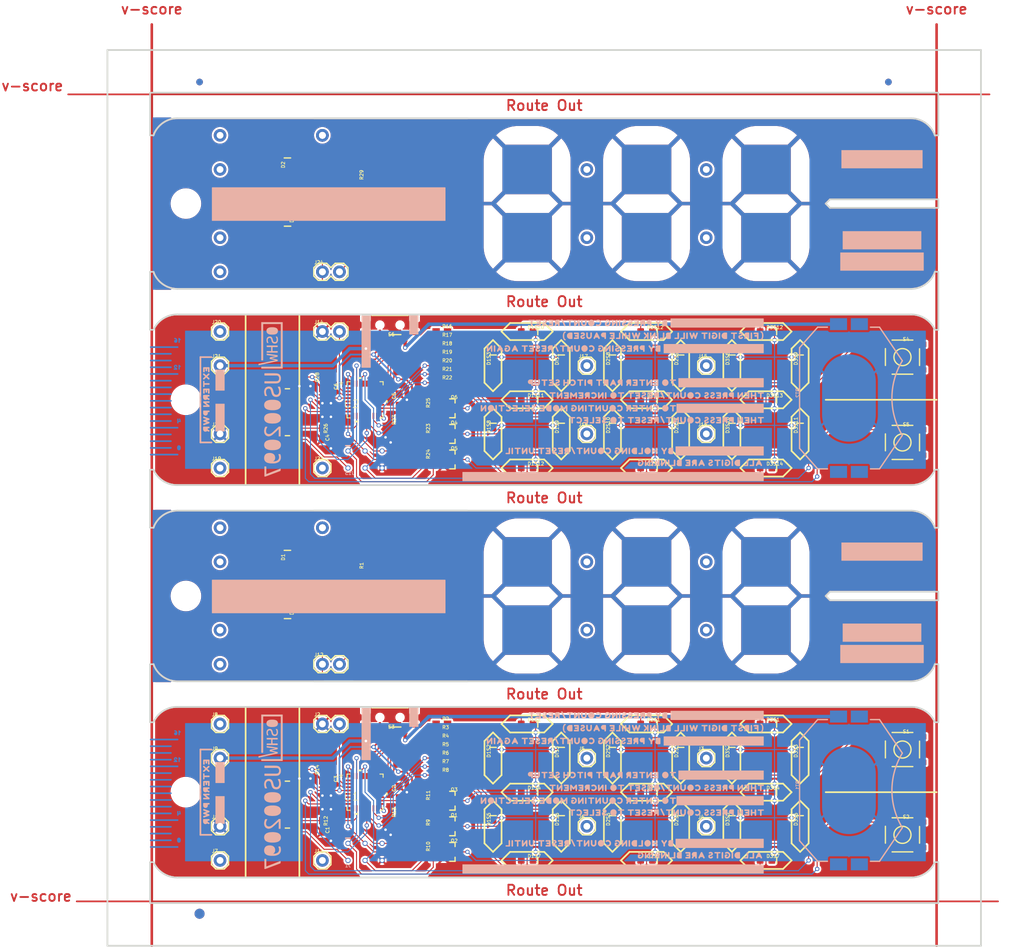
<source format=kicad_pcb>
(kicad_pcb (version 20221018) (generator pcbnew)
  (layers (0 "F.Cu" signal) (31 "B.Cu" signal) (34 "B.Paste" user) (35 "F.Paste" user) (36 "B.SilkS" user "B.Silkscreen") (37 "F.SilkS" user "F.Silkscreen") (38 "B.Mask" user) (39 "F.Mask" user) (44 "Edge.Cuts" user))
  (net 0 "")
  (net 1 "GND")
  (net 2 "V_BATT")
  (net 3 "N$9")
  (net 4 "N$4")
  (net 5 "N$11")
  (net 6 "N$14")
  (net 7 "N$8")
  (net 8 "N$13")
  (net 9 "SEG1")
  (net 10 "SEG4")
  (net 11 "SEG2")
  (net 12 "SEG3")
  (net 13 "SEG6")
  (net 14 "SEG5")
  (net 15 "SEG7")
  (net 16 "IR_DETECTOR_A")
  (net 17 "~{RESET}")
  (net 18 "0")
  (net 19 "1")
  (net 20 "2")
  (net 21 "3")
  (net 22 "4")
  (net 23 "5")
  (net 24 "6")
  (net 25 "8/COPI")
  (net 26 "9/CIPO")
  (net 27 "10/SCK")
  (net 28 "11")
  (net 29 "12")
  (net 30 "13")
  (net 31 "V_EXT")
  (net 32 "N$1")
  (net 33 "N$2")
  (net 34 "N$3")
  (net 35 "N$5")
  (net 36 "N$6")
  (net 37 "N$7")
  (net 38 "N$10")
  (net 39 "N$12")
  (net 40 "N$15")
  (net 41 "N$16")
  (net 42 "N$17")
  (net 43 "N$18")
  (net 44 "N$41")
  (net 45 "N$42")
  (net 46 "N$47")
  (net 47 "N$48")
  (net 48 "N$49")
  (net 49 "N$50")
  (net 50 "IR_DETECTOR_B")
  (net 51 "N$44")
  (net 52 "N$51")
  (net 53 "N$26")
  (net 54 "N$27")
  (net 55 "N$28")
  (net 56 "N$29")
  (net 57 "N$52")
  (net 58 "N$53")
  (net 59 "N$54")
  (net 60 "N$55")
  (net 61 "N$56")
  (net 62 "N$57")
  (net 63 "N$58")
  (net 64 "N$59")
  (net 65 "N$60")
  (net 66 "N$61")
  (net 67 "N$62")
  (net 68 "N$63")
  (net 69 "N$64")
  (net 70 "N$65")
  (net 71 "N$66")
  (net 72 "N$67")
  (net 73 "N$68")
  (net 74 "N$69")
  (net 75 "N$70")
  (net 76 "N$71")
  (net 77 "N$72")
  (net 78 "N$73")
  (net 79 "N$74")
  (net 80 "N$75")
  (net 81 "N$76")
  (net 82 "N$77")
  (net 83 "N$78")
  (net 84 "N$79")
  (net 85 "N$80")
  (net 86 "N$81")
  (net 87 "N$82")
  (net 88 "N$83")
  (net 89 "N$84")
  (net 90 "N$85")
  (net 91 "N$86")
  (net 92 "N$87")
  (net 93 "N$88")
  (net 94 "N$89")
  (net 95 "N$90")
  (net 96 "N$91")
  (net 97 "N$92")
  (net 98 "N$93")
  (net 99 "N$94")
  (net 100 "N$95")
  (net 101 "N$96")
  (net 102 "N$97")
  (net 103 "N$98")
  (net 104 "N$99")
  (net 105 "N$100")
  (net 106 "N$101")
  (net 107 "N$102")
  (net 108 "N$103")
  (net 109 "N$104")
  (net 110 "N$105")
  (net 111 "MASKBTM")
  (net 112 "MASKTP")
  (net 113 "N$37")
  (net 114 "N$38")
  (net 115 "N$39")
  (net 116 "N$40")
  (net 117 "GND1")
  (net 118 "V_BATT1")
  (net 119 "N$20")
  (net 120 "N$21")
  (net 121 "N$22")
  (net 122 "N$30")
  (net 123 "N$33")
  (net 124 "N$34")
  (net 125 "SEG9")
  (net 126 "SEG10")
  (net 127 "SEG11")
  (footprint "working:1X01" (layer "F.Cu") (at 154.8511 143.7386)
    (fp_text reference "J5")
    (fp_text value "")
  )
  (footprint "working:LED-0603" (layer "F.Cu") (at 110.2911 121.3886 -90)
    (fp_text reference "D3")
    (fp_text value "IR LED")
  )
  (footprint "working:LED-0603" (layer "F.Cu") (at 151.0411 143.7386 90)
    (fp_text reference "DIS3")
    (fp_text value "")
  )
  (footprint "working:0603" (layer "F.Cu") (at 133.2611 80.2386)
    (fp_text reference "R16")
    (fp_text value "33")
  )
  (footprint "working:0603" (layer "F.Cu") (at 116.7511 95.4786 90)
    (fp_text reference "R26")
    (fp_text value "1k")
  )
  (footprint "working:FIDUCIAL-1X2" (layer "F.Cu") (at 199.7456 43.0911)
    (fp_text reference "E$3" hide)
    (fp_text value "" hide)
  )
  (footprint "working:0603" (layer "F.Cu") (at 133.2611 139.9286)
    (fp_text reference "R3")
    (fp_text value "33")
  )
  (footprint "working:LED-0603" (layer "F.Cu") (at 151.0411 95.4786 90)
    (fp_text reference "D1S9")
    (fp_text value "")
  )
  (footprint "working:SOT23-3" (layer "F.Cu") (at 134.5311 95.4786 -90)
    (fp_text reference "Q4")
    (fp_text value "220mA/50V/3.5Ω")
  )
  (footprint "working:0603" (layer "F.Cu") (at 133.2611 142.4686)
    (fp_text reference "R5")
    (fp_text value "33")
  )
  (footprint "working:LED-0603" (layer "F.Cu") (at 158.6611 143.7386 90)
    (fp_text reference "D2S2")
    (fp_text value "")
  )
  (footprint "working:0603" (layer "F.Cu") (at 133.2611 145.0086)
    (fp_text reference "R7")
    (fp_text value "33")
  )
  (footprint "working:0603" (layer "F.Cu") (at 115.4811 87.8586 90)
    (fp_text reference "R28")
    (fp_text value "1k")
  )
  (footprint "working:1X01" (layer "F.Cu") (at 100.2411 158.9786)
    (fp_text reference "J7")
    (fp_text value "")
  )
  (footprint "working:HARVATEK_DETECTOR" (layer "F.Cu") (at 110.2741 153.9621 180)
    (fp_text reference "U$31" hide)
    (fp_text value "B19H1PT" hide)
  )
  (footprint "working:SOT23-3" (layer "F.Cu") (at 134.5311 157.7086 -90)
    (fp_text reference "Q2")
    (fp_text value "220mA/50V/3.5Ω")
  )
  (footprint "" (layer "F.Cu") (at 95.1611 148.8186)
    (fp_text reference "@HOLE0" hide)
    (fp_text value "")
  )
  (footprint "working:1X01" (layer "F.Cu") (at 172.6311 85.3186)
    (fp_text reference "J15")
    (fp_text value "")
  )
  (footprint "working:0603" (layer "F.Cu") (at 131.9911 150.0886 90)
    (fp_text reference "R11")
    (fp_text value "1k")
  )
  (footprint "working:LED-0603" (layer "F.Cu") (at 145.9611 138.6586)
    (fp_text reference "D1S1")
    (fp_text value "")
  )
  (footprint "working:1X01" (layer "F.Cu") (at 100.2411 100.5586)
    (fp_text reference "J19")
    (fp_text value "")
  )
  (footprint "working:LED-0603" (layer "F.Cu") (at 145.9611 100.5586)
    (fp_text reference "D1S12")
    (fp_text value "")
  )
  (footprint "working:1X01" (layer "F.Cu") (at 100.2411 153.8986)
    (fp_text reference "J10")
    (fp_text value "")
  )
  (footprint "working:LED-0603" (layer "F.Cu") (at 140.8811 85.3186 90)
    (fp_text reference "D1S3")
    (fp_text value "")
  )
  (footprint "working:32M1-A_ATM" (layer "F.Cu") (at 121.8311 148.8186)
    (fp_text reference "U1")
    (fp_text value "ATTINY861V-10MU")
  )
  (footprint "" (layer "F.Cu") (at 95.1611 119.6086)
    (fp_text reference "@HOLE1" hide)
    (fp_text value "")
  )
  (footprint "working:TACTILE_SWITCH_SMD_5.2MM" (layer "F.Cu") (at 201.8411 84.0486)
    (fp_text reference "S4")
    (fp_text value "MOMENTARY-SWITCH-SPST-SMD-5.2MM-TALL")
  )
  (footprint "working:1X02" (layer "F.Cu") (at 115.4811 129.7686)
    (fp_text reference "J12")
    (fp_text value "")
  )
  (footprint "working:0603" (layer "F.Cu") (at 126.9111 94.2086 90)
    (fp_text reference "R27")
    (fp_text value "1k")
  )
  (footprint "working:LED-0603" (layer "F.Cu") (at 168.8211 153.8986 90)
    (fp_text reference "D2S6")
    (fp_text value "")
  )
  (footprint "working:1X01" (layer "F.Cu") (at 172.6311 95.4786)
    (fp_text reference "J16")
    (fp_text value "")
  )
  (footprint "working:0603" (layer "F.Cu") (at 133.2611 82.7786)
    (fp_text reference "R18")
    (fp_text value "33")
  )
  (footprint "working:1X02" (layer "F.Cu") (at 115.4811 71.3486)
    (fp_text reference "J24")
    (fp_text value "")
  )
  (footprint "" (layer "F.Cu") (at 95.1611 61.1886)
    (fp_text reference "@HOLE3" hide)
    (fp_text value "")
  )
  (footprint "working:FIDUCIAL-1X2" (layer "F.Cu") (at 97.1931 43.0911)
    (fp_text reference "E$1" hide)
    (fp_text value "" hide)
  )
  (footprint "working:LED-0603" (layer "F.Cu") (at 168.8211 143.7386 90)
    (fp_text reference "D2S3")
    (fp_text value "")
  )
  (footprint "working:LED-0603" (layer "F.Cu") (at 163.7411 138.6586)
    (fp_text reference "D2S1")
    (fp_text value "")
  )
  (footprint "working:0603" (layer "F.Cu") (at 116.7511 146.2786 -90)
    (fp_text reference "C3")
    (fp_text value "0.1uF")
  )
  (footprint "working:0603" (layer "F.Cu") (at 116.7511 87.8586 -90)
    (fp_text reference "C6")
    (fp_text value "0.1uF")
  )
  (footprint "working:TACTILE_SWITCH_SMD_5.2MM" (layer "F.Cu") (at 201.8411 96.7486)
    (fp_text reference "S5")
    (fp_text value "MOMENTARY-SWITCH-SPST-SMD-5.2MM-TALL")
  )
  (footprint "working:LED-0603" (layer "F.Cu") (at 186.6011 95.4786 90)
    (fp_text reference "D3S11")
    (fp_text value "")
  )
  (footprint "working:1X01" (layer "F.Cu") (at 115.4811 158.9786)
    (fp_text reference "J11")
    (fp_text value "")
  )
  (footprint "working:32M1-A_ATM" (layer "F.Cu") (at 121.8311 90.3986)
    (fp_text reference "U2")
    (fp_text value "ATTINY861V-10MU")
  )
  (footprint "working:LED-0603" (layer "F.Cu") (at 145.9611 158.9786)
    (fp_text reference "D1S7")
    (fp_text value "")
  )
  (footprint "working:LED-0603" (layer "F.Cu") (at 145.9611 148.8186)
    (fp_text reference "D1S4")
    (fp_text value "")
  )
  (footprint "working:LED-0603" (layer "F.Cu") (at 176.4411 95.4786 90)
    (fp_text reference "D3S10")
    (fp_text value "")
  )
  (footprint "working:LED-0603" (layer "F.Cu") (at 163.7411 100.5586)
    (fp_text reference "D2S14")
    (fp_text value "")
  )
  (footprint "working:0603" (layer "F.Cu") (at 115.4811 146.2786 90)
    (fp_text reference "R14")
    (fp_text value "1k")
  )
  (footprint "working:0603" (layer "F.Cu") (at 131.9911 157.7086 90)
    (fp_text reference "R10")
    (fp_text value "1k")
  )
  (footprint "working:0603" (layer "F.Cu") (at 116.7511 153.8986 90)
    (fp_text reference "R12")
    (fp_text value "1k")
  )
  (footprint "working:0603" (layer "F.Cu") (at 120.5611 56.1086 -90)
    (fp_text reference "R29")
    (fp_text value "1k")
  )
  (footprint "working:0603" (layer "F.Cu") (at 131.9911 153.8986 90)
    (fp_text reference "R9")
    (fp_text value "1k")
  )
  (footprint "working:1X01" (layer "F.Cu") (at 100.2411 143.7386)
    (fp_text reference "J9")
    (fp_text value "")
  )
  (footprint "working:LED-0603" (layer "F.Cu") (at 176.4411 153.8986 90)
    (fp_text reference "D3S5")
    (fp_text value "")
  )
  (footprint "working:SOT23-3" (layer "F.Cu") (at 134.5311 99.2886 -90)
    (fp_text reference "Q5")
    (fp_text value "220mA/50V/3.5Ω")
  )
  (footprint "working:LED-0603" (layer "F.Cu") (at 176.4411 85.3186 90)
    (fp_text reference "D3S8")
    (fp_text value "")
  )
  (footprint "working:1X01" (layer "F.Cu") (at 115.4811 100.5586)
    (fp_text reference "J23")
    (fp_text value "")
  )
  (footprint "working:0603" (layer "F.Cu") (at 131.9911 91.6686 90)
    (fp_text reference "R25")
    (fp_text value "1k")
  )
  (footprint "working:0603" (layer "F.Cu") (at 133.2611 138.6586)
    (fp_text reference "R2")
    (fp_text value "33")
  )
  (footprint "working:LED-0603" (layer "F.Cu") (at 151.0411 153.8986 90)
    (fp_text reference "D1S6")
    (fp_text value "")
  )
  (footprint "working:LED-0603" (layer "F.Cu") (at 181.5211 138.6586)
    (fp_text reference "D3S1")
    (fp_text value "")
  )
  (footprint "working:0603" (layer "F.Cu") (at 133.2611 143.7386)
    (fp_text reference "R6")
    (fp_text value "33")
  )
  (footprint "working:LED-0603" (layer "F.Cu") (at 140.8811 153.8986 90)
    (fp_text reference "D1S5")
    (fp_text value "")
  )
  (footprint "working:LED-0603" (layer "F.Cu") (at 186.6011 85.3186 90)
    (fp_text reference "D3S9")
    (fp_text value "")
  )
  (footprint "working:0603" (layer "F.Cu") (at 133.2611 81.5086)
    (fp_text reference "R17")
    (fp_text value "33")
  )
  (footprint "working:LED-0603" (layer "F.Cu") (at 158.6611 85.3186 90)
    (fp_text reference "D2S8")
    (fp_text value "")
  )
  (footprint "working:LED-0603" (layer "F.Cu") (at 181.5211 158.9786)
    (fp_text reference "D3S7")
    (fp_text value "")
  )
  (footprint "working:0603" (layer "F.Cu") (at 120.5811 63.1456 90)
    (fp_text reference "R30")
    (fp_text value "1k")
  )
  (footprint "working:1X01" (layer "F.Cu") (at 100.2411 85.3186)
    (fp_text reference "J21")
    (fp_text value "")
  )
  (footprint "working:0603" (layer "F.Cu") (at 133.2611 146.2786)
    (fp_text reference "R8")
    (fp_text value "33")
  )
  (footprint "working:LED-0603" (layer "F.Cu") (at 145.9611 80.2386)
    (fp_text reference "D1S10")
    (fp_text value "")
  )
  (footprint "working:0603" (layer "F.Cu") (at 133.2611 86.5886)
    (fp_text reference "R21")
    (fp_text value "33")
  )
  (footprint "working:0603" (layer "F.Cu") (at 133.2611 85.3186)
    (fp_text reference "R20")
    (fp_text value "33")
  )
  (footprint "working:0603" (layer "F.Cu") (at 120.5811 121.5656 90)
    (fp_text reference "R15")
    (fp_text value "1k")
  )
  (footprint "working:FIDUCIAL-1.5X3" (layer "F.Cu") (at 97.1931 166.9161)
    (fp_text reference "E$5" hide)
    (fp_text value "" hide)
  )
  (footprint "working:LED-0603" (layer "F.Cu") (at 140.8811 95.4786 90)
    (fp_text reference "D1S8")
    (fp_text value "")
  )
  (footprint "working:LED-0603" (layer "F.Cu") (at 168.8211 95.4786 90)
    (fp_text reference "D2S11")
    (fp_text value "")
  )
  (footprint "working:LED-0603" (layer "F.Cu") (at 151.0411 85.3186 90)
    (fp_text reference "DIS1")
    (fp_text value "")
  )
  (footprint "working:0603" (layer "F.Cu") (at 131.9911 95.4786 90)
    (fp_text reference "R23")
    (fp_text value "1k")
  )
  (footprint "working:1X01" (layer "F.Cu") (at 100.2411 95.4786)
    (fp_text reference "J22")
    (fp_text value "")
  )
  (footprint "working:HARVATEK_DETECTOR" (layer "F.Cu") (at 110.2741 146.9771 180)
    (fp_text reference "U$32" hide)
    (fp_text value "B19H1PT" hide)
  )
  (footprint "working:LED-0603" (layer "F.Cu") (at 110.2741 55.9816 90)
    (fp_text reference "D2")
    (fp_text value "IR LED")
  )
  (footprint "working:LED-0603" (layer "F.Cu") (at 163.7411 158.9786)
    (fp_text reference "D2S7")
    (fp_text value "")
  )
  (footprint "working:0603" (layer "F.Cu") (at 115.4811 153.8986 -90)
    (fp_text reference "C1")
    (fp_text value "0.1uF")
  )
  (footprint "working:LED-0603" (layer "F.Cu") (at 181.5211 100.5586)
    (fp_text reference "D3S14")
    (fp_text value "")
  )
  (footprint "working:SWITCH_SPST_SMD_A" (layer "F.Cu") (at 125.5411 79.2686)
    (fp_text reference "S6")
    (fp_text value "")
  )
  (footprint "working:TACTILE_SWITCH_SMD_5.2MM" (layer "F.Cu") (at 201.8411 142.4686)
    (fp_text reference "S1")
    (fp_text value "MOMENTARY-SWITCH-SPST-SMD-5.2MM-TALL")
  )
  (footprint "working:1X02" (layer "F.Cu") (at 115.4811 80.2386)
    (fp_text reference "J14")
    (fp_text value "")
  )
  (footprint "working:LED-0603" (layer "F.Cu") (at 181.5211 90.3986)
    (fp_text reference "D3S13")
    (fp_text value "")
  )
  (footprint "working:LED-0603" (layer "F.Cu") (at 158.6611 95.4786 90)
    (fp_text reference "D2S10")
    (fp_text value "")
  )
  (footprint "working:LED-0603" (layer "F.Cu") (at 186.6011 153.8986 90)
    (fp_text reference "D3S6")
    (fp_text value "")
  )
  (footprint "working:SOT23-3" (layer "F.Cu") (at 134.5311 91.6686 -90)
    (fp_text reference "Q6")
    (fp_text value "220mA/50V/3.5Ω")
  )
  (footprint "working:1X01" (layer "F.Cu") (at 172.6311 143.7386)
    (fp_text reference "J3")
    (fp_text value "")
  )
  (footprint "working:LED-0603" (layer "F.Cu") (at 163.7411 148.8186)
    (fp_text reference "D2S4")
    (fp_text value "")
  )
  (footprint "working:LED-0603" (layer "F.Cu") (at 176.4411 143.7386 90)
    (fp_text reference "D3S2")
    (fp_text value "")
  )
  (footprint "working:LED-0603" (layer "F.Cu") (at 145.9611 90.3986)
    (fp_text reference "D1S11")
    (fp_text value "")
  )
  (footprint "working:0603" (layer "F.Cu") (at 131.9911 99.2886 90)
    (fp_text reference "R24")
    (fp_text value "1k")
  )
  (footprint "" (layer "F.Cu") (at 95.1611 90.3986)
    (fp_text reference "@HOLE2" hide)
    (fp_text value "")
  )
  (footprint "working:1X02" (layer "F.Cu") (at 115.4811 138.6586)
    (fp_text reference "J2")
    (fp_text value "")
  )
  (footprint "working:LED-0603" (layer "F.Cu") (at 163.7411 80.2386)
    (fp_text reference "D2S12")
    (fp_text value "")
  )
  (footprint "working:0603" (layer "F.Cu") (at 126.9111 152.6286 90)
    (fp_text reference "R13")
    (fp_text value "1k")
  )
  (footprint "working:0603" (layer "F.Cu") (at 115.4811 95.4786 -90)
    (fp_text reference "C4")
    (fp_text value "0.1uF")
  )
  (footprint "working:TACTILE_SWITCH_SMD_5.2MM" (layer "F.Cu") (at 201.8411 155.1686)
    (fp_text reference "S2")
    (fp_text value "MOMENTARY-SWITCH-SPST-SMD-5.2MM-TALL")
  )
  (footprint "working:1X01" (layer "F.Cu") (at 100.2411 138.6586)
    (fp_text reference "J8")
    (fp_text value "")
  )
  (footprint "working:LED-0603" (layer "F.Cu") (at 168.8211 85.3186 90)
    (fp_text reference "D2S9")
    (fp_text value "")
  )
  (footprint "working:0603" (layer "F.Cu") (at 126.9111 148.8186 90)
    (fp_text reference "C2")
    (fp_text value "0.1uF")
  )
  (footprint "working:0603" (layer "F.Cu") (at 133.2611 141.1986)
    (fp_text reference "R4")
    (fp_text value "33")
  )
  (footprint "working:1X01" (layer "F.Cu") (at 154.8511 85.3186)
    (fp_text reference "J17")
    (fp_text value "")
  )
  (footprint "working:LED-0603" (layer "F.Cu") (at 110.2911 62.9686 -90)
    (fp_text reference "D4")
    (fp_text value "IR LED")
  )
  (footprint "working:LED-0603" (layer "F.Cu") (at 163.7411 90.3986)
    (fp_text reference "D2S13")
    (fp_text value "")
  )
  (footprint "working:1X01" (layer "F.Cu") (at 100.2411 80.2386)
    (fp_text reference "J20")
    (fp_text value "")
  )
  (footprint "working:LED-0603" (layer "F.Cu") (at 181.5211 148.8186)
    (fp_text reference "D3S4")
    (fp_text value "")
  )
  (footprint "working:1X01" (layer "F.Cu") (at 154.8511 153.8986)
    (fp_text reference "J6")
    (fp_text value "")
  )
  (footprint "working:LED-0603" (layer "F.Cu") (at 181.5211 80.2386)
    (fp_text reference "D3S12")
    (fp_text value "")
  )
  (footprint "working:0603" (layer "F.Cu") (at 120.5611 114.5286 -90)
    (fp_text reference "R1")
    (fp_text value "1k")
  )
  (footprint "working:LED-0603" (layer "F.Cu") (at 158.6611 153.8986 90)
    (fp_text reference "D2S5")
    (fp_text value "")
  )
  (footprint "working:HARVATEK_DETECTOR" (layer "F.Cu") (at 110.2741 95.5421 180)
    (fp_text reference "U$63" hide)
    (fp_text value "B19H1PT" hide)
  )
  (footprint "working:0603" (layer "F.Cu") (at 126.9111 90.3986 90)
    (fp_text reference "C5")
    (fp_text value "0.1uF")
  )
  (footprint "working:SWITCH_SPST_SMD_A" (layer "F.Cu") (at 125.5411 137.6886)
    (fp_text reference "S3")
    (fp_text value "")
  )
  (footprint "working:LED-0603" (layer "F.Cu") (at 140.8811 143.7386 90)
    (fp_text reference "D1S2")
    (fp_text value "")
  )
  (footprint "working:LED-0603" (layer "F.Cu") (at 186.6011 143.7386 90)
    (fp_text reference "D3S3")
    (fp_text value "")
  )
  (footprint "working:LED-0603" (layer "F.Cu") (at 110.2741 114.4016 90)
    (fp_text reference "D1")
    (fp_text value "IR LED")
  )
  (footprint "working:0603" (layer "F.Cu") (at 133.2611 87.8586)
    (fp_text reference "R22")
    (fp_text value "33")
  )
  (footprint "working:SOT23-3" (layer "F.Cu") (at 134.5311 150.0886 -90)
    (fp_text reference "Q3")
    (fp_text value "220mA/50V/3.5Ω")
  )
  (footprint "working:0603" (layer "F.Cu") (at 133.2611 84.0486)
    (fp_text reference "R19")
    (fp_text value "33")
  )
  (footprint "working:HARVATEK_DETECTOR" (layer "F.Cu") (at 110.2741 88.5571 180)
    (fp_text reference "U$64" hide)
    (fp_text value "B19H1PT" hide)
  )
  (footprint "working:1X01" (layer "F.Cu") (at 172.6311 153.8986)
    (fp_text reference "J4")
    (fp_text value "")
  )
  (footprint "working:1X01" (layer "F.Cu") (at 154.8511 95.4786)
    (fp_text reference "J18")
    (fp_text value "")
  )
  (footprint "working:SOT23-3" (layer "F.Cu") (at 134.5311 153.8986 -90)
    (fp_text reference "Q1")
    (fp_text value "220mA/50V/3.5Ω")
  )
  (footprint "working:BY_PRESSING_COUNT#RESET_AGAIN0" (layer "B.Cu") (at 166.5351 141.1986 180)
    (fp_text reference "U$13" hide)
    (fp_text value "" hide)
  )
  (footprint "working:TO_ENTER_COUNTING_MODE_SELECTION0" (layer "B.Cu") (at 168.8211 91.6686 180)
    (fp_text reference "U$53" hide)
    (fp_text value "" hide)
  )
  (footprint "working:#COUNT#0" (layer "B.Cu") (at 198.7931 128.2446)
    (fp_text reference "U$27" hide)
    (fp_text value "" hide)
  )
  (footprint "working:#COMPLETE_DOCS_AT_GITHUB#COM#NPOOLE#BEANCOUNTER#0" (layer "B.Cu") (at 181.5211 160.2486 180)
    (fp_text reference "U$26" hide)
    (fp_text value "" hide)
  )
  (footprint "working:#SETUP#0" (layer "B.Cu") (at 198.7931 113.0046)
    (fp_text reference "U$29" hide)
    (fp_text value "" hide)
  )
  (footprint "working:#_3V#0" (layer "B.Cu") (at 100.2411 85.5726 -90)
    (fp_text reference "U$33" hide)
    (fp_text value "" hide)
  )
  (footprint "working:#PRESS_SETUP_X1#0" (layer "B.Cu") (at 181.5211 146.2786 180)
    (fp_text reference "U$4" hide)
    (fp_text value "" hide)
  )
  (footprint "working:TO_ENTER_PART_PITCH_SETUP0" (layer "B.Cu") (at 168.8211 87.8586 180)
    (fp_text reference "U$50" hide)
    (fp_text value "" hide)
  )
  (footprint "working:ALL_DIGITS_ARE_BLINKING0" (layer "B.Cu") (at 181.6481 158.2166 180)
    (fp_text reference "U$25" hide)
    (fp_text value "" hide)
  )
  (footprint "working:40" (layer "B.Cu") (at 94.9211 93.5586 180)
    (fp_text reference "U$36" hide)
    (fp_text value "" hide)
  )
  (footprint "working:BY_PRESSING_COUNT#RESET0" (layer "B.Cu") (at 167.5511 137.3886 180)
    (fp_text reference "U$9" hide)
    (fp_text value "" hide)
  )
  (footprint "working:#SETUP#0" (layer "B.Cu") (at 198.7931 54.5846)
    (fp_text reference "U$61" hide)
    (fp_text value "" hide)
  )
  (footprint "working:#OFF#EXT#0" (layer "B.Cu") (at 121.9951 144.3866 -90)
    (fp_text reference "U$24" hide)
    (fp_text value "" hide)
  )
  (footprint "working:#COMPLETE_DOCS_AT_GITHUB#COM#NPOOLE#BEANCOUNTER#0" (layer "B.Cu") (at 181.5211 101.8286 180)
    (fp_text reference "U$58" hide)
    (fp_text value "" hide)
  )
  (footprint "working:00" (layer "B.Cu") (at 94.9211 97.5586 180)
    (fp_text reference "U$35" hide)
    (fp_text value "" hide)
  )
  (footprint "working:#RESUME_COUNTING#0" (layer "B.Cu") (at 181.5211 82.7786 180)
    (fp_text reference "U$47" hide)
    (fp_text value "" hide)
  )
  (footprint "working:ALL_DIGITS_ARE_BLINKING0" (layer "B.Cu") (at 181.6481 99.7966 180)
    (fp_text reference "U$57" hide)
    (fp_text value "" hide)
  )
  (footprint "working:#_0" (layer "B.Cu") (at 179.9971 80.8736)
    (fp_text reference "U$46" hide)
    (fp_text value "" hide)
  )
  (footprint "working:#ON#0" (layer "B.Cu") (at 129.0921 81.0136 -90)
    (fp_text reference "U$39" hide)
    (fp_text value "" hide)
  )
  (footprint "working:#_3V#0" (layer "B.Cu") (at 100.2411 143.9926 -90)
    (fp_text reference "U$6" hide)
    (fp_text value "" hide)
  )
  (footprint "working:00" (layer "B.Cu") (at 94.9211 155.9786 180)
    (fp_text reference "U$5" hide)
    (fp_text value "" hide)
  )
  (footprint "working:#RESET_COUNTER#0" (layer "B.Cu") (at 181.5211 156.4386 180)
    (fp_text reference "U$18" hide)
    (fp_text value "" hide)
  )
  (footprint "working:#RESET#0" (layer "B.Cu") (at 198.7931 66.6496)
    (fp_text reference "U$60" hide)
    (fp_text value "" hide)
  )
  (footprint "working:#PRESS_SETUP_X1#0" (layer "B.Cu") (at 181.5211 87.8586 180)
    (fp_text reference "U$49" hide)
    (fp_text value "" hide)
  )
  (footprint "working:#RESET#0" (layer "B.Cu") (at 198.7931 125.0696)
    (fp_text reference "U$28" hide)
    (fp_text value "" hide)
  )
  (footprint "working:THEN_PRESS_COUNT#RESET_TO_INCREMENT0" (layer "B.Cu") (at 181.9021 89.7636 180)
    (fp_text reference "U$51" hide)
    (fp_text value "" hide)
  )
  (footprint "working:#_GND#0" (layer "B.Cu") (at 100.2411 90.6526 -90)
    (fp_text reference "U$34" hide)
    (fp_text value "" hide)
  )
  (footprint "working:#PRESS_SETUP_X2#0" (layer "B.Cu") (at 181.5211 150.0886 180)
    (fp_text reference "U$15" hide)
    (fp_text value "" hide)
  )
  (footprint "working:2X3_TEST_POINTS" (layer "B.Cu") (at 121.8311 157.7086)
    (fp_text reference "J1")
    (fp_text value "AVR_SPI_PROG_3X2TESTPOINTS" hide)
  )
  (footprint "working:120" (layer "B.Cu") (at 94.9211 85.5586 180)
    (fp_text reference "U$37" hide)
    (fp_text value "" hide)
  )
  (footprint "working:THEN_PRESS_COUNT#RESET_TO_INCREMENT0" (layer "B.Cu") (at 181.9021 148.1836 180)
    (fp_text reference "U$8" hide)
    (fp_text value "" hide)
  )
  (footprint "working:OSHWBC#SVG0" (layer "B.Cu") (at 108.3691 137.2616 -90)
    (fp_text reference "U$1" hide)
    (fp_text value "" hide)
  )
  (footprint "working:#OFF#EXT#0" (layer "B.Cu") (at 121.9951 85.9666 -90)
    (fp_text reference "U$40" hide)
    (fp_text value "" hide)
  )
  (footprint "working:40" (layer "B.Cu") (at 94.9211 151.9786 180)
    (fp_text reference "U$20" hide)
    (fp_text value "" hide)
  )
  (footprint "working:BY_HOLDING_COUNT#RESET_UNTIL0" (layer "B.Cu") (at 168.4401 98.0186 180)
    (fp_text reference "U$56" hide)
    (fp_text value "" hide)
  )
  (footprint "working:EXTERN_PWR0" (layer "B.Cu") (at 98.2091 90.3986 -90)
    (fp_text reference "U$42" hide)
    (fp_text value "" hide)
  )
  (footprint "working:FIDUCIAL-1X2" (layer "B.Cu") (at 97.1931 43.0911 180)
    (fp_text reference "E$2" hide)
    (fp_text value "" hide)
  )
  (footprint "working:LOGO#SVG0" (layer "B.Cu") (at 98.9711 58.6486)
    (fp_text reference "U$62" hide)
    (fp_text value "" hide)
  )
  (footprint "working:#_GND#0" (layer "B.Cu") (at 100.2411 149.0726 -90)
    (fp_text reference "U$7" hide)
    (fp_text value "" hide)
  )
  (footprint "working:LOGO#SVG0" (layer "B.Cu") (at 98.9711 117.0686)
    (fp_text reference "U$30" hide)
    (fp_text value "" hide)
  )
  (footprint "working:2X3_TEST_POINTS" (layer "B.Cu") (at 121.8311 99.2886)
    (fp_text reference "J13")
    (fp_text value "AVR_SPI_PROG_3X2TESTPOINTS" hide)
  )
  (footprint "working:160" (layer "B.Cu") (at 94.9211 139.9786 180)
    (fp_text reference "U$22" hide)
    (fp_text value "" hide)
  )
  (footprint "working:FIDUCIAL-1X2" (layer "B.Cu") (at 199.7456 43.0911 180)
    (fp_text reference "E$4" hide)
    (fp_text value "" hide)
  )
  (footprint "working:BATTCON_20MM_4LEGS_OVERPASTE_INNER" (layer "B.Cu") (at 193.8711 148.5586 -90)
    (fp_text reference "BT1")
    (fp_text value "")
  )
  (footprint "working:FIDUCIAL-1.5X3" (layer "B.Cu") (at 97.1931 166.9161 180)
    (fp_text reference "E$6" hide)
    (fp_text value "" hide)
  )
  (footprint "working:THEN_PRESS_COUNT#RESET_TO_SELECT0" (layer "B.Cu") (at 181.9021 151.8666 180)
    (fp_text reference "U$17" hide)
    (fp_text value "" hide)
  )
  (footprint "working:THEN_PRESS_COUNT#RESET_TO_SELECT0" (layer "B.Cu") (at 181.9021 93.4466 180)
    (fp_text reference "U$54" hide)
    (fp_text value "" hide)
  )
  (footprint "working:FIRST_DIGIT_WILL_BLINK_WHILE_PAUSED#_0" (layer "B.Cu") (at 181.1401 139.2936 180)
    (fp_text reference "U$10" hide)
    (fp_text value "" hide)
  )
  (footprint "working:BY_PRESSING_COUNT#RESET0" (layer "B.Cu") (at 167.5511 78.9686 180)
    (fp_text reference "U$44" hide)
    (fp_text value "" hide)
  )
  (footprint "working:TO_ENTER_PART_PITCH_SETUP0" (layer "B.Cu") (at 168.8211 146.2786 180)
    (fp_text reference "U$14" hide)
    (fp_text value "" hide)
  )
  (footprint "working:160" (layer "B.Cu") (at 94.9211 81.5586 180)
    (fp_text reference "U$38" hide)
    (fp_text value "" hide)
  )
  (footprint "working:FIRST_DIGIT_WILL_BLINK_WHILE_PAUSED#_0" (layer "B.Cu") (at 181.1401 80.8736 180)
    (fp_text reference "U$45" hide)
    (fp_text value "" hide)
  )
  (footprint "working:BY_HOLDING_COUNT#RESET_UNTIL0" (layer "B.Cu") (at 168.4401 156.4386 180)
    (fp_text reference "U$19" hide)
    (fp_text value "" hide)
  )
  (footprint "working:#_0" (layer "B.Cu") (at 179.9971 139.2936)
    (fp_text reference "U$11" hide)
    (fp_text value "" hide)
  )
  (footprint "working:#RESET_COUNTER#0" (layer "B.Cu") (at 181.5211 98.0186 180)
    (fp_text reference "U$55" hide)
    (fp_text value "" hide)
  )
  (footprint "working:#ON#0" (layer "B.Cu") (at 129.0921 139.4336 -90)
    (fp_text reference "U$23" hide)
    (fp_text value "" hide)
  )
  (footprint "working:BATTCON_20MM_4LEGS_OVERPASTE_INNER" (layer "B.Cu") (at 193.8711 90.1386 -90)
    (fp_text reference "BT2")
    (fp_text value "")
  )
  (footprint "working:OSHWBC#SVG0" (layer "B.Cu") (at 108.3691 78.8416 -90)
    (fp_text reference "U$41" hide)
    (fp_text value "" hide)
  )
  (footprint "working:EXTERN_PWR0" (layer "B.Cu") (at 98.2091 148.8186 -90)
    (fp_text reference "U$2" hide)
    (fp_text value "" hide)
  )
  (footprint "working:120" (layer "B.Cu") (at 94.9211 143.9786 180)
    (fp_text reference "U$21" hide)
    (fp_text value "" hide)
  )
  (footprint "working:#COUNT#0" (layer "B.Cu") (at 198.7931 69.8246)
    (fp_text reference "U$59" hide)
    (fp_text value "" hide)
  )
  (footprint "working:BY_PRESSING_COUNT#RESET_AGAIN0" (layer "B.Cu") (at 166.5351 82.7786 180)
    (fp_text reference "U$48" hide)
    (fp_text value "" hide)
  )
  (footprint "working:#PRESS_SETUP_X2#0" (layer "B.Cu") (at 181.5211 91.6686 180)
    (fp_text reference "U$52" hide)
    (fp_text value "" hide)
  )
  (footprint "working:#RESUME_COUNTING#0" (layer "B.Cu") (at 181.5211 141.1986 180)
    (fp_text reference "U$12" hide)
    (fp_text value "" hide)
  )
  (footprint "working:#PAUSE_COUNTING#0" (layer "B.Cu") (at 181.5211 137.3886 180)
    (fp_text reference "U$3" hide)
    (fp_text value "" hide)
  )
  (footprint "working:TO_ENTER_COUNTING_MODE_SELECTION0" (layer "B.Cu") (at 168.8211 150.0886 180)
    (fp_text reference "U$16" hide)
    (fp_text value "" hide)
  )
  (footprint "working:#PAUSE_COUNTING#0" (layer "B.Cu") (at 181.5211 78.9686 180)
    (fp_text reference "U$43" hide)
    (fp_text value "" hide)
  )
  (gr_line (start 98.9711 84.0486) (end 97.3201 84.0486) (stroke (width 0.254)) (layer "B.SilkS"))
  (gr_line (start 97.3201 142.4686) (end 97.3201 155.1686) (stroke (width 0.254)) (layer "B.SilkS"))
  (gr_line (start 97.3201 155.1686) (end 98.9711 155.1686) (stroke (width 0.254)) (layer "B.SilkS"))
  (gr_line (start 97.3201 84.0486) (end 97.3201 96.7486) (stroke (width 0.254)) (layer "B.SilkS"))
  (gr_line (start 98.9711 142.4686) (end 97.3201 142.4686) (stroke (width 0.254)) (layer "B.SilkS"))
  (gr_line (start 97.3201 96.7486) (end 98.9711 96.7486) (stroke (width 0.254)) (layer "B.SilkS"))
  (gr_line (start 142.1511 87.8586) (end 140.8811 89.1286) (stroke (width 0.254)) (layer "F.SilkS"))
  (gr_line (start 187.8711 151.3586) (end 186.6011 150.0886) (stroke (width 0.254)) (layer "F.SilkS"))
  (gr_line (start 142.1511 138.6586) (end 143.4211 137.3886) (stroke (width 0.254)) (layer "F.SilkS"))
  (gr_line (start 168.8211 147.5486) (end 167.5511 146.2786) (stroke (width 0.254)) (layer "F.SilkS"))
  (gr_line (start 142.1511 90.3986) (end 143.4211 89.1286) (stroke (width 0.254)) (layer "F.SilkS"))
  (gr_line (start 159.9311 151.3586) (end 159.9311 156.4386) (stroke (width 0.254)) (layer "F.SilkS"))
  (gr_line (start 186.6011 157.7086) (end 187.8711 156.4386) (stroke (width 0.254)) (layer "F.SilkS"))
  (gr_line (start 177.7111 146.2786) (end 176.4411 147.5486) (stroke (width 0.254)) (layer "F.SilkS"))
  (gr_line (start 142.1511 151.3586) (end 142.1511 156.4386) (stroke (width 0.254)) (layer "F.SilkS"))
  (gr_line (start 185.3311 138.6586) (end 184.0611 139.9286) (stroke (width 0.254)) (layer "F.SilkS"))
  (gr_line (start 185.3311 80.2386) (end 184.0611 81.5086) (stroke (width 0.254)) (layer "F.SilkS"))
  (gr_line (start 176.4411 81.5086) (end 177.7111 82.7786) (stroke (width 0.254)) (layer "F.SilkS"))
  (gr_line (start 161.2011 91.6686) (end 159.9311 90.3986) (stroke (width 0.254)) (layer "F.SilkS"))
  (gr_line (start 187.8711 141.1986) (end 187.8711 146.2786) (stroke (width 0.254)) (layer "F.SilkS"))
  (gr_line (start 142.1511 100.5586) (end 143.4211 99.2886) (stroke (width 0.254)) (layer "F.SilkS"))
  (gr_line (start 177.7111 148.8186) (end 178.9811 147.5486) (stroke (width 0.254)) (layer "F.SilkS"))
  (gr_line (start 161.2011 101.8286) (end 159.9311 100.5586) (stroke (width 0.254)) (layer "F.SilkS"))
  (gr_line (start 143.4211 91.6686) (end 142.1511 90.3986) (stroke (width 0.254)) (layer "F.SilkS"))
  (gr_line (start 140.8811 81.5086) (end 142.1511 82.7786) (stroke (width 0.254)) (layer "F.SilkS"))
  (gr_line (start 140.8811 157.7086) (end 139.6111 156.4386) (stroke (width 0.254)) (layer "F.SilkS"))
  (gr_line (start 175.1711 98.0186) (end 175.1711 92.9386) (stroke (width 0.254)) (layer "F.SilkS"))
  (gr_line (start 178.9811 89.1286) (end 184.0611 89.1286) (stroke (width 0.254)) (layer "F.SilkS"))
  (gr_line (start 177.7111 138.6586) (end 178.9811 137.3886) (stroke (width 0.254)) (layer "F.SilkS"))
  (gr_line (start 178.9811 78.9686) (end 184.0611 78.9686) (stroke (width 0.254)) (layer "F.SilkS"))
  (gr_line (start 177.7111 90.3986) (end 178.9811 89.1286) (stroke (width 0.254)) (layer "F.SilkS"))
  (gr_line (start 142.1511 146.2786) (end 140.8811 147.5486) (stroke (width 0.254)) (layer "F.SilkS"))
  (gr_line (start 149.7711 141.1986) (end 151.0411 139.9286) (stroke (width 0.254)) (layer "F.SilkS"))
  (gr_line (start 176.4411 150.0886) (end 177.7111 151.3586) (stroke (width 0.254)) (layer "F.SilkS"))
  (gr_line (start 178.9811 157.7086) (end 184.0611 157.7086) (stroke (width 0.254)) (layer "F.SilkS"))
  (gr_line (start 185.3311 90.3986) (end 184.0611 91.6686) (stroke (width 0.254)) (layer "F.SilkS"))
  (gr_line (start 149.7711 98.0186) (end 151.0411 99.2886) (stroke (width 0.254)) (layer "F.SilkS"))
  (gr_line (start 184.0611 78.9686) (end 185.3311 80.2386) (stroke (width 0.254)) (layer "F.SilkS"))
  (gr_line (start 149.7711 148.8186) (end 148.5011 150.0886) (stroke (width 0.254)) (layer "F.SilkS"))
  (gr_line (start 175.1711 82.7786) (end 176.4411 81.5086) (stroke (width 0.254)) (layer "F.SilkS"))
  (gr_line (start 142.1511 141.1986) (end 142.1511 146.2786) (stroke (width 0.254)) (layer "F.SilkS"))
  (gr_line (start 151.0411 89.1286) (end 149.7711 87.8586) (stroke (width 0.254)) (layer "F.SilkS"))
  (gr_line (start 158.6611 150.0886) (end 159.9311 151.3586) (stroke (width 0.254)) (layer "F.SilkS"))
  (gr_line (start 177.7111 80.2386) (end 178.9811 78.9686) (stroke (width 0.254)) (layer "F.SilkS"))
  (gr_line (start 152.3111 87.8586) (end 151.0411 89.1286) (stroke (width 0.254)) (layer "F.SilkS"))
  (gr_line (start 178.9811 150.0886) (end 177.7111 148.8186) (stroke (width 0.254)) (layer "F.SilkS"))
  (gr_line (start 178.9811 137.3886) (end 184.0611 137.3886) (stroke (width 0.254)) (layer "F.SilkS"))
  (gr_line (start 161.2011 160.2486) (end 159.9311 158.9786) (stroke (width 0.254)) (layer "F.SilkS"))
  (gr_line (start 158.6611 147.5486) (end 157.3911 146.2786) (stroke (width 0.254)) (layer "F.SilkS"))
  (gr_line (start 142.1511 82.7786) (end 142.1511 87.8586) (stroke (width 0.254)) (layer "F.SilkS"))
  (gr_line (start 161.2011 89.1286) (end 166.2811 89.1286) (stroke (width 0.254)) (layer "F.SilkS"))
  (gr_line (start 170.0911 82.7786) (end 170.0911 87.8586) (stroke (width 0.254)) (layer "F.SilkS"))
  (gr_line (start 148.5011 91.6686) (end 143.4211 91.6686) (stroke (width 0.254)) (layer "F.SilkS"))
  (gr_line (start 148.5011 101.8286) (end 143.4211 101.8286) (stroke (width 0.254)) (layer "F.SilkS"))
  (gr_line (start 170.0911 156.4386) (end 170.0911 151.3586) (stroke (width 0.254)) (layer "F.SilkS"))
  (gr_line (start 168.8211 91.6686) (end 167.5511 92.9386) (stroke (width 0.254)) (layer "F.SilkS"))
  (gr_line (start 151.0411 81.5086) (end 152.3111 82.7786) (stroke (width 0.254)) (layer "F.SilkS"))
  (gr_line (start 176.4411 89.1286) (end 175.1711 87.8586) (stroke (width 0.254)) (layer "F.SilkS"))
  (gr_line (start 166.2811 99.2886) (end 167.5511 100.5586) (stroke (width 0.254)) (layer "F.SilkS"))
  (gr_line (start 140.8811 147.5486) (end 139.6111 146.2786) (stroke (width 0.254)) (layer "F.SilkS"))
  (gr_line (start 143.4211 147.5486) (end 148.5011 147.5486) (stroke (width 0.254)) (layer "F.SilkS"))
  (gr_line (start 161.2011 78.9686) (end 166.2811 78.9686) (stroke (width 0.254)) (layer "F.SilkS"))
  (gr_line (start 143.4211 139.9286) (end 142.1511 138.6586) (stroke (width 0.254)) (layer "F.SilkS"))
  (gr_line (start 184.0611 89.1286) (end 185.3311 90.3986) (stroke (width 0.254)) (layer "F.SilkS"))
  (gr_line (start 152.3111 82.7786) (end 152.3111 87.8586) (stroke (width 0.254)) (layer "F.SilkS"))
  (gr_line (start 177.7111 141.1986) (end 177.7111 146.2786) (stroke (width 0.254)) (layer "F.SilkS"))
  (gr_line (start 158.6611 91.6686) (end 159.9311 92.9386) (stroke (width 0.254)) (layer "F.SilkS"))
  (gr_line (start 151.0411 91.6686) (end 149.7711 92.9386) (stroke (width 0.254)) (layer "F.SilkS"))
  (gr_line (start 143.4211 89.1286) (end 148.5011 89.1286) (stroke (width 0.254)) (layer "F.SilkS"))
  (gr_line (start 148.5011 139.9286) (end 143.4211 139.9286) (stroke (width 0.254)) (layer "F.SilkS"))
  (gr_line (start 161.2011 147.5486) (end 166.2811 147.5486) (stroke (width 0.254)) (layer "F.SilkS"))
  (gr_line (start 168.8211 81.5086) (end 170.0911 82.7786) (stroke (width 0.254)) (layer "F.SilkS"))
  (gr_line (start 177.7111 82.7786) (end 177.7111 87.8586) (stroke (width 0.254)) (layer "F.SilkS"))
  (gr_line (start 176.4411 157.7086) (end 175.1711 156.4386) (stroke (width 0.254)) (layer "F.SilkS"))
  (gr_line (start 167.5511 100.5586) (end 166.2811 101.8286) (stroke (width 0.254)) (layer "F.SilkS"))
  (gr_line (start 161.2011 139.9286) (end 159.9311 138.6586) (stroke (width 0.254)) (layer "F.SilkS"))
  (gr_line (start 167.5511 98.0186) (end 168.8211 99.2886) (stroke (width 0.254)) (layer "F.SilkS"))
  (gr_line (start 159.9311 80.2386) (end 161.2011 78.9686) (stroke (width 0.254)) (layer "F.SilkS"))
  (gr_line (start 152.3111 156.4386) (end 152.3111 151.3586) (stroke (width 0.254)) (layer "F.SilkS"))
  (gr_line (start 184.0611 101.8286) (end 178.9811 101.8286) (stroke (width 0.254)) (layer "F.SilkS"))
  (gr_line (start 151.0411 139.9286) (end 152.3111 141.1986) (stroke (width 0.254)) (layer "F.SilkS"))
  (gr_line (start 185.3311 87.8586) (end 185.3311 82.7786) (stroke (width 0.254)) (layer "F.SilkS"))
  (gr_line (start 167.5511 87.8586) (end 167.5511 82.7786) (stroke (width 0.254)) (layer "F.SilkS"))
  (gr_line (start 170.0911 87.8586) (end 168.8211 89.1286) (stroke (width 0.254)) (layer "F.SilkS"))
  (gr_line (start 148.5011 99.2886) (end 149.7711 100.5586) (stroke (width 0.254)) (layer "F.SilkS"))
  (gr_line (start 157.3911 87.8586) (end 157.3911 82.7786) (stroke (width 0.254)) (layer "F.SilkS"))
  (gr_line (start 187.8711 156.4386) (end 187.8711 151.3586) (stroke (width 0.254)) (layer "F.SilkS"))
  (gr_line (start 177.7111 98.0186) (end 176.4411 99.2886) (stroke (width 0.254)) (layer "F.SilkS"))
  (gr_line (start 170.0911 92.9386) (end 168.8211 91.6686) (stroke (width 0.254)) (layer "F.SilkS"))
  (gr_line (start 143.4211 160.2486) (end 142.1511 158.9786) (stroke (width 0.254)) (layer "F.SilkS"))
  (gr_line (start 157.3911 82.7786) (end 158.6611 81.5086) (stroke (width 0.254)) (layer "F.SilkS"))
  (gr_line (start 185.3311 100.5586) (end 184.0611 101.8286) (stroke (width 0.254)) (layer "F.SilkS"))
  (gr_line (start 149.7711 138.6586) (end 148.5011 139.9286) (stroke (width 0.254)) (layer "F.SilkS"))
  (gr_line (start 167.5511 151.3586) (end 167.5511 156.4386) (stroke (width 0.254)) (layer "F.SilkS"))
  (gr_line (start 143.4211 157.7086) (end 148.5011 157.7086) (stroke (width 0.254)) (layer "F.SilkS"))
  (gr_line (start 112.0511 161.5186) (end 112.0511 136.1846) (stroke (width 0.254)) (layer "F.SilkS"))
  (gr_line (start 139.6111 146.2786) (end 139.6111 141.1986) (stroke (width 0.254)) (layer "F.SilkS"))
  (gr_line (start 159.9311 141.1986) (end 159.9311 146.2786) (stroke (width 0.254)) (layer "F.SilkS"))
  (gr_line (start 148.5011 150.0886) (end 143.4211 150.0886) (stroke (width 0.254)) (layer "F.SilkS"))
  (gr_line (start 143.4211 99.2886) (end 148.5011 99.2886) (stroke (width 0.254)) (layer "F.SilkS"))
  (gr_line (start 166.2811 78.9686) (end 167.5511 80.2386) (stroke (width 0.254)) (layer "F.SilkS"))
  (gr_line (start 140.8811 99.2886) (end 139.6111 98.0186) (stroke (width 0.254)) (layer "F.SilkS"))
  (gr_line (start 151.0411 99.2886) (end 152.3111 98.0186) (stroke (width 0.254)) (layer "F.SilkS"))
  (gr_line (start 161.2011 137.3886) (end 166.2811 137.3886) (stroke (width 0.254)) (layer "F.SilkS"))
  (gr_line (start 178.9811 101.8286) (end 177.7111 100.5586) (stroke (width 0.254)) (layer "F.SilkS"))
  (gr_line (start 166.2811 160.2486) (end 161.2011 160.2486) (stroke (width 0.254)) (layer "F.SilkS"))
  (gr_line (start 178.9811 81.5086) (end 177.7111 80.2386) (stroke (width 0.254)) (layer "F.SilkS"))
  (gr_line (start 143.4211 150.0886) (end 142.1511 148.8186) (stroke (width 0.254)) (layer "F.SilkS"))
  (gr_line (start 166.2811 137.3886) (end 167.5511 138.6586) (stroke (width 0.254)) (layer "F.SilkS"))
  (gr_line (start 175.1711 151.3586) (end 176.4411 150.0886) (stroke (width 0.254)) (layer "F.SilkS"))
  (gr_line (start 185.3311 148.8186) (end 184.0611 150.0886) (stroke (width 0.254)) (layer "F.SilkS"))
  (gr_line (start 187.8711 98.0186) (end 187.8711 92.9386) (stroke (width 0.254)) (layer "F.SilkS"))
  (gr_line (start 149.7711 158.9786) (end 148.5011 160.2486) (stroke (width 0.254)) (layer "F.SilkS"))
  (gr_line (start 186.6011 81.5086) (end 187.8711 82.7786) (stroke (width 0.254)) (layer "F.SilkS"))
  (gr_line (start 148.5011 160.2486) (end 143.4211 160.2486) (stroke (width 0.254)) (layer "F.SilkS"))
  (gr_line (start 159.9311 82.7786) (end 159.9311 87.8586) (stroke (width 0.254)) (layer "F.SilkS"))
  (gr_line (start 152.3111 146.2786) (end 151.0411 147.5486) (stroke (width 0.254)) (layer "F.SilkS"))
  (gr_line (start 185.3311 98.0186) (end 186.6011 99.2886) (stroke (width 0.254)) (layer "F.SilkS"))
  (gr_line (start 166.2811 91.6686) (end 161.2011 91.6686) (stroke (width 0.254)) (layer "F.SilkS"))
  (gr_line (start 168.8211 99.2886) (end 170.0911 98.0186) (stroke (width 0.254)) (layer "F.SilkS"))
  (gr_line (start 139.6111 98.0186) (end 139.6111 92.9386) (stroke (width 0.254)) (layer "F.SilkS"))
  (gr_line (start 175.1711 141.1986) (end 176.4411 139.9286) (stroke (width 0.254)) (layer "F.SilkS"))
  (gr_line (start 159.9311 98.0186) (end 158.6611 99.2886) (stroke (width 0.254)) (layer "F.SilkS"))
  (gr_line (start 157.3911 146.2786) (end 157.3911 141.1986) (stroke (width 0.254)) (layer "F.SilkS"))
  (gr_line (start 184.0611 150.0886) (end 178.9811 150.0886) (stroke (width 0.254)) (layer "F.SilkS"))
  (gr_line (start 167.5511 92.9386) (end 167.5511 98.0186) (stroke (width 0.254)) (layer "F.SilkS"))
  (gr_line (start 139.6111 156.4386) (end 139.6111 151.3586) (stroke (width 0.254)) (layer "F.SilkS"))
  (gr_line (start 159.9311 87.8586) (end 158.6611 89.1286) (stroke (width 0.254)) (layer "F.SilkS"))
  (gr_line (start 158.6611 99.2886) (end 157.3911 98.0186) (stroke (width 0.254)) (layer "F.SilkS"))
  (gr_line (start 157.3911 151.3586) (end 158.6611 150.0886) (stroke (width 0.254)) (layer "F.SilkS"))
  (gr_line (start 177.7111 158.9786) (end 178.9811 157.7086) (stroke (width 0.254)) (layer "F.SilkS"))
  (gr_line (start 166.2811 81.5086) (end 161.2011 81.5086) (stroke (width 0.254)) (layer "F.SilkS"))
  (gr_line (start 142.1511 148.8186) (end 143.4211 147.5486) (stroke (width 0.254)) (layer "F.SilkS"))
  (gr_line (start 166.2811 147.5486) (end 167.5511 148.8186) (stroke (width 0.254)) (layer "F.SilkS"))
  (gr_line (start 168.8211 89.1286) (end 167.5511 87.8586) (stroke (width 0.254)) (layer "F.SilkS"))
  (gr_line (start 166.2811 139.9286) (end 161.2011 139.9286) (stroke (width 0.254)) (layer "F.SilkS"))
  (gr_line (start 159.9311 148.8186) (end 161.2011 147.5486) (stroke (width 0.254)) (layer "F.SilkS"))
  (gr_line (start 177.7111 156.4386) (end 176.4411 157.7086) (stroke (width 0.254)) (layer "F.SilkS"))
  (gr_line (start 142.1511 92.9386) (end 142.1511 98.0186) (stroke (width 0.254)) (layer "F.SilkS"))
  (gr_line (start 151.0411 147.5486) (end 149.7711 146.2786) (stroke (width 0.254)) (layer "F.SilkS"))
  (gr_line (start 139.6111 141.1986) (end 140.8811 139.9286) (stroke (width 0.254)) (layer "F.SilkS"))
  (gr_line (start 161.2011 150.0886) (end 159.9311 148.8186) (stroke (width 0.254)) (layer "F.SilkS"))
  (gr_line (start 167.5511 158.9786) (end 166.2811 160.2486) (stroke (width 0.254)) (layer "F.SilkS"))
  (gr_line (start 149.7711 100.5586) (end 148.5011 101.8286) (stroke (width 0.254)) (layer "F.SilkS"))
  (gr_line (start 161.2011 99.2886) (end 166.2811 99.2886) (stroke (width 0.254)) (layer "F.SilkS"))
  (gr_line (start 170.0911 141.1986) (end 170.0911 146.2786) (stroke (width 0.254)) (layer "F.SilkS"))
  (gr_line (start 175.1711 156.4386) (end 175.1711 151.3586) (stroke (width 0.254)) (layer "F.SilkS"))
  (gr_line (start 149.7711 82.7786) (end 151.0411 81.5086) (stroke (width 0.254)) (layer "F.SilkS"))
  (gr_line (start 140.8811 89.1286) (end 139.6111 87.8586) (stroke (width 0.254)) (layer "F.SilkS"))
  (gr_line (start 152.3111 141.1986) (end 152.3111 146.2786) (stroke (width 0.254)) (layer "F.SilkS"))
  (gr_line (start 152.3111 98.0186) (end 152.3111 92.9386) (stroke (width 0.254)) (layer "F.SilkS"))
  (gr_line (start 149.7711 151.3586) (end 149.7711 156.4386) (stroke (width 0.254)) (layer "F.SilkS"))
  (gr_line (start 168.8211 139.9286) (end 170.0911 141.1986) (stroke (width 0.254)) (layer "F.SilkS"))
  (gr_line (start 167.5511 138.6586) (end 166.2811 139.9286) (stroke (width 0.254)) (layer "F.SilkS"))
  (gr_line (start 139.6111 92.9386) (end 140.8811 91.6686) (stroke (width 0.254)) (layer "F.SilkS"))
  (gr_line (start 139.6111 87.8586) (end 139.6111 82.7786) (stroke (width 0.254)) (layer "F.SilkS"))
  (gr_line (start 157.3911 92.9386) (end 158.6611 91.6686) (stroke (width 0.254)) (layer "F.SilkS"))
  (gr_line (start 185.3311 92.9386) (end 185.3311 98.0186) (stroke (width 0.254)) (layer "F.SilkS"))
  (gr_line (start 104.0511 136.1846) (end 104.0511 161.5186) (stroke (width 0.254)) (layer "F.SilkS"))
  (gr_line (start 148.5011 137.3886) (end 149.7711 138.6586) (stroke (width 0.254)) (layer "F.SilkS"))
  (gr_line (start 158.6611 89.1286) (end 157.3911 87.8586) (stroke (width 0.254)) (layer "F.SilkS"))
  (gr_line (start 178.9811 91.6686) (end 177.7111 90.3986) (stroke (width 0.254)) (layer "F.SilkS"))
  (gr_line (start 139.6111 82.7786) (end 140.8811 81.5086) (stroke (width 0.254)) (layer "F.SilkS"))
  (gr_line (start 206.9211 148.8186) (end 190.4111 148.8186) (stroke (width 0.254)) (layer "F.SilkS"))
  (gr_line (start 167.5511 156.4386) (end 168.8211 157.7086) (stroke (width 0.254)) (layer "F.SilkS"))
  (gr_line (start 168.8211 157.7086) (end 170.0911 156.4386) (stroke (width 0.254)) (layer "F.SilkS"))
  (gr_line (start 142.1511 158.9786) (end 143.4211 157.7086) (stroke (width 0.254)) (layer "F.SilkS"))
  (gr_line (start 176.4411 91.6686) (end 177.7111 92.9386) (stroke (width 0.254)) (layer "F.SilkS"))
  (gr_line (start 167.5511 148.8186) (end 166.2811 150.0886) (stroke (width 0.254)) (layer "F.SilkS"))
  (gr_line (start 187.8711 146.2786) (end 186.6011 147.5486) (stroke (width 0.254)) (layer "F.SilkS"))
  (gr_line (start 168.8211 150.0886) (end 167.5511 151.3586) (stroke (width 0.254)) (layer "F.SilkS"))
  (gr_line (start 104.0511 77.7646) (end 104.0511 103.0986) (stroke (width 0.254)) (layer "F.SilkS"))
  (gr_line (start 149.7711 146.2786) (end 149.7711 141.1986) (stroke (width 0.254)) (layer "F.SilkS"))
  (gr_line (start 175.1711 146.2786) (end 175.1711 141.1986) (stroke (width 0.254)) (layer "F.SilkS"))
  (gr_line (start 177.7111 100.5586) (end 178.9811 99.2886) (stroke (width 0.254)) (layer "F.SilkS"))
  (gr_line (start 148.5011 78.9686) (end 149.7711 80.2386) (stroke (width 0.254)) (layer "F.SilkS"))
  (gr_line (start 149.7711 90.3986) (end 148.5011 91.6686) (stroke (width 0.254)) (layer "F.SilkS"))
  (gr_line (start 158.6611 157.7086) (end 157.3911 156.4386) (stroke (width 0.254)) (layer "F.SilkS"))
  (gr_line (start 159.9311 90.3986) (end 161.2011 89.1286) (stroke (width 0.254)) (layer "F.SilkS"))
  (gr_line (start 176.4411 139.9286) (end 177.7111 141.1986) (stroke (width 0.254)) (layer "F.SilkS"))
  (gr_line (start 157.3911 98.0186) (end 157.3911 92.9386) (stroke (width 0.254)) (layer "F.SilkS"))
  (gr_line (start 157.3911 156.4386) (end 157.3911 151.3586) (stroke (width 0.254)) (layer "F.SilkS"))
  (gr_line (start 185.3311 146.2786) (end 185.3311 141.1986) (stroke (width 0.254)) (layer "F.SilkS"))
  (gr_line (start 161.2011 157.7086) (end 166.2811 157.7086) (stroke (width 0.254)) (layer "F.SilkS"))
  (gr_line (start 184.0611 99.2886) (end 185.3311 100.5586) (stroke (width 0.254)) (layer "F.SilkS"))
  (gr_line (start 170.0911 151.3586) (end 168.8211 150.0886) (stroke (width 0.254)) (layer "F.SilkS"))
  (gr_line (start 186.6011 147.5486) (end 185.3311 146.2786) (stroke (width 0.254)) (layer "F.SilkS"))
  (gr_line (start 177.7111 151.3586) (end 177.7111 156.4386) (stroke (width 0.254)) (layer "F.SilkS"))
  (gr_line (start 143.4211 101.8286) (end 142.1511 100.5586) (stroke (width 0.254)) (layer "F.SilkS"))
  (gr_line (start 184.0611 81.5086) (end 178.9811 81.5086) (stroke (width 0.254)) (layer "F.SilkS"))
  (gr_line (start 187.8711 82.7786) (end 187.8711 87.8586) (stroke (width 0.254)) (layer "F.SilkS"))
  (gr_line (start 140.8811 150.0886) (end 142.1511 151.3586) (stroke (width 0.254)) (layer "F.SilkS"))
  (gr_line (start 186.6011 89.1286) (end 185.3311 87.8586) (stroke (width 0.254)) (layer "F.SilkS"))
  (gr_line (start 142.1511 98.0186) (end 140.8811 99.2886) (stroke (width 0.254)) (layer "F.SilkS"))
  (gr_line (start 167.5511 141.1986) (end 168.8211 139.9286) (stroke (width 0.254)) (layer "F.SilkS"))
  (gr_line (start 148.5011 81.5086) (end 143.4211 81.5086) (stroke (width 0.254)) (layer "F.SilkS"))
  (gr_line (start 151.0411 157.7086) (end 152.3111 156.4386) (stroke (width 0.254)) (layer "F.SilkS"))
  (gr_line (start 187.8711 92.9386) (end 186.6011 91.6686) (stroke (width 0.254)) (layer "F.SilkS"))
  (gr_line (start 166.2811 157.7086) (end 167.5511 158.9786) (stroke (width 0.254)) (layer "F.SilkS"))
  (gr_line (start 167.5511 90.3986) (end 166.2811 91.6686) (stroke (width 0.254)) (layer "F.SilkS"))
  (gr_line (start 185.3311 141.1986) (end 186.6011 139.9286) (stroke (width 0.254)) (layer "F.SilkS"))
  (gr_line (start 185.3311 151.3586) (end 185.3311 156.4386) (stroke (width 0.254)) (layer "F.SilkS"))
  (gr_line (start 159.9311 92.9386) (end 159.9311 98.0186) (stroke (width 0.254)) (layer "F.SilkS"))
  (gr_line (start 185.3311 156.4386) (end 186.6011 157.7086) (stroke (width 0.254)) (layer "F.SilkS"))
  (gr_line (start 186.6011 139.9286) (end 187.8711 141.1986) (stroke (width 0.254)) (layer "F.SilkS"))
  (gr_line (start 185.3311 82.7786) (end 186.6011 81.5086) (stroke (width 0.254)) (layer "F.SilkS"))
  (gr_line (start 177.7111 92.9386) (end 177.7111 98.0186) (stroke (width 0.254)) (layer "F.SilkS"))
  (gr_line (start 143.4211 78.9686) (end 148.5011 78.9686) (stroke (width 0.254)) (layer "F.SilkS"))
  (gr_line (start 177.7111 87.8586) (end 176.4411 89.1286) (stroke (width 0.254)) (layer "F.SilkS"))
  (gr_line (start 178.9811 147.5486) (end 184.0611 147.5486) (stroke (width 0.254)) (layer "F.SilkS"))
  (gr_line (start 178.9811 160.2486) (end 177.7111 158.9786) (stroke (width 0.254)) (layer "F.SilkS"))
  (gr_line (start 175.1711 92.9386) (end 176.4411 91.6686) (stroke (width 0.254)) (layer "F.SilkS"))
  (gr_line (start 186.6011 150.0886) (end 185.3311 151.3586) (stroke (width 0.254)) (layer "F.SilkS"))
  (gr_line (start 184.0611 137.3886) (end 185.3311 138.6586) (stroke (width 0.254)) (layer "F.SilkS"))
  (gr_line (start 170.0911 146.2786) (end 168.8211 147.5486) (stroke (width 0.254)) (layer "F.SilkS"))
  (gr_line (start 176.4411 147.5486) (end 175.1711 146.2786) (stroke (width 0.254)) (layer "F.SilkS"))
  (gr_line (start 178.9811 139.9286) (end 177.7111 138.6586) (stroke (width 0.254)) (layer "F.SilkS"))
  (gr_line (start 184.0611 160.2486) (end 178.9811 160.2486) (stroke (width 0.254)) (layer "F.SilkS"))
  (gr_line (start 149.7711 87.8586) (end 149.7711 82.7786) (stroke (width 0.254)) (layer "F.SilkS"))
  (gr_line (start 140.8811 139.9286) (end 142.1511 141.1986) (stroke (width 0.254)) (layer "F.SilkS"))
  (gr_line (start 157.3911 141.1986) (end 158.6611 139.9286) (stroke (width 0.254)) (layer "F.SilkS"))
  (gr_line (start 148.5011 89.1286) (end 149.7711 90.3986) (stroke (width 0.254)) (layer "F.SilkS"))
  (gr_line (start 159.9311 146.2786) (end 158.6611 147.5486) (stroke (width 0.254)) (layer "F.SilkS"))
  (gr_line (start 187.8711 87.8586) (end 186.6011 89.1286) (stroke (width 0.254)) (layer "F.SilkS"))
  (gr_line (start 176.4411 99.2886) (end 175.1711 98.0186) (stroke (width 0.254)) (layer "F.SilkS"))
  (gr_line (start 148.5011 157.7086) (end 149.7711 158.9786) (stroke (width 0.254)) (layer "F.SilkS"))
  (gr_line (start 185.3311 158.9786) (end 184.0611 160.2486) (stroke (width 0.254)) (layer "F.SilkS"))
  (gr_line (start 184.0611 147.5486) (end 185.3311 148.8186) (stroke (width 0.254)) (layer "F.SilkS"))
  (gr_line (start 149.7711 92.9386) (end 149.7711 98.0186) (stroke (width 0.254)) (layer "F.SilkS"))
  (gr_line (start 167.5511 80.2386) (end 166.2811 81.5086) (stroke (width 0.254)) (layer "F.SilkS"))
  (gr_line (start 158.6611 81.5086) (end 159.9311 82.7786) (stroke (width 0.254)) (layer "F.SilkS"))
  (gr_line (start 142.1511 156.4386) (end 140.8811 157.7086) (stroke (width 0.254)) (layer "F.SilkS"))
  (gr_line (start 112.0511 103.0986) (end 112.0511 77.7646) (stroke (width 0.254)) (layer "F.SilkS"))
  (gr_line (start 184.0611 91.6686) (end 178.9811 91.6686) (stroke (width 0.254)) (layer "F.SilkS"))
  (gr_line (start 149.7711 156.4386) (end 151.0411 157.7086) (stroke (width 0.254)) (layer "F.SilkS"))
  (gr_line (start 159.9311 138.6586) (end 161.2011 137.3886) (stroke (width 0.254)) (layer "F.SilkS"))
  (gr_line (start 166.2811 89.1286) (end 167.5511 90.3986) (stroke (width 0.254)) (layer "F.SilkS"))
  (gr_line (start 186.6011 99.2886) (end 187.8711 98.0186) (stroke (width 0.254)) (layer "F.SilkS"))
  (gr_line (start 170.0911 98.0186) (end 170.0911 92.9386) (stroke (width 0.254)) (layer "F.SilkS"))
  (gr_line (start 143.4211 137.3886) (end 148.5011 137.3886) (stroke (width 0.254)) (layer "F.SilkS"))
  (gr_line (start 175.1711 87.8586) (end 175.1711 82.7786) (stroke (width 0.254)) (layer "F.SilkS"))
  (gr_line (start 151.0411 150.0886) (end 149.7711 151.3586) (stroke (width 0.254)) (layer "F.SilkS"))
  (gr_line (start 186.6011 91.6686) (end 185.3311 92.9386) (stroke (width 0.254)) (layer "F.SilkS"))
  (gr_line (start 166.2811 150.0886) (end 161.2011 150.0886) (stroke (width 0.254)) (layer "F.SilkS"))
  (gr_line (start 142.1511 80.2386) (end 143.4211 78.9686) (stroke (width 0.254)) (layer "F.SilkS"))
  (gr_line (start 166.2811 101.8286) (end 161.2011 101.8286) (stroke (width 0.254)) (layer "F.SilkS"))
  (gr_line (start 206.9211 90.3986) (end 190.4111 90.3986) (stroke (width 0.254)) (layer "F.SilkS"))
  (gr_line (start 159.9311 100.5586) (end 161.2011 99.2886) (stroke (width 0.254)) (layer "F.SilkS"))
  (gr_line (start 167.5511 82.7786) (end 168.8211 81.5086) (stroke (width 0.254)) (layer "F.SilkS"))
  (gr_line (start 152.3111 151.3586) (end 151.0411 150.0886) (stroke (width 0.254)) (layer "F.SilkS"))
  (gr_line (start 149.7711 80.2386) (end 148.5011 81.5086) (stroke (width 0.254)) (layer "F.SilkS"))
  (gr_line (start 158.6611 139.9286) (end 159.9311 141.1986) (stroke (width 0.254)) (layer "F.SilkS"))
  (gr_line (start 143.4211 81.5086) (end 142.1511 80.2386) (stroke (width 0.254)) (layer "F.SilkS"))
  (gr_line (start 152.3111 92.9386) (end 151.0411 91.6686) (stroke (width 0.254)) (layer "F.SilkS"))
  (gr_line (start 184.0611 157.7086) (end 185.3311 158.9786) (stroke (width 0.254)) (layer "F.SilkS"))
  (gr_line (start 167.5511 146.2786) (end 167.5511 141.1986) (stroke (width 0.254)) (layer "F.SilkS"))
  (gr_line (start 178.9811 99.2886) (end 184.0611 99.2886) (stroke (width 0.254)) (layer "F.SilkS"))
  (gr_line (start 159.9311 156.4386) (end 158.6611 157.7086) (stroke (width 0.254)) (layer "F.SilkS"))
  (gr_line (start 139.6111 151.3586) (end 140.8811 150.0886) (stroke (width 0.254)) (layer "F.SilkS"))
  (gr_line (start 140.8811 91.6686) (end 142.1511 92.9386) (stroke (width 0.254)) (layer "F.SilkS"))
  (gr_line (start 161.2011 81.5086) (end 159.9311 80.2386) (stroke (width 0.254)) (layer "F.SilkS"))
  (gr_line (start 159.9311 158.9786) (end 161.2011 157.7086) (stroke (width 0.254)) (layer "F.SilkS"))
  (gr_line (start 184.0611 139.9286) (end 178.9811 139.9286) (stroke (width 0.254)) (layer "F.SilkS"))
  (gr_line (start 148.5011 147.5486) (end 149.7711 148.8186) (stroke (width 0.254)) (layer "F.SilkS"))
  (gr_line (start 90.3351 100.8126) (end 89.8271 100.8126) (stroke (width 0.254)) (layer "Edge.Cuts"))
  (gr_line (start 89.8271 71.3486) (end 89.8271 79.9846) (stroke (width 0.254)) (layer "Edge.Cuts"))
  (gr_line (start 207.1751 138.4046) (end 207.1751 129.7686) (stroke (width 0.254)) (layer "Edge.Cuts"))
  (gr_line (start 114.2111 73.8886) (end 137.0711 73.8886) (stroke (width 0.254)) (layer "Edge.Cuts"))
  (gr_line (start 207.1751 120.2436) (end 191.0461 120.2436) (stroke (width 0.254)) (layer "Edge.Cuts"))
  (gr_line (start 207.1751 109.4486) (end 207.1751 100.8126) (stroke (width 0.254)) (layer "Edge.Cuts"))
  (gr_arc (start 93.8911 132.3086) (mid 91.710561 131.602156) (end 90.335101 129.768601) (stroke (width 0.254)) (layer "Edge.Cuts"))
  (gr_arc (start 203.1111 48.4886) (mid 205.29164 49.195045) (end 206.6671 51.028601) (stroke (width 0.254)) (layer "Edge.Cuts"))
  (gr_line (start 203.1111 161.5186) (end 93.8911 161.5186) (stroke (width 0.254)) (layer "Edge.Cuts"))
  (gr_arc (start 90.3351 109.4486) (mid 91.710561 107.615045) (end 93.8911 106.9086) (stroke (width 0.254)) (layer "Edge.Cuts"))
  (gr_arc (start 93.8911 161.5186) (mid 91.770176 160.909037) (end 90.3351 159.2326) (stroke (width 0.254)) (layer "Edge.Cuts"))
  (gr_arc (start 90.335099 79.9846) (mid 91.770175 78.308162) (end 93.8911 77.6986) (stroke (width 0.254)) (layer "Edge.Cuts"))
  (gr_line (start 207.1751 165.3286) (end 207.1751 159.2326) (stroke (width 0.254)) (layer "Edge.Cuts"))
  (gr_line (start 213.5251 38.3286) (end 213.5251 171.6786) (stroke (width 0.254)) (layer "Edge.Cuts"))
  (gr_line (start 191.0461 61.8236) (end 190.4111 61.1886) (stroke (width 0.254)) (layer "Edge.Cuts"))
  (gr_line (start 206.6671 109.4486) (end 207.1751 109.4486) (stroke (width 0.254)) (layer "Edge.Cuts"))
  (gr_arc (start 206.667099 71.3486) (mid 205.291639 73.182155) (end 203.1111 73.8886) (stroke (width 0.254)) (layer "Edge.Cuts"))
  (gr_line (start 206.6671 159.2326) (end 207.1751 159.2326) (stroke (width 0.254)) (layer "Edge.Cuts"))
  (gr_line (start 90.3351 138.4046) (end 89.8271 138.4046) (stroke (width 0.254)) (layer "Edge.Cuts"))
  (gr_line (start 114.2111 132.3086) (end 137.0711 132.3086) (stroke (width 0.254)) (layer "Edge.Cuts"))
  (gr_line (start 206.6671 129.7686) (end 207.1751 129.7686) (stroke (width 0.254)) (layer "Edge.Cuts"))
  (gr_arc (start 203.1111 106.9086) (mid 205.29164 107.615045) (end 206.6671 109.448601) (stroke (width 0.254)) (layer "Edge.Cuts"))
  (gr_arc (start 203.1111 77.6986) (mid 205.232024 78.308163) (end 206.6671 79.984601) (stroke (width 0.254)) (layer "Edge.Cuts"))
  (gr_line (start 90.3351 71.3486) (end 89.8271 71.3486) (stroke (width 0.254)) (layer "Edge.Cuts"))
  (gr_arc (start 203.1111 136.1186) (mid 205.232024 136.728163) (end 206.6671 138.404601) (stroke (width 0.254)) (layer "Edge.Cuts"))
  (gr_line (start 190.4111 61.1886) (end 191.0461 60.5536) (stroke (width 0.254)) (layer "Edge.Cuts"))
  (gr_line (start 206.6671 79.9846) (end 207.1751 79.9846) (stroke (width 0.254)) (layer "Edge.Cuts"))
  (gr_line (start 90.3351 159.2326) (end 89.8271 159.2326) (stroke (width 0.254)) (layer "Edge.Cuts"))
  (gr_line (start 191.0461 120.2436) (end 190.4111 119.6086) (stroke (width 0.254)) (layer "Edge.Cuts"))
  (gr_arc (start 90.3351 51.0286) (mid 91.710561 49.195045) (end 93.8911 48.4886) (stroke (width 0.254)) (layer "Edge.Cuts"))
  (gr_line (start 207.1751 44.6786) (end 89.8271 44.6786) (stroke (width 0.254)) (layer "Edge.Cuts"))
  (gr_arc (start 206.667099 159.232599) (mid 205.232024 160.909037) (end 203.1111 161.5186) (stroke (width 0.254)) (layer "Edge.Cuts"))
  (gr_line (start 207.1751 61.8236) (end 207.1751 60.5536) (stroke (width 0.254)) (layer "Edge.Cuts"))
  (gr_line (start 191.0461 60.5536) (end 207.1751 60.5536) (stroke (width 0.254)) (layer "Edge.Cuts"))
  (gr_line (start 207.1751 79.9846) (end 207.1751 71.3486) (stroke (width 0.254)) (layer "Edge.Cuts"))
  (gr_line (start 203.1111 48.4886) (end 93.8911 48.4886) (stroke (width 0.254)) (layer "Edge.Cuts"))
  (gr_arc (start 93.8911 73.8886) (mid 91.710561 73.182156) (end 90.335101 71.348601) (stroke (width 0.254)) (layer "Edge.Cuts"))
  (gr_line (start 191.0461 118.9736) (end 207.1751 118.9736) (stroke (width 0.254)) (layer "Edge.Cuts"))
  (gr_line (start 83.4771 38.3286) (end 213.5251 38.3286) (stroke (width 0.254)) (layer "Edge.Cuts"))
  (gr_arc (start 93.8911 103.0986) (mid 91.770176 102.489037) (end 90.3351 100.8126) (stroke (width 0.254)) (layer "Edge.Cuts"))
  (gr_line (start 137.0711 48.4886) (end 114.2111 48.4886) (stroke (width 0.254)) (layer "Edge.Cuts"))
  (gr_line (start 89.8271 159.2326) (end 89.8271 165.3286) (stroke (width 0.254)) (layer "Edge.Cuts"))
  (gr_line (start 89.8271 44.6786) (end 89.8271 51.0286) (stroke (width 0.254)) (layer "Edge.Cuts"))
  (gr_line (start 207.1751 51.0286) (end 207.1751 44.6786) (stroke (width 0.254)) (layer "Edge.Cuts"))
  (gr_line (start 203.1111 106.9086) (end 93.8911 106.9086) (stroke (width 0.254)) (layer "Edge.Cuts"))
  (gr_line (start 206.6671 100.8126) (end 207.1751 100.8126) (stroke (width 0.254)) (layer "Edge.Cuts"))
  (gr_line (start 207.1751 61.8236) (end 191.0461 61.8236) (stroke (width 0.254)) (layer "Edge.Cuts"))
  (gr_line (start 206.6671 138.4046) (end 207.1751 138.4046) (stroke (width 0.254)) (layer "Edge.Cuts"))
  (gr_line (start 83.4771 171.6786) (end 83.4771 38.3286) (stroke (width 0.254)) (layer "Edge.Cuts"))
  (gr_line (start 89.8271 165.3286) (end 207.1751 165.3286) (stroke (width 0.254)) (layer "Edge.Cuts"))
  (gr_line (start 89.8271 100.8126) (end 89.8271 109.4486) (stroke (width 0.254)) (layer "Edge.Cuts"))
  (gr_line (start 90.3351 51.0286) (end 89.8271 51.0286) (stroke (width 0.254)) (layer "Edge.Cuts"))
  (gr_line (start 93.8911 73.8886) (end 203.1111 73.8886) (stroke (width 0.254)) (layer "Edge.Cuts"))
  (gr_line (start 90.3351 129.7686) (end 89.8271 129.7686) (stroke (width 0.254)) (layer "Edge.Cuts"))
  (gr_line (start 190.4111 119.6086) (end 191.0461 118.9736) (stroke (width 0.254)) (layer "Edge.Cuts"))
  (gr_arc (start 206.667099 100.812599) (mid 205.232024 102.489037) (end 203.1111 103.0986) (stroke (width 0.254)) (layer "Edge.Cuts"))
  (gr_line (start 93.8911 132.3086) (end 203.1111 132.3086) (stroke (width 0.254)) (layer "Edge.Cuts"))
  (gr_line (start 93.8911 136.1186) (end 203.1111 136.1186) (stroke (width 0.254)) (layer "Edge.Cuts"))
  (gr_line (start 207.1751 120.2436) (end 207.1751 118.9736) (stroke (width 0.254)) (layer "Edge.Cuts"))
  (gr_line (start 137.0711 106.9086) (end 114.2111 106.9086) (stroke (width 0.254)) (layer "Edge.Cuts"))
  (gr_line (start 203.1111 103.0986) (end 93.8911 103.0986) (stroke (width 0.254)) (layer "Edge.Cuts"))
  (gr_line (start 206.6671 71.3486) (end 207.1751 71.3486) (stroke (width 0.254)) (layer "Edge.Cuts"))
  (gr_line (start 89.8271 129.7686) (end 89.8271 138.4046) (stroke (width 0.254)) (layer "Edge.Cuts"))
  (gr_line (start 206.6671 51.0286) (end 207.1751 51.0286) (stroke (width 0.254)) (layer "Edge.Cuts"))
  (gr_line (start 90.3351 109.4486) (end 89.8271 109.4486) (stroke (width 0.254)) (layer "Edge.Cuts"))
  (gr_line (start 213.5251 171.6786) (end 83.4771 171.6786) (stroke (width 0.254)) (layer "Edge.Cuts"))
  (gr_arc (start 90.335099 138.4046) (mid 91.770175 136.728162) (end 93.8911 136.1186) (stroke (width 0.254)) (layer "Edge.Cuts"))
  (gr_line (start 90.3351 79.9846) (end 89.8271 79.9846) (stroke (width 0.254)) (layer "Edge.Cuts"))
  (gr_line (start 93.8911 77.6986) (end 203.1111 77.6986) (stroke (width 0.254)) (layer "Edge.Cuts"))
  (gr_arc (start 206.667099 129.7686) (mid 205.291639 131.602155) (end 203.1111 132.3086) (stroke (width 0.254)) (layer "Edge.Cuts"))
  (gr_text "v-score" (at 73.5711 164.3126) (layer "F.Cu") (effects (font (size 1.5113 1.5113) (thickness 0.2667))))
  (gr_text "v-score" (at 90.0811 32.2326) (layer "F.Cu") (effects (font (size 1.5113 1.5113) (thickness 0.2667))))
  (gr_text "Route Out" (at 148.5011 163.4236) (layer "F.Cu") (effects (font (size 1.5113 1.5113) (thickness 0.2667))))
  (gr_text "Route Out" (at 148.5011 134.2136) (layer "F.Cu") (effects (font (size 1.5113 1.5113) (thickness 0.2667))))
  (gr_text "Route Out" (at 148.5011 46.5836) (layer "F.Cu") (effects (font (size 1.5113 1.5113) (thickness 0.2667))))
  (gr_text "v-score" (at 72.3011 43.6626) (layer "F.Cu") (effects (font (size 1.5113 1.5113) (thickness 0.2667))))
  (gr_text "Route Out" (at 148.5011 75.7936) (layer "F.Cu") (effects (font (size 1.5113 1.5113) (thickness 0.2667))))
  (gr_text "v-score" (at 206.9211 32.2326) (layer "F.Cu") (effects (font (size 1.5113 1.5113) (thickness 0.2667))))
  (gr_text "Route Out" (at 148.5011 105.0036) (layer "F.Cu") (effects (font (size 1.5113 1.5113) (thickness 0.2667))))
  (segment (start 119.4308 149.0686) (end 119.4268 149.0726) (width 0.1524) (layer "F.Cu") (net 1))
  (segment (start 125.5101 148.5686) (end 126.1491 147.9296) (width 0.1524) (layer "F.Cu") (net 1))
  (segment (start 118.2751 149.4536) (end 116.8781 149.4536) (width 0.1524) (layer "F.Cu") (net 1))
  (segment (start 125.0061 148.5646) (end 125.0021 148.5686) (width 0.1524) (layer "F.Cu") (net 1))
  (segment (start 124.2314 148.5686) (end 125.0021 148.5686) (width 0.1524) (layer "F.Cu") (net 1))
  (segment (start 119.4268 149.0726) (end 118.6561 149.0726) (width 0.1524) (layer "F.Cu") (net 1))
  (segment (start 118.6561 149.0726) (end 118.2751 149.4536) (width 0.1524) (layer "F.Cu") (net 1))
  (segment (start 116.8781 149.4536) (end 116.7511 149.3266) (width 0.1524) (layer "F.Cu") (net 1))
  (segment (start 126.1491 147.9296) (end 126.8721 147.9296) (width 0.1524) (layer "F.Cu") (net 1))
  (segment (start 125.0021 148.5686) (end 125.5101 148.5686) (width 0.1524) (layer "F.Cu") (net 1))
  (segment (start 126.8721 147.9296) (end 126.9111 147.9686) (width 0.1524) (layer "F.Cu") (net 1))
  (via (at 112.0521 146.7866) (size 0.635) (drill 0.381) (layers "F.Cu" "B.Cu") (net 1))
  (via (at 115.4811 149.3266) (size 0.635) (drill 0.381) (layers "F.Cu" "B.Cu") (net 1))
  (via (at 116.7511 151.3586) (size 0.635) (drill 0.381) (layers "F.Cu" "B.Cu") (net 1))
  (via (at 128.0541 148.8186) (size 0.635) (drill 0.381) (layers "F.Cu" "B.Cu") (net 1))
  (via (at 124.8791 154.4066) (size 0.635) (drill 0.381) (layers "F.Cu" "B.Cu") (net 1))
  (via (at 116.7511 149.3266) (size 0.635) (drill 0.381) (layers "F.Cu" "B.Cu") (net 1))
  (via (at 116.7511 156.0576) (size 0.635) (drill 0.381) (layers "F.Cu" "B.Cu") (net 1))
  (via (at 113.7031 146.7866) (size 0.635) (drill 0.381) (layers "F.Cu" "B.Cu") (net 1))
  (via (at 115.4811 151.3586) (size 0.635) (drill 0.381) (layers "F.Cu" "B.Cu") (net 1))
  (via (at 125.6411 155.1686) (size 0.635) (drill 0.381) (layers "F.Cu" "B.Cu") (net 1))
  (segment (start 124.7911 139.4386) (end 124.7911 140.3976) (width 0.254) (layer "F.Cu") (net 2))
  (segment (start 114.8501 148.5686) (end 114.0086 147.7271) (width 0.1524) (layer "F.Cu") (net 2))
  (segment (start 114.0086 147.7271) (end 110.2741 147.7271) (width 0.1524) (layer "F.Cu") (net 2))
  (segment (start 119.4308 148.5686) (end 118.0251 148.5686) (width 0.1524) (layer "F.Cu") (net 2))
  (segment (start 113.1196 154.7121) (end 110.2741 154.7121) (width 0.1524) (layer "F.Cu") (net 2))
  (segment (start 126.9111 150.7236) (end 126.9111 151.7786) (width 0.1524) (layer "F.Cu") (net 2))
  (segment (start 110.2741 147.7271) (end 108.9526 147.7271) (width 0.1524) (layer "F.Cu") (net 2))
  (segment (start 118.0251 148.5686) (end 114.8501 148.5686) (width 0.1524) (layer "F.Cu") (net 2))
  (segment (start 128.8161 146.6596) (end 128.8161 150.0886) (width 0.254) (layer "F.Cu") (net 2))
  (segment (start 127.9271 145.7706) (end 128.8161 146.6596) (width 0.254) (layer "F.Cu") (net 2))
  (segment (start 115.7351 157.3276) (end 113.1196 154.7121) (width 0.1524) (layer "F.Cu") (net 2))
  (segment (start 128.8161 150.0886) (end 128.1811 150.7236) (width 0.254) (layer "F.Cu") (net 2))
  (segment (start 107.8611 148.8186) (end 107.8611 153.8986) (width 0.1524) (layer "F.Cu") (net 2))
  (segment (start 127.9271 145.7706) (end 126.7841 145.7706) (width 0.254) (layer "F.Cu") (net 2))
  (segment (start 118.0251 148.5686) (end 118.0211 148.5646) (width 0.1524) (layer "F.Cu") (net 2))
  (segment (start 110.2741 154.7121) (end 108.6746 154.7121) (width 0.1524) (layer "F.Cu") (net 2))
  (segment (start 117.6401 157.3276) (end 115.7351 157.3276) (width 0.1524) (layer "F.Cu") (net 2))
  (segment (start 126.9111 149.6686) (end 126.9111 150.7236) (width 0.1524) (layer "F.Cu") (net 2))
  (segment (start 108.6746 154.7121) (end 107.8611 153.8986) (width 0.1524) (layer "F.Cu") (net 2))
  (segment (start 108.9526 147.7271) (end 107.8611 148.8186) (width 0.1524) (layer "F.Cu") (net 2))
  (segment (start 126.5111 150.0686) (end 126.9111 149.6686) (width 0.1524) (layer "F.Cu") (net 2))
  (segment (start 117.6401 157.3276) (end 119.2911 158.9786) (width 0.1524) (layer "F.Cu") (net 2))
  (segment (start 128.1811 150.7236) (end 126.9111 150.7236) (width 0.254) (layer "F.Cu") (net 2))
  (segment (start 124.7911 140.3976) (end 123.1011 142.0876) (width 0.254) (layer "F.Cu") (net 2))
  (segment (start 124.2314 150.0686) (end 126.5111 150.0686) (width 0.1524) (layer "F.Cu") (net 2))
  (via (at 118.0211 148.5646) (size 0.635) (drill 0.381) (layers "F.Cu" "B.Cu") (net 2))
  (via (at 126.7841 145.7706) (size 0.635) (drill 0.381) (layers "F.Cu" "B.Cu") (net 2))
  (via (at 123.1011 142.0876) (size 0.635) (drill 0.381) (layers "F.Cu" "B.Cu") (net 2))
  (segment (start 118.0211 143.7386) (end 118.0211 148.5646) (width 0.254) (layer "B.Cu") (net 2))
  (segment (start 126.7841 145.7706) (end 123.1011 142.0876) (width 0.254) (layer "B.Cu") (net 2))
  (segment (start 119.6721 142.0876) (end 118.0211 143.7386) (width 0.254) (layer "B.Cu") (net 2))
  (segment (start 123.1011 142.0876) (end 119.6721 142.0876) (width 0.254) (layer "B.Cu") (net 2))
  (segment (start 131.9911 153.0486) (end 132.0911 152.9486) (width 0.1524) (layer "F.Cu") (net 3))
  (segment (start 132.0911 152.9486) (end 133.5311 152.9486) (width 0.1524) (layer "F.Cu") (net 3))
  (segment (start 140.8811 142.8616) (end 140.8811 142.4686) (width 0.1524) (layer "F.Cu") (net 4))
  (segment (start 140.8811 142.4686) (end 142.1511 142.4686) (width 0.1524) (layer "F.Cu") (net 4))
  (segment (start 146.8381 148.8186) (end 147.2311 148.4256) (width 0.1524) (layer "F.Cu") (net 4))
  (segment (start 140.8811 152.6286) (end 140.8811 153.0216) (width 0.1524) (layer "F.Cu") (net 4))
  (segment (start 135.6311 153.8986) (end 137.0711 153.8986) (width 0.1524) (layer "F.Cu") (net 4))
  (segment (start 146.8381 158.9786) (end 147.2311 158.9786) (width 0.1524) (layer "F.Cu") (net 4))
  (segment (start 151.0411 142.4686) (end 151.0411 142.8616) (width 0.1524) (layer "F.Cu") (net 4))
  (segment (start 147.2311 148.8186) (end 146.8381 148.8186) (width 0.1524) (layer "F.Cu") (net 4))
  (segment (start 151.0411 152.6286) (end 149.7711 152.6286) (width 0.1524) (layer "F.Cu") (net 4))
  (segment (start 147.2311 138.6586) (end 147.2311 139.9286) (width 0.1524) (layer "F.Cu") (net 4))
  (segment (start 147.2311 150.0886) (end 147.2311 148.8186) (width 0.1524) (layer "F.Cu") (net 4))
  (segment (start 149.7711 142.4686) (end 151.0411 142.4686) (width 0.1524) (layer "F.Cu") (net 4))
  (segment (start 147.2311 148.4256) (end 147.2311 147.5486) (width 0.1524) (layer "F.Cu") (net 4))
  (segment (start 142.1511 152.6286) (end 140.8811 152.6286) (width 0.1524) (layer "F.Cu") (net 4))
  (segment (start 151.0411 153.0216) (end 151.0411 152.6286) (width 0.1524) (layer "F.Cu") (net 4))
  (segment (start 146.8381 138.6586) (end 147.2311 138.6586) (width 0.1524) (layer "F.Cu") (net 4))
  (segment (start 147.2311 158.9786) (end 147.2311 157.7086) (width 0.1524) (layer "F.Cu") (net 4))
  (via (at 147.2311 157.7086) (size 0.635) (drill 0.381) (layers "F.Cu" "B.Cu") (net 4))
  (via (at 142.1511 142.4686) (size 0.635) (drill 0.381) (layers "F.Cu" "B.Cu") (net 4))
  (via (at 147.2311 147.5486) (size 0.635) (drill 0.381) (layers "F.Cu" "B.Cu") (net 4))
  (via (at 147.2311 139.9286) (size 0.635) (drill 0.381) (layers "F.Cu" "B.Cu") (net 4))
  (via (at 149.7711 152.6286) (size 0.635) (drill 0.381) (layers "F.Cu" "B.Cu") (net 4))
  (via (at 142.1511 152.6286) (size 0.635) (drill 0.381) (layers "F.Cu" "B.Cu") (net 4))
  (via (at 147.2311 150.0886) (size 0.635) (drill 0.381) (layers "F.Cu" "B.Cu") (net 4))
  (via (at 149.7711 142.4686) (size 0.635) (drill 0.381) (layers "F.Cu" "B.Cu") (net 4))
  (via (at 137.0711 153.8986) (size 0.635) (drill 0.381) (layers "F.Cu" "B.Cu") (net 4))
  (segment (start 147.2311 152.6286) (end 147.2311 150.0886) (width 0.1524) (layer "B.Cu") (net 4))
  (segment (start 140.8811 153.8986) (end 142.1511 152.6286) (width 0.1524) (layer "B.Cu") (net 4))
  (segment (start 137.0711 153.8986) (end 140.8811 153.8986) (width 0.1524) (layer "B.Cu") (net 4))
  (segment (start 147.2311 152.6286) (end 142.1511 152.6286) (width 0.1524) (layer "B.Cu") (net 4))
  (segment (start 142.1511 142.4686) (end 147.2311 142.4686) (width 0.1524) (layer "B.Cu") (net 4))
  (segment (start 147.2311 142.4686) (end 149.7711 142.4686) (width 0.1524) (layer "B.Cu") (net 4))
  (segment (start 149.7711 152.6286) (end 147.2311 152.6286) (width 0.1524) (layer "B.Cu") (net 4))
  (segment (start 147.2311 157.7086) (end 147.2311 152.6286) (width 0.1524) (layer "B.Cu") (net 4))
  (segment (start 147.2311 142.4686) (end 147.2311 147.5486) (width 0.1524) (layer "B.Cu") (net 4))
  (segment (start 147.2311 139.9286) (end 147.2311 142.4686) (width 0.1524) (layer "B.Cu") (net 4))
  (segment (start 168.8211 153.0216) (end 168.8211 152.6286) (width 0.1524) (layer "F.Cu") (net 5))
  (segment (start 168.8211 152.6286) (end 167.5511 152.6286) (width 0.1524) (layer "F.Cu") (net 5))
  (segment (start 135.6311 157.7086) (end 137.0711 157.7086) (width 0.1524) (layer "F.Cu") (net 5))
  (segment (start 158.6611 152.6286) (end 158.6611 153.0216) (width 0.1524) (layer "F.Cu") (net 5))
  (segment (start 158.6611 142.8616) (end 158.6611 142.4686) (width 0.1524) (layer "F.Cu") (net 5))
  (segment (start 164.6181 148.8186) (end 165.0111 148.4256) (width 0.1524) (layer "F.Cu") (net 5))
  (segment (start 165.0111 148.4256) (end 165.0111 147.5486) (width 0.1524) (layer "F.Cu") (net 5))
  (segment (start 158.6611 142.4686) (end 159.9311 142.4686) (width 0.1524) (layer "F.Cu") (net 5))
  (segment (start 165.0111 148.8186) (end 164.6181 148.8186) (width 0.1524) (layer "F.Cu") (net 5))
  (segment (start 159.9311 152.6286) (end 158.6611 152.6286) (width 0.1524) (layer "F.Cu") (net 5))
  (segment (start 165.0111 158.9786) (end 165.0111 157.7086) (width 0.1524) (layer "F.Cu") (net 5))
  (segment (start 167.5511 142.4686) (end 168.8211 142.4686) (width 0.1524) (layer "F.Cu") (net 5))
  (segment (start 165.0111 138.6586) (end 165.0111 139.9286) (width 0.1524) (layer "F.Cu") (net 5))
  (segment (start 164.6181 158.9786) (end 165.0111 158.9786) (width 0.1524) (layer "F.Cu") (net 5))
  (segment (start 168.8211 142.4686) (end 168.8211 142.8616) (width 0.1524) (layer "F.Cu") (net 5))
  (segment (start 164.6181 138.6586) (end 165.0111 138.6586) (width 0.1524) (layer "F.Cu") (net 5))
  (segment (start 165.0111 150.0886) (end 165.0111 148.8186) (width 0.1524) (layer "F.Cu") (net 5))
  (via (at 167.5511 152.6286) (size 0.635) (drill 0.381) (layers "F.Cu" "B.Cu") (net 5))
  (via (at 165.0111 150.0886) (size 0.635) (drill 0.381) (layers "F.Cu" "B.Cu") (net 5))
  (via (at 137.0711 157.7086) (size 0.635) (drill 0.381) (layers "F.Cu" "B.Cu") (net 5))
  (via (at 165.0111 157.7086) (size 0.635) (drill 0.381) (layers "F.Cu" "B.Cu") (net 5))
  (via (at 159.9311 152.6286) (size 0.635) (drill 0.381) (layers "F.Cu" "B.Cu") (net 5))
  (via (at 165.0111 147.5486) (size 0.635) (drill 0.381) (layers "F.Cu" "B.Cu") (net 5))
  (via (at 159.9311 142.4686) (size 0.635) (drill 0.381) (layers "F.Cu" "B.Cu") (net 5))
  (via (at 167.5511 142.4686) (size 0.635) (drill 0.381) (layers "F.Cu" "B.Cu") (net 5))
  (via (at 165.0111 139.9286) (size 0.635) (drill 0.381) (layers "F.Cu" "B.Cu") (net 5))
  (segment (start 138.3411 158.9786) (end 159.9311 158.9786) (width 0.1524) (layer "B.Cu") (net 5))
  (segment (start 165.0111 139.9286) (end 165.0111 142.4686) (width 0.1524) (layer "B.Cu") (net 5))
  (segment (start 165.0111 142.4686) (end 167.5511 142.4686) (width 0.1524) (layer "B.Cu") (net 5))
  (segment (start 159.9311 158.9786) (end 161.2011 157.7086) (width 0.1524) (layer "B.Cu") (net 5))
  (segment (start 137.0711 157.7086) (end 138.3411 158.9786) (width 0.1524) (layer "B.Cu") (net 5))
  (segment (start 161.2011 157.7086) (end 165.0111 157.7086) (width 0.1524) (layer "B.Cu") (net 5))
  (segment (start 167.5511 152.6286) (end 165.0111 152.6286) (width 0.1524) (layer "B.Cu") (net 5))
  (segment (start 159.9311 142.4686) (end 165.0111 142.4686) (width 0.1524) (layer "B.Cu") (net 5))
  (segment (start 165.0111 152.6286) (end 165.0111 150.0886) (width 0.1524) (layer "B.Cu") (net 5))
  (segment (start 165.0111 152.6286) (end 159.9311 152.6286) (width 0.1524) (layer "B.Cu") (net 5))
  (segment (start 165.0111 157.7086) (end 165.0111 152.6286) (width 0.1524) (layer "B.Cu") (net 5))
  (segment (start 165.0111 142.4686) (end 165.0111 147.5486) (width 0.1524) (layer "B.Cu") (net 5))
  (segment (start 185.3311 142.4686) (end 186.6011 142.4686) (width 0.1524) (layer "F.Cu") (net 6))
  (segment (start 135.6311 150.0886) (end 137.0711 150.0886) (width 0.1524) (layer "F.Cu") (net 6))
  (segment (start 185.3311 152.6286) (end 186.6011 152.6286) (width 0.1524) (layer "F.Cu") (net 6))
  (segment (start 182.7911 150.0886) (end 182.7911 148.8186) (width 0.1524) (layer "F.Cu") (net 6))
  (segment (start 182.7911 148.4256) (end 182.7911 147.5486) (width 0.1524) (layer "F.Cu") (net 6))
  (segment (start 182.3981 138.6586) (end 182.7911 138.6586) (width 0.1524) (layer "F.Cu") (net 6))
  (segment (start 176.4411 142.8616) (end 176.4411 142.4686) (width 0.1524) (layer "F.Cu") (net 6))
  (segment (start 176.4411 142.4686) (end 177.7111 142.4686) (width 0.1524) (layer "F.Cu") (net 6))
  (segment (start 182.7911 158.9786) (end 182.7911 157.7086) (width 0.1524) (layer "F.Cu") (net 6))
  (segment (start 182.7911 148.8186) (end 182.3981 148.8186) (width 0.1524) (layer "F.Cu") (net 6))
  (segment (start 176.4411 153.0216) (end 176.4411 152.6286) (width 0.1524) (layer "F.Cu") (net 6))
  (segment (start 182.3981 148.8186) (end 182.7911 148.4256) (width 0.1524) (layer "F.Cu") (net 6))
  (segment (start 186.6011 142.4686) (end 186.6011 142.8616) (width 0.1524) (layer "F.Cu") (net 6))
  (segment (start 182.3981 158.9786) (end 182.7911 158.9786) (width 0.1524) (layer "F.Cu") (net 6))
  (segment (start 186.6011 152.6286) (end 186.6011 153.0216) (width 0.1524) (layer "F.Cu") (net 6))
  (segment (start 182.7911 138.6586) (end 182.7911 139.9286) (width 0.1524) (layer "F.Cu") (net 6))
  (segment (start 176.4411 152.6286) (end 177.7111 152.6286) (width 0.1524) (layer "F.Cu") (net 6))
  (via (at 185.3311 152.6286) (size 0.635) (drill 0.381) (layers "F.Cu" "B.Cu") (net 6))
  (via (at 177.7111 142.4686) (size 0.635) (drill 0.381) (layers "F.Cu" "B.Cu") (net 6))
  (via (at 182.7911 139.9286) (size 0.635) (drill 0.381) (layers "F.Cu" "B.Cu") (net 6))
  (via (at 185.3311 142.4686) (size 0.635) (drill 0.381) (layers "F.Cu" "B.Cu") (net 6))
  (via (at 137.0711 150.0886) (size 0.635) (drill 0.381) (layers "F.Cu" "B.Cu") (net 6))
  (via (at 177.7111 152.6286) (size 0.635) (drill 0.381) (layers "F.Cu" "B.Cu") (net 6))
  (via (at 182.7911 157.7086) (size 0.635) (drill 0.381) (layers "F.Cu" "B.Cu") (net 6))
  (via (at 182.7911 150.0886) (size 0.635) (drill 0.381) (layers "F.Cu" "B.Cu") (net 6))
  (via (at 182.7911 147.5486) (size 0.635) (drill 0.381) (layers "F.Cu" "B.Cu") (net 6))
  (segment (start 182.7911 142.4686) (end 182.7911 147.5486) (width 0.1524) (layer "B.Cu") (net 6))
  (segment (start 177.7111 142.4686) (end 182.7911 142.4686) (width 0.1524) (layer "B.Cu") (net 6))
  (segment (start 182.7911 142.4686) (end 185.3311 142.4686) (width 0.1524) (layer "B.Cu") (net 6))
  (segment (start 182.7911 157.7086) (end 182.7911 152.6286) (width 0.1524) (layer "B.Cu") (net 6))
  (segment (start 182.7911 148.8186) (end 182.7911 147.5486) (width 0.1524) (layer "B.Cu") (net 6))
  (segment (start 182.7911 152.6286) (end 185.3311 152.6286) (width 0.1524) (layer "B.Cu") (net 6))
  (segment (start 182.7911 148.8186) (end 182.7911 150.0886) (width 0.1524) (layer "B.Cu") (net 6))
  (segment (start 182.7911 139.9286) (end 182.7911 142.4686) (width 0.1524) (layer "B.Cu") (net 6))
  (segment (start 137.0711 150.0886) (end 138.3411 148.8186) (width 0.1524) (layer "B.Cu") (net 6))
  (segment (start 177.7111 152.6286) (end 182.7911 152.6286) (width 0.1524) (layer "B.Cu") (net 6))
  (segment (start 138.3411 148.8186) (end 182.7911 148.8186) (width 0.1524) (layer "B.Cu") (net 6))
  (segment (start 182.7911 152.6286) (end 182.7911 150.0886) (width 0.1524) (layer "B.Cu") (net 6))
  (segment (start 131.9911 156.8586) (end 132.0911 156.7586) (width 0.1524) (layer "F.Cu") (net 7))
  (segment (start 132.0911 156.7586) (end 133.5311 156.7586) (width 0.1524) (layer "F.Cu") (net 7))
  (segment (start 131.9911 149.2386) (end 132.0911 149.1386) (width 0.1524) (layer "F.Cu") (net 8))
  (segment (start 132.0911 149.1386) (end 133.5311 149.1386) (width 0.1524) (layer "F.Cu") (net 8))
  (segment (start 134.1111 138.6586) (end 145.0841 138.6586) (width 0.1524) (layer "F.Cu") (net 9))
  (segment (start 180.2511 137.3886) (end 180.6441 137.7816) (width 0.1524) (layer "F.Cu") (net 9))
  (segment (start 145.0841 138.6586) (end 145.0841 137.7576) (width 0.1524) (layer "F.Cu") (net 9))
  (segment (start 145.0841 137.7576) (end 145.4531 137.3886) (width 0.1524) (layer "F.Cu") (net 9))
  (segment (start 180.6441 137.7816) (end 180.6441 138.6586) (width 0.1524) (layer "F.Cu") (net 9))
  (segment (start 162.8521 137.3886) (end 180.2511 137.3886) (width 0.1524) (layer "F.Cu") (net 9))
  (segment (start 145.4531 137.3886) (end 162.8521 137.3886) (width 0.1524) (layer "F.Cu") (net 9))
  (segment (start 162.8641 137.4006) (end 162.8521 137.3886) (width 0.1524) (layer "F.Cu") (net 9))
  (segment (start 162.8641 138.6586) (end 162.8641 137.4006) (width 0.1524) (layer "F.Cu") (net 9))
  (segment (start 162.8641 148.8186) (end 162.8641 146.6716) (width 0.1524) (layer "F.Cu") (net 10))
  (segment (start 162.8521 146.6596) (end 179.3621 146.6596) (width 0.1524) (layer "F.Cu") (net 10))
  (segment (start 162.8641 146.6716) (end 162.8521 146.6596) (width 0.1524) (layer "F.Cu") (net 10))
  (segment (start 139.4841 146.6596) (end 145.0721 146.6596) (width 0.1524) (layer "F.Cu") (net 10))
  (segment (start 134.1111 142.4686) (end 137.1981 142.4686) (width 0.1524) (layer "F.Cu") (net 10))
  (segment (start 179.3621 146.6596) (end 180.6441 147.9416) (width 0.1524) (layer "F.Cu") (net 10))
  (segment (start 145.0841 146.6716) (end 145.0721 146.6596) (width 0.1524) (layer "F.Cu") (net 10))
  (segment (start 137.1981 142.4686) (end 137.9601 143.2306) (width 0.1524) (layer "F.Cu") (net 10))
  (segment (start 145.0721 146.6596) (end 162.8521 146.6596) (width 0.1524) (layer "F.Cu") (net 10))
  (segment (start 180.6441 147.9416) (end 180.6441 148.8186) (width 0.1524) (layer "F.Cu") (net 10))
  (segment (start 137.9601 145.1356) (end 139.4841 146.6596) (width 0.1524) (layer "F.Cu") (net 10))
  (segment (start 145.0841 148.8186) (end 145.0841 146.6716) (width 0.1524) (layer "F.Cu") (net 10))
  (segment (start 137.9601 143.2306) (end 137.9601 145.1356) (width 0.1524) (layer "F.Cu") (net 10))
  (segment (start 158.6611 144.6156) (end 158.0141 144.6156) (width 0.1524) (layer "F.Cu") (net 11))
  (segment (start 140.8811 144.6156) (end 139.9801 144.6156) (width 0.1524) (layer "F.Cu") (net 11))
  (segment (start 139.4841 144.1196) (end 139.4841 139.9286) (width 0.1524) (layer "F.Cu") (net 11))
  (segment (start 141.3891 139.9286) (end 142.1511 140.6906) (width 0.1524) (layer "F.Cu") (net 11))
  (segment (start 142.1511 140.6906) (end 157.5181 140.6906) (width 0.1524) (layer "F.Cu") (net 11))
  (segment (start 158.0141 144.6156) (end 157.3911 143.9926) (width 0.1524) (layer "F.Cu") (net 11))
  (segment (start 176.4291 144.6276) (end 176.4411 144.6156) (width 0.1524) (layer "F.Cu") (net 11))
  (segment (start 134.1111 139.9286) (end 139.4841 139.9286) (width 0.1524) (layer "F.Cu") (net 11))
  (segment (start 175.1711 141.1986) (end 175.1711 144.2466) (width 0.1524) (layer "F.Cu") (net 11))
  (segment (start 139.9801 144.6156) (end 139.4841 144.1196) (width 0.1524) (layer "F.Cu") (net 11))
  (segment (start 175.5521 144.6276) (end 176.4291 144.6276) (width 0.1524) (layer "F.Cu") (net 11))
  (segment (start 174.6631 140.6906) (end 175.1711 141.1986) (width 0.1524) (layer "F.Cu") (net 11))
  (segment (start 175.1711 144.2466) (end 175.5521 144.6276) (width 0.1524) (layer "F.Cu") (net 11))
  (segment (start 157.3911 143.9926) (end 157.3911 140.8176) (width 0.1524) (layer "F.Cu") (net 11))
  (segment (start 157.5181 140.6906) (end 174.6631 140.6906) (width 0.1524) (layer "F.Cu") (net 11))
  (segment (start 157.3911 140.8176) (end 157.5181 140.6906) (width 0.1524) (layer "F.Cu") (net 11))
  (segment (start 139.4841 139.9286) (end 141.3891 139.9286) (width 0.1524) (layer "F.Cu") (net 11))
  (segment (start 184.0611 146.2786) (end 185.7241 144.6156) (width 0.1524) (layer "F.Cu") (net 12))
  (segment (start 185.7241 144.6156) (end 186.6011 144.6156) (width 0.1524) (layer "F.Cu") (net 12))
  (segment (start 168.8211 146.2786) (end 184.0611 146.2786) (width 0.1524) (layer "F.Cu") (net 12))
  (segment (start 137.0711 141.1986) (end 138.3411 142.4686) (width 0.1524) (layer "F.Cu") (net 12))
  (segment (start 138.3411 145.0086) (end 139.6111 146.2786) (width 0.1524) (layer "F.Cu") (net 12))
  (segment (start 134.1111 141.1986) (end 137.0711 141.1986) (width 0.1524) (layer "F.Cu") (net 12))
  (segment (start 168.8211 144.6156) (end 168.8211 146.2786) (width 0.1524) (layer "F.Cu") (net 12))
  (segment (start 138.3411 142.4686) (end 138.3411 145.0086) (width 0.1524) (layer "F.Cu") (net 12))
  (segment (start 151.0411 146.2786) (end 168.8211 146.2786) (width 0.1524) (layer "F.Cu") (net 12))
  (segment (start 139.6111 146.2786) (end 151.0411 146.2786) (width 0.1524) (layer "F.Cu") (net 12))
  (segment (start 151.0411 144.6156) (end 151.0411 146.2786) (width 0.1524) (layer "F.Cu") (net 12))
  (segment (start 139.6111 156.4386) (end 151.0411 156.4386) (width 0.1524) (layer "F.Cu") (net 13))
  (segment (start 139.1031 148.9456) (end 139.1031 155.9306) (width 0.1524) (layer "F.Cu") (net 13))
  (segment (start 139.1031 155.9306) (end 139.6111 156.4386) (width 0.1524) (layer "F.Cu") (net 13))
  (segment (start 137.1981 147.0406) (end 139.1031 148.9456) (width 0.1524) (layer "F.Cu") (net 13))
  (segment (start 185.9661 156.4386) (end 186.6011 155.8036) (width 0.1524) (layer "F.Cu") (net 13))
  (segment (start 168.8211 154.7756) (end 168.8211 156.4386) (width 0.1524) (layer "F.Cu") (net 13))
  (segment (start 186.6011 155.8036) (end 186.6011 154.7756) (width 0.1524) (layer "F.Cu") (net 13))
  (segment (start 151.0411 154.7756) (end 151.0411 156.4386) (width 0.1524) (layer "F.Cu") (net 13))
  (segment (start 137.1981 145.6436) (end 137.1981 147.0406) (width 0.1524) (layer "F.Cu") (net 13))
  (segment (start 134.1111 145.0086) (end 136.5631 145.0086) (width 0.1524) (layer "F.Cu") (net 13))
  (segment (start 168.8211 156.4386) (end 185.9661 156.4386) (width 0.1524) (layer "F.Cu") (net 13))
  (segment (start 136.5631 145.0086) (end 137.1981 145.6436) (width 0.1524) (layer "F.Cu") (net 13))
  (segment (start 151.0411 156.4386) (end 168.8211 156.4386) (width 0.1524) (layer "F.Cu") (net 13))
  (segment (start 134.1111 143.7386) (end 136.9441 143.7386) (width 0.1524) (layer "F.Cu") (net 14))
  (segment (start 139.6111 151.3586) (end 140.8811 150.0886) (width 0.1524) (layer "F.Cu") (net 14))
  (segment (start 142.1511 151.3586) (end 157.3911 151.3586) (width 0.1524) (layer "F.Cu") (net 14))
  (segment (start 174.5361 151.9936) (end 174.5361 153.8986) (width 0.1524) (layer "F.Cu") (net 14))
  (segment (start 174.5361 153.8986) (end 175.4131 154.7756) (width 0.1524) (layer "F.Cu") (net 14))
  (segment (start 175.4131 154.7756) (end 176.4411 154.7756) (width 0.1524) (layer "F.Cu") (net 14))
  (segment (start 139.6111 154.2796) (end 139.6111 151.3586) (width 0.1524) (layer "F.Cu") (net 14))
  (segment (start 173.9011 151.3586) (end 174.5361 151.9936) (width 0.1524) (layer "F.Cu") (net 14))
  (segment (start 140.1071 154.7756) (end 139.6111 154.2796) (width 0.1524) (layer "F.Cu") (net 14))
  (segment (start 158.6611 154.7756) (end 157.7601 154.7756) (width 0.1524) (layer "F.Cu") (net 14))
  (segment (start 157.3911 151.3586) (end 173.9011 151.3586) (width 0.1524) (layer "F.Cu") (net 14))
  (segment (start 136.9441 143.7386) (end 137.5791 144.3736) (width 0.1524) (layer "F.Cu") (net 14))
  (segment (start 137.5791 144.3736) (end 137.5791 146.7866) (width 0.1524) (layer "F.Cu") (net 14))
  (segment (start 157.3911 154.4066) (end 157.3911 151.3586) (width 0.1524) (layer "F.Cu") (net 14))
  (segment (start 140.8811 154.7756) (end 140.1071 154.7756) (width 0.1524) (layer "F.Cu") (net 14))
  (segment (start 137.5791 146.7866) (end 140.8811 150.0886) (width 0.1524) (layer "F.Cu") (net 14))
  (segment (start 140.8811 150.0886) (end 142.1511 151.3586) (width 0.1524) (layer "F.Cu") (net 14))
  (segment (start 157.7601 154.7756) (end 157.3911 154.4066) (width 0.1524) (layer "F.Cu") (net 14))
  (segment (start 180.6441 159.8556) (end 180.6441 158.9786) (width 0.1524) (layer "F.Cu") (net 15))
  (segment (start 180.2511 160.2486) (end 180.6441 159.8556) (width 0.1524) (layer "F.Cu") (net 15))
  (segment (start 135.6741 146.2786) (end 138.5951 149.1996) (width 0.1524) (layer "F.Cu") (net 15))
  (segment (start 138.5951 149.1996) (end 138.5951 156.0576) (width 0.1524) (layer "F.Cu") (net 15))
  (segment (start 142.7861 160.2486) (end 145.0721 160.2486) (width 0.1524) (layer "F.Cu") (net 15))
  (segment (start 145.0721 160.2486) (end 162.8521 160.2486) (width 0.1524) (layer "F.Cu") (net 15))
  (segment (start 162.8521 160.2486) (end 180.2511 160.2486) (width 0.1524) (layer "F.Cu") (net 15))
  (segment (start 134.1111 146.2786) (end 135.6741 146.2786) (width 0.1524) (layer "F.Cu") (net 15))
  (segment (start 162.8641 160.2366) (end 162.8521 160.2486) (width 0.1524) (layer "F.Cu") (net 15))
  (segment (start 138.5951 156.0576) (end 142.7861 160.2486) (width 0.1524) (layer "F.Cu") (net 15))
  (segment (start 145.0841 158.9786) (end 145.0841 160.2366) (width 0.1524) (layer "F.Cu") (net 15))
  (segment (start 145.0841 160.2366) (end 145.0721 160.2486) (width 0.1524) (layer "F.Cu") (net 15))
  (segment (start 162.8641 158.9786) (end 162.8641 160.2366) (width 0.1524) (layer "F.Cu") (net 15))
  (segment (start 115.4811 153.0486) (end 110.4376 153.0486) (width 0.1524) (layer "F.Cu") (net 16))
  (segment (start 120.5811 152.6086) (end 120.5811 151.2189) (width 0.1524) (layer "F.Cu") (net 16))
  (segment (start 120.1411 153.0486) (end 120.5811 152.6086) (width 0.1524) (layer "F.Cu") (net 16))
  (segment (start 116.7511 153.0486) (end 120.1411 153.0486) (width 0.1524) (layer "F.Cu") (net 16))
  (segment (start 110.4376 153.0486) (end 110.2741 153.2121) (width 0.1524) (layer "F.Cu") (net 16))
  (segment (start 115.4811 153.0486) (end 116.7511 153.0486) (width 0.1524) (layer "F.Cu") (net 16))
  (segment (start 124.3711 156.4386) (end 125.6411 156.4386) (width 0.1524) (layer "F.Cu") (net 17))
  (segment (start 125.6411 156.4386) (end 126.9111 155.1686) (width 0.1524) (layer "F.Cu") (net 17))
  (segment (start 126.9111 155.1686) (end 126.9111 153.4786) (width 0.1524) (layer "F.Cu") (net 17))
  (segment (start 121.0811 151.2189) (end 121.0811 154.4186) (width 0.1524) (layer "F.Cu") (net 17))
  (segment (start 123.1011 156.4386) (end 124.3711 156.4386) (width 0.1524) (layer "F.Cu") (net 17))
  (segment (start 123.1011 156.4386) (end 121.0811 154.4186) (width 0.1524) (layer "F.Cu") (net 17))
  (segment (start 131.2291 138.6586) (end 132.4111 138.6586) (width 0.1524) (layer "F.Cu") (net 18))
  (segment (start 127.4191 142.4686) (end 131.2291 138.6586) (width 0.1524) (layer "F.Cu") (net 18))
  (segment (start 124.3711 142.4686) (end 127.4191 142.4686) (width 0.1524) (layer "F.Cu") (net 18))
  (segment (start 123.0811 143.7586) (end 124.3711 142.4686) (width 0.1524) (layer "F.Cu") (net 18))
  (segment (start 123.0811 146.4183) (end 123.0811 143.7586) (width 0.1524) (layer "F.Cu") (net 18))
  (segment (start 124.6251 142.8496) (end 127.6731 142.8496) (width 0.1524) (layer "F.Cu") (net 19))
  (segment (start 123.5811 143.8936) (end 124.6251 142.8496) (width 0.1524) (layer "F.Cu") (net 19))
  (segment (start 130.5941 139.9286) (end 132.4111 139.9286) (width 0.1524) (layer "F.Cu") (net 19))
  (segment (start 127.6731 142.8496) (end 130.5941 139.9286) (width 0.1524) (layer "F.Cu") (net 19))
  (segment (start 123.5811 146.4183) (end 123.5811 143.8936) (width 0.1524) (layer "F.Cu") (net 19))
  (segment (start 128.1811 143.2306) (end 130.2131 141.1986) (width 0.1524) (layer "F.Cu") (net 20))
  (segment (start 125.2601 143.7386) (end 125.7681 143.2306) (width 0.1524) (layer "F.Cu") (net 20))
  (segment (start 130.2131 141.1986) (end 132.4111 141.1986) (width 0.1524) (layer "F.Cu") (net 20))
  (segment (start 125.2601 147.2946) (end 125.2601 143.7386) (width 0.1524) (layer "F.Cu") (net 20))
  (segment (start 125.7681 143.2306) (end 128.1811 143.2306) (width 0.1524) (layer "F.Cu") (net 20))
  (segment (start 124.9861 147.5686) (end 125.2601 147.2946) (width 0.1524) (layer "F.Cu") (net 20))
  (segment (start 124.2314 147.5686) (end 124.9861 147.5686) (width 0.1524) (layer "F.Cu") (net 20))
  (segment (start 128.4351 143.6116) (end 129.5781 142.4686) (width 0.1524) (layer "F.Cu") (net 21))
  (segment (start 129.5781 142.4686) (end 132.4111 142.4686) (width 0.1524) (layer "F.Cu") (net 21))
  (segment (start 124.2314 148.0686) (end 125.1211 148.0686) (width 0.1524) (layer "F.Cu") (net 21))
  (segment (start 125.1211 148.0686) (end 125.6411 147.5486) (width 0.1524) (layer "F.Cu") (net 21))
  (segment (start 125.6411 147.5486) (end 125.6411 143.9926) (width 0.1524) (layer "F.Cu") (net 21))
  (segment (start 126.0221 143.6116) (end 128.4351 143.6116) (width 0.1524) (layer "F.Cu") (net 21))
  (segment (start 125.6411 143.9926) (end 126.0221 143.6116) (width 0.1524) (layer "F.Cu") (net 21))
  (segment (start 124.2314 150.5686) (end 124.2314 151.2189) (width 0.1524) (layer "F.Cu") (net 22))
  (segment (start 130.7211 143.7386) (end 132.4111 143.7386) (width 0.1524) (layer "F.Cu") (net 22))
  (segment (start 124.2314 151.2189) (end 124.6251 151.6126) (width 0.1524) (layer "F.Cu") (net 22))
  (via (at 130.7211 143.7386) (size 0.635) (drill 0.381) (layers "F.Cu" "B.Cu") (net 22))
  (via (at 124.6251 151.6126) (size 0.635) (drill 0.381) (layers "F.Cu" "B.Cu") (net 22))
  (segment (start 124.6251 149.8346) (end 130.7211 143.7386) (width 0.1524) (layer "B.Cu") (net 22))
  (segment (start 124.6251 151.6126) (end 124.6251 149.8346) (width 0.1524) (layer "B.Cu") (net 22))
  (segment (start 130.7211 145.0086) (end 132.4111 145.0086) (width 0.1524) (layer "F.Cu") (net 23))
  (segment (start 123.0811 151.8466) (end 123.8631 152.6286) (width 0.1524) (layer "F.Cu") (net 23))
  (segment (start 123.0811 151.2189) (end 123.0811 151.8466) (width 0.1524) (layer "F.Cu") (net 23))
  (via (at 123.8631 152.6286) (size 0.635) (drill 0.381) (layers "F.Cu" "B.Cu") (net 23))
  (via (at 130.7211 145.0086) (size 0.635) (drill 0.381) (layers "F.Cu" "B.Cu") (net 23))
  (segment (start 125.6411 149.3266) (end 129.9591 145.0086) (width 0.1524) (layer "B.Cu") (net 23))
  (segment (start 125.6411 151.8666) (end 125.6411 149.3266) (width 0.1524) (layer "B.Cu") (net 23))
  (segment (start 129.9591 145.0086) (end 130.7211 145.0086) (width 0.1524) (layer "B.Cu") (net 23))
  (segment (start 124.8791 152.6286) (end 125.6411 151.8666) (width 0.1524) (layer "B.Cu") (net 23))
  (segment (start 123.8631 152.6286) (end 124.8791 152.6286) (width 0.1524) (layer "B.Cu") (net 23))
  (segment (start 123.8631 153.7716) (end 123.7361 153.7716) (width 0.1524) (layer "F.Cu") (net 24))
  (segment (start 122.5811 151.2189) (end 122.5811 152.6166) (width 0.1524) (layer "F.Cu") (net 24))
  (segment (start 123.7361 153.7716) (end 122.5811 152.6166) (width 0.1524) (layer "F.Cu") (net 24))
  (segment (start 130.7211 146.2786) (end 132.4111 146.2786) (width 0.1524) (layer "F.Cu") (net 24))
  (via (at 123.8631 153.7716) (size 0.635) (drill 0.381) (layers "F.Cu" "B.Cu") (net 24))
  (via (at 130.7211 146.2786) (size 0.635) (drill 0.381) (layers "F.Cu" "B.Cu") (net 24))
  (segment (start 129.1971 146.2786) (end 130.7211 146.2786) (width 0.1524) (layer "B.Cu") (net 24))
  (segment (start 126.0221 152.1206) (end 126.0221 149.4536) (width 0.1524) (layer "B.Cu") (net 24))
  (segment (start 123.8631 153.7716) (end 124.3711 153.7716) (width 0.1524) (layer "B.Cu") (net 24))
  (segment (start 124.3711 153.7716) (end 126.0221 152.1206) (width 0.1524) (layer "B.Cu") (net 24))
  (segment (start 126.0221 149.4536) (end 129.1971 146.2786) (width 0.1524) (layer "B.Cu") (net 24))
  (segment (start 131.1411 154.7486) (end 131.9911 154.7486) (width 0.1524) (layer "F.Cu") (net 25))
  (segment (start 130.3401 158.9786) (end 130.3401 155.5496) (width 0.1524) (layer "F.Cu") (net 25))
  (segment (start 128.8161 160.5026) (end 130.3401 158.9786) (width 0.1524) (layer "F.Cu") (net 25))
  (segment (start 123.3551 160.5026) (end 128.8161 160.5026) (width 0.1524) (layer "F.Cu") (net 25))
  (segment (start 121.0811 145.7586) (end 121.0811 146.4183) (width 0.1524) (layer "F.Cu") (net 25))
  (segment (start 130.3401 155.5496) (end 131.1411 154.7486) (width 0.1524) (layer "F.Cu") (net 25))
  (segment (start 121.8311 158.9786) (end 123.3551 160.5026) (width 0.1524) (layer "F.Cu") (net 25))
  (segment (start 121.8311 145.0086) (end 121.0811 145.7586) (width 0.1524) (layer "F.Cu") (net 25))
  (via (at 121.8311 145.0086) (size 0.635) (drill 0.381) (layers "F.Cu" "B.Cu") (net 25))
  (segment (start 121.8311 148.8186) (end 123.1011 150.0886) (width 0.1524) (layer "B.Cu") (net 25))
  (segment (start 123.1011 157.7086) (end 121.8311 158.9786) (width 0.1524) (layer "B.Cu") (net 25))
  (segment (start 123.1011 150.0886) (end 123.1011 157.7086) (width 0.1524) (layer "B.Cu") (net 25))
  (segment (start 121.8311 145.0086) (end 121.8311 148.8186) (width 0.1524) (layer "B.Cu") (net 25))
  (segment (start 119.2911 156.4386) (end 120.5611 157.7086) (width 0.1524) (layer "F.Cu") (net 26))
  (segment (start 120.5611 157.7086) (end 120.5611 160.2486) (width 0.1524) (layer "F.Cu") (net 26))
  (segment (start 131.9911 159.9946) (end 131.9911 158.5586) (width 0.1524) (layer "F.Cu") (net 26))
  (segment (start 121.3231 161.0106) (end 130.9751 161.0106) (width 0.1524) (layer "F.Cu") (net 26))
  (segment (start 130.9751 161.0106) (end 131.9911 159.9946) (width 0.1524) (layer "F.Cu") (net 26))
  (segment (start 120.5611 143.7386) (end 120.5811 143.7586) (width 0.1524) (layer "F.Cu") (net 26))
  (segment (start 120.5811 143.7586) (end 120.5811 146.4183) (width 0.1524) (layer "F.Cu") (net 26))
  (segment (start 120.5611 160.2486) (end 121.3231 161.0106) (width 0.1524) (layer "F.Cu") (net 26))
  (via (at 120.5611 143.7386) (size 0.635) (drill 0.381) (layers "F.Cu" "B.Cu") (net 26))
  (segment (start 120.5611 155.1686) (end 120.5611 143.7386) (width 0.1524) (layer "B.Cu") (net 26))
  (segment (start 119.2911 156.4386) (end 120.5611 155.1686) (width 0.1524) (layer "B.Cu") (net 26))
  (segment (start 131.0141 150.9386) (end 131.9911 150.9386) (width 0.1524) (layer "F.Cu") (net 27))
  (segment (start 119.2911 145.0086) (end 120.0811 145.7986) (width 0.1524) (layer "F.Cu") (net 27))
  (segment (start 129.8321 152.1206) (end 131.0141 150.9386) (width 0.1524) (layer "F.Cu") (net 27))
  (segment (start 129.8321 156.9466) (end 129.8321 152.1206) (width 0.1524) (layer "F.Cu") (net 27))
  (segment (start 123.1011 157.7086) (end 129.0701 157.7086) (width 0.1524) (layer "F.Cu") (net 27))
  (segment (start 120.0811 145.7986) (end 120.0811 146.4183) (width 0.1524) (layer "F.Cu") (net 27))
  (segment (start 129.0701 157.7086) (end 129.8321 156.9466) (width 0.1524) (layer "F.Cu") (net 27))
  (segment (start 121.8311 156.4386) (end 123.1011 157.7086) (width 0.1524) (layer "F.Cu") (net 27))
  (segment (start 121.8311 156.4386) (end 119.2911 153.8986) (width 0.1524) (layer "F.Cu") (net 27))
  (via (at 119.2911 145.0086) (size 0.635) (drill 0.381) (layers "F.Cu" "B.Cu") (net 27))
  (via (at 119.2911 153.8986) (size 0.635) (drill 0.381) (layers "F.Cu" "B.Cu") (net 27))
  (segment (start 119.2911 153.8986) (end 119.2911 145.0086) (width 0.1524) (layer "B.Cu") (net 27))
  (segment (start 118.0211 147.0406) (end 118.5491 147.5686) (width 0.1524) (layer "F.Cu") (net 28))
  (segment (start 118.5491 147.5686) (end 119.4308 147.5686) (width 0.1524) (layer "F.Cu") (net 28))
  (segment (start 118.0211 138.6586) (end 118.0211 147.0406) (width 0.1524) (layer "F.Cu") (net 28))
  (segment (start 187.8711 147.5486) (end 187.8711 158.9786) (width 0.1524) (layer "F.Cu") (net 29))
  (segment (start 114.9531 150.0686) (end 119.4308 150.0686) (width 0.1524) (layer "F.Cu") (net 29))
  (segment (start 199.0471 140.5636) (end 194.8561 140.5636) (width 0.1524) (layer "F.Cu") (net 29))
  (segment (start 113.7031 148.8186) (end 114.9531 150.0686) (width 0.1524) (layer "F.Cu") (net 29))
  (segment (start 194.8561 140.5636) (end 187.8711 147.5486) (width 0.1524) (layer "F.Cu") (net 29))
  (via (at 113.7031 148.8186) (size 0.635) (drill 0.381) (layers "F.Cu" "B.Cu") (net 29))
  (via (at 187.8711 158.9786) (size 0.635) (drill 0.381) (layers "F.Cu" "B.Cu") (net 29))
  (segment (start 113.7031 148.8186) (end 113.7031 159.8676) (width 0.1524) (layer "B.Cu") (net 29))
  (segment (start 186.3471 160.5026) (end 114.3381 160.5026) (width 0.1524) (layer "B.Cu") (net 29))
  (segment (start 114.3381 160.5026) (end 113.7031 159.8676) (width 0.1524) (layer "B.Cu") (net 29))
  (segment (start 187.8711 158.9786) (end 186.3471 160.5026) (width 0.1524) (layer "B.Cu") (net 29))
  (segment (start 112.9284 150.0886) (end 113.4084 150.5686) (width 0.1524) (layer "F.Cu") (net 30))
  (segment (start 191.0461 153.2636) (end 189.1411 155.1686) (width 0.1524) (layer "F.Cu") (net 30))
  (segment (start 199.0471 153.2636) (end 191.0461 153.2636) (width 0.1524) (layer "F.Cu") (net 30))
  (segment (start 189.1411 155.1686) (end 189.1411 160.2486) (width 0.1524) (layer "F.Cu") (net 30))
  (segment (start 113.4084 150.5686) (end 119.4308 150.5686) (width 0.1524) (layer "F.Cu") (net 30))
  (via (at 189.1411 160.2486) (size 0.635) (drill 0.381) (layers "F.Cu" "B.Cu") (net 30))
  (via (at 112.9284 150.0886) (size 0.635) (drill 0.381) (layers "F.Cu" "B.Cu") (net 30))
  (segment (start 189.1411 160.2486) (end 188.3791 161.0106) (width 0.1524) (layer "B.Cu") (net 30))
  (segment (start 112.9411 150.0886) (end 112.9284 150.0886) (width 0.1524) (layer "B.Cu") (net 30))
  (segment (start 113.4491 161.0106) (end 112.9411 160.5026) (width 0.1524) (layer "B.Cu") (net 30))
  (segment (start 188.3791 161.0106) (end 113.4491 161.0106) (width 0.1524) (layer "B.Cu") (net 30))
  (segment (start 112.9411 160.5026) (end 112.9411 150.0886) (width 0.1524) (layer "B.Cu") (net 30))
  (segment (start 123.2911 139.8656) (end 123.2911 139.4386) (width 0.508) (layer "F.Cu") (net 31))
  (segment (start 121.9581 141.1986) (end 123.2911 139.8656) (width 0.508) (layer "F.Cu") (net 31))
  (via (at 121.9581 141.1986) (size 0.635) (drill 0.381) (layers "F.Cu" "B.Cu") (net 31))
  (segment (start 117.0051 143.7386) (end 119.5451 141.1986) (width 0.508) (layer "B.Cu") (net 31))
  (segment (start 119.5451 141.1986) (end 121.9581 141.1986) (width 0.508) (layer "B.Cu") (net 31))
  (segment (start 100.2411 143.7386) (end 117.0051 143.7386) (width 0.508) (layer "B.Cu") (net 31))
  (segment (start 127.8001 139.4476) (end 127.7911 139.4386) (width 0.508) (layer "F.Cu") (net 32))
  (segment (start 127.8001 141.0716) (end 127.8001 139.4476) (width 0.508) (layer "F.Cu") (net 32))
  (via (at 127.8001 141.0716) (size 0.635) (drill 0.381) (layers "F.Cu" "B.Cu") (net 32))
  (segment (start 131.3131 137.5586) (end 127.8001 141.0716) (width 0.508) (layer "B.Cu") (net 32))
  (segment (start 192.3211 137.5586) (end 131.3131 137.5586) (width 0.508) (layer "B.Cu") (net 32))
  (segment (start 89.9211 156.9786) (end 93.9211 156.9786) (width 0.254) (layer "B.Cu") (net 33))
  (segment (start 89.9211 155.9786) (end 92.9211 155.9786) (width 0.254) (layer "B.Cu") (net 34))
  (segment (start 89.9211 154.9786) (end 92.9211 154.9786) (width 0.254) (layer "B.Cu") (net 35))
  (segment (start 89.9211 153.9786) (end 92.9211 153.9786) (width 0.254) (layer "B.Cu") (net 36))
  (segment (start 89.9211 152.9786) (end 93.9211 152.9786) (width 0.254) (layer "B.Cu") (net 37))
  (segment (start 89.9211 151.9786) (end 92.9211 151.9786) (width 0.254) (layer "B.Cu") (net 38))
  (segment (start 89.9211 150.9786) (end 92.9211 150.9786) (width 0.254) (layer "B.Cu") (net 39))
  (segment (start 89.9211 149.9786) (end 92.9211 149.9786) (width 0.254) (layer "B.Cu") (net 40))
  (segment (start 89.9211 148.9786) (end 92.9211 148.9786) (width 0.254) (layer "B.Cu") (net 41))
  (segment (start 89.9211 147.9786) (end 92.9211 147.9786) (width 0.254) (layer "B.Cu") (net 42))
  (segment (start 89.9211 146.9786) (end 92.9211 146.9786) (width 0.254) (layer "B.Cu") (net 43))
  (segment (start 89.9211 145.9786) (end 92.9211 145.9786) (width 0.254) (layer "B.Cu") (net 44))
  (segment (start 89.9211 144.9786) (end 93.9211 144.9786) (width 0.254) (layer "B.Cu") (net 45))
  (segment (start 89.9211 143.9786) (end 92.9211 143.9786) (width 0.254) (layer "B.Cu") (net 46))
  (segment (start 89.9211 142.9786) (end 92.9211 142.9786) (width 0.254) (layer "B.Cu") (net 47))
  (segment (start 89.9211 141.9786) (end 92.9211 141.9786) (width 0.254) (layer "B.Cu") (net 48))
  (segment (start 89.9211 140.9786) (end 93.9211 140.9786) (width 0.254) (layer "B.Cu") (net 49))
  (segment (start 110.2741 146.1086) (end 110.2741 146.2271) (width 0.1524) (layer "F.Cu") (net 50))
  (segment (start 113.9571 145.4286) (end 110.9541 145.4286) (width 0.1524) (layer "F.Cu") (net 50))
  (segment (start 122.0811 151.2189) (end 122.0811 153.7676) (width 0.1524) (layer "F.Cu") (net 50))
  (segment (start 110.9541 145.4286) (end 110.2741 146.1086) (width 0.1524) (layer "F.Cu") (net 50))
  (segment (start 115.4811 145.4286) (end 116.7511 145.4286) (width 0.1524) (layer "F.Cu") (net 50))
  (segment (start 113.9571 145.4286) (end 115.4811 145.4286) (width 0.1524) (layer "F.Cu") (net 50))
  (segment (start 122.0811 153.7676) (end 122.0851 153.7716) (width 0.1524) (layer "F.Cu") (net 50))
  (via (at 113.9571 145.4286) (size 0.635) (drill 0.381) (layers "F.Cu" "B.Cu") (net 50))
  (via (at 122.0851 153.7716) (size 0.635) (drill 0.381) (layers "F.Cu" "B.Cu") (net 50))
  (segment (start 117.665718 157.7086) (end 114.7191 154.761982) (width 0.1524) (layer "B.Cu") (net 50))
  (segment (start 122.0851 154.9146) (end 119.2911 157.7086) (width 0.1524) (layer "B.Cu") (net 50))
  (segment (start 122.0851 153.7716) (end 122.0851 154.9146) (width 0.1524) (layer "B.Cu") (net 50))
  (segment (start 114.7191 146.1906) (end 113.9571 145.4286) (width 0.1524) (layer "B.Cu") (net 50))
  (segment (start 114.7191 154.761982) (end 114.7191 146.1906) (width 0.1524) (layer "B.Cu") (net 50))
  (segment (start 119.2911 157.7086) (end 117.665718 157.7086) (width 0.1524) (layer "B.Cu") (net 50))
  (segment (start 120.5811 122.4156) (end 121.9451 122.4156) (width 0.1524) (layer "F.Cu") (net 51))
  (segment (start 118.0211 129.7686) (end 121.9581 125.8316) (width 0.1524) (layer "F.Cu") (net 51))
  (segment (start 121.9451 122.4156) (end 121.9581 122.4026) (width 0.1524) (layer "F.Cu") (net 51))
  (segment (start 121.9581 122.4026) (end 121.9581 125.8316) (width 0.1524) (layer "F.Cu") (net 51))
  (segment (start 120.5611 113.6786) (end 121.6161 113.6786) (width 0.1524) (layer "F.Cu") (net 51))
  (segment (start 121.6161 113.6786) (end 121.9581 114.0206) (width 0.1524) (layer "F.Cu") (net 51))
  (segment (start 121.9581 114.0206) (end 121.9581 122.4026) (width 0.1524) (layer "F.Cu") (net 51))
  (via (at 118.0211 129.7686) (size 1.8796) (drill 1.016) (layers "F.Cu" "B.Cu") (net 51))
  (segment (start 115.4811 127.4556) (end 110.2911 122.2656) (width 0.1524) (layer "F.Cu") (net 52))
  (segment (start 115.9891 131.8006) (end 119.7991 131.8006) (width 0.1524) (layer "F.Cu") (net 52))
  (segment (start 124.3711 114.5286) (end 121.8311 111.9886) (width 0.1524) (layer "F.Cu") (net 52))
  (segment (start 111.8101 111.9886) (end 110.2741 113.5246) (width 0.1524) (layer "F.Cu") (net 52))
  (segment (start 119.7991 131.8006) (end 124.3711 127.2286) (width 0.1524) (layer "F.Cu") (net 52))
  (segment (start 115.4811 129.7686) (end 115.4811 131.2926) (width 0.1524) (layer "F.Cu") (net 52))
  (segment (start 121.8311 111.9886) (end 111.8101 111.9886) (width 0.1524) (layer "F.Cu") (net 52))
  (segment (start 115.4811 129.7686) (end 115.4811 127.4556) (width 0.1524) (layer "F.Cu") (net 52))
  (segment (start 124.3711 127.2286) (end 124.3711 114.5286) (width 0.1524) (layer "F.Cu") (net 52))
  (segment (start 115.4811 131.2926) (end 115.9891 131.8006) (width 0.1524) (layer "F.Cu") (net 52))
  (via (at 115.4811 129.7686) (size 1.8796) (drill 1.016) (layers "F.Cu" "B.Cu") (net 52))
  (via (at 172.6311 114.5286) (size 1.8796) (drill 1.016) (layers "F.Cu" "B.Cu") (net 53))
  (via (at 172.6311 124.6886) (size 1.8796) (drill 1.016) (layers "F.Cu" "B.Cu") (net 54))
  (via (at 154.8511 124.6886) (size 1.8796) (drill 1.016) (layers "F.Cu" "B.Cu") (net 55))
  (via (at 154.8511 114.5286) (size 1.8796) (drill 1.016) (layers "F.Cu" "B.Cu") (net 56))
  (via (at 100.2411 109.4486) (size 1.8796) (drill 1.016) (layers "F.Cu" "B.Cu") (net 57))
  (via (at 100.2411 129.7686) (size 1.8796) (drill 1.016) (layers "F.Cu" "B.Cu") (net 58))
  (via (at 100.2411 124.6886) (size 1.8796) (drill 1.016) (layers "F.Cu" "B.Cu") (net 59))
  (via (at 100.2411 114.5286) (size 1.8796) (drill 1.016) (layers "F.Cu" "B.Cu") (net 60))
  (via (at 115.4811 109.4486) (size 1.8796) (drill 1.016) (layers "F.Cu" "B.Cu") (net 61))
  (via (at 115.4811 109.4486) (size 1.8796) (drill 1.016) (layers "F.Cu" "B.Cu") (net 61))
  (via (at 115.4811 109.4486) (size 1.8796) (drill 1.016) (layers "F.Cu" "B.Cu") (net 61))
  (segment (start 120.3771 120.5116) (end 120.5811 120.7156) (width 0.1524) (layer "F.Cu") (net 62))
  (segment (start 110.2911 120.5116) (end 120.3771 120.5116) (width 0.1524) (layer "F.Cu") (net 62))
  (segment (start 110.2741 115.2786) (end 120.4611 115.2786) (width 0.1524) (layer "F.Cu") (net 63))
  (segment (start 120.4611 115.2786) (end 120.5611 115.3786) (width 0.1524) (layer "F.Cu") (net 63))
  (segment (start 125.5101 90.1486) (end 126.1491 89.5096) (width 0.1524) (layer "F.Cu") (net 64))
  (segment (start 126.8721 89.5096) (end 126.9111 89.5486) (width 0.1524) (layer "F.Cu") (net 64))
  (segment (start 119.4308 90.6486) (end 119.4268 90.6526) (width 0.1524) (layer "F.Cu") (net 64))
  (segment (start 118.2751 91.0336) (end 116.8781 91.0336) (width 0.1524) (layer "F.Cu") (net 64))
  (segment (start 126.1491 89.5096) (end 126.8721 89.5096) (width 0.1524) (layer "F.Cu") (net 64))
  (segment (start 125.0021 90.1486) (end 125.5101 90.1486) (width 0.1524) (layer "F.Cu") (net 64))
  (segment (start 124.2314 90.1486) (end 125.0021 90.1486) (width 0.1524) (layer "F.Cu") (net 64))
  (segment (start 118.6561 90.6526) (end 118.2751 91.0336) (width 0.1524) (layer "F.Cu") (net 64))
  (segment (start 125.0061 90.1446) (end 125.0021 90.1486) (width 0.1524) (layer "F.Cu") (net 64))
  (segment (start 119.4268 90.6526) (end 118.6561 90.6526) (width 0.1524) (layer "F.Cu") (net 64))
  (segment (start 116.8781 91.0336) (end 116.7511 90.9066) (width 0.1524) (layer "F.Cu") (net 64))
  (via (at 125.6411 96.7486) (size 0.635) (drill 0.381) (layers "F.Cu" "B.Cu") (net 64))
  (via (at 116.7511 97.6376) (size 0.635) (drill 0.381) (layers "F.Cu" "B.Cu") (net 64))
  (via (at 113.7031 88.3666) (size 0.635) (drill 0.381) (layers "F.Cu" "B.Cu") (net 64))
  (via (at 115.4811 90.9066) (size 0.635) (drill 0.381) (layers "F.Cu" "B.Cu") (net 64))
  (via (at 112.0521 88.3666) (size 0.635) (drill 0.381) (layers "F.Cu" "B.Cu") (net 64))
  (via (at 115.4811 92.9386) (size 0.635) (drill 0.381) (layers "F.Cu" "B.Cu") (net 64))
  (via (at 116.7511 92.9386) (size 0.635) (drill 0.381) (layers "F.Cu" "B.Cu") (net 64))
  (via (at 128.0541 90.3986) (size 0.635) (drill 0.381) (layers "F.Cu" "B.Cu") (net 64))
  (via (at 124.8791 95.9866) (size 0.635) (drill 0.381) (layers "F.Cu" "B.Cu") (net 64))
  (via (at 116.7511 90.9066) (size 0.635) (drill 0.381) (layers "F.Cu" "B.Cu") (net 64))
  (segment (start 113.1196 96.2921) (end 110.2741 96.2921) (width 0.1524) (layer "F.Cu") (net 65))
  (segment (start 126.5111 91.6486) (end 126.9111 91.2486) (width 0.1524) (layer "F.Cu") (net 65))
  (segment (start 110.2741 89.3071) (end 108.9526 89.3071) (width 0.1524) (layer "F.Cu") (net 65))
  (segment (start 127.9271 87.3506) (end 128.8161 88.2396) (width 0.254) (layer "F.Cu") (net 65))
  (segment (start 124.7911 81.9776) (end 123.1011 83.6676) (width 0.254) (layer "F.Cu") (net 65))
  (segment (start 126.9111 91.2486) (end 126.9111 92.3036) (width 0.1524) (layer "F.Cu") (net 65))
  (segment (start 118.0251 90.1486) (end 118.0211 90.1446) (width 0.1524) (layer "F.Cu") (net 65))
  (segment (start 127.9271 87.3506) (end 126.7841 87.3506) (width 0.254) (layer "F.Cu") (net 65))
  (segment (start 107.8611 90.3986) (end 107.8611 95.4786) (width 0.1524) (layer "F.Cu") (net 65))
  (segment (start 128.8161 91.6686) (end 128.1811 92.3036) (width 0.254) (layer "F.Cu") (net 65))
  (segment (start 108.9526 89.3071) (end 107.8611 90.3986) (width 0.1524) (layer "F.Cu") (net 65))
  (segment (start 124.2314 91.6486) (end 126.5111 91.6486) (width 0.1524) (layer "F.Cu") (net 65))
  (segment (start 114.8501 90.1486) (end 114.0086 89.3071) (width 0.1524) (layer "F.Cu") (net 65))
  (segment (start 118.0251 90.1486) (end 114.8501 90.1486) (width 0.1524) (layer "F.Cu") (net 65))
  (segment (start 117.6401 98.9076) (end 115.7351 98.9076) (width 0.1524) (layer "F.Cu") (net 65))
  (segment (start 115.7351 98.9076) (end 113.1196 96.2921) (width 0.1524) (layer "F.Cu") (net 65))
  (segment (start 110.2741 96.2921) (end 108.6746 96.2921) (width 0.1524) (layer "F.Cu") (net 65))
  (segment (start 124.7911 81.0186) (end 124.7911 81.9776) (width 0.254) (layer "F.Cu") (net 65))
  (segment (start 128.8161 88.2396) (end 128.8161 91.6686) (width 0.254) (layer "F.Cu") (net 65))
  (segment (start 117.6401 98.9076) (end 119.2911 100.5586) (width 0.1524) (layer "F.Cu") (net 65))
  (segment (start 126.9111 92.3036) (end 126.9111 93.3586) (width 0.1524) (layer "F.Cu") (net 65))
  (segment (start 114.0086 89.3071) (end 110.2741 89.3071) (width 0.1524) (layer "F.Cu") (net 65))
  (segment (start 128.1811 92.3036) (end 126.9111 92.3036) (width 0.254) (layer "F.Cu") (net 65))
  (segment (start 108.6746 96.2921) (end 107.8611 95.4786) (width 0.1524) (layer "F.Cu") (net 65))
  (segment (start 119.4308 90.1486) (end 118.0251 90.1486) (width 0.1524) (layer "F.Cu") (net 65))
  (via (at 118.0211 90.1446) (size 0.635) (drill 0.381) (layers "F.Cu" "B.Cu") (net 65))
  (via (at 126.7841 87.3506) (size 0.635) (drill 0.381) (layers "F.Cu" "B.Cu") (net 65))
  (via (at 123.1011 83.6676) (size 0.635) (drill 0.381) (layers "F.Cu" "B.Cu") (net 65))
  (segment (start 119.6721 83.6676) (end 118.0211 85.3186) (width 0.254) (layer "B.Cu") (net 65))
  (segment (start 118.0211 85.3186) (end 118.0211 90.1446) (width 0.254) (layer "B.Cu") (net 65))
  (segment (start 126.7841 87.3506) (end 123.1011 83.6676) (width 0.254) (layer "B.Cu") (net 65))
  (segment (start 123.1011 83.6676) (end 119.6721 83.6676) (width 0.254) (layer "B.Cu") (net 65))
  (segment (start 131.9911 94.6286) (end 132.0911 94.5286) (width 0.1524) (layer "F.Cu") (net 66))
  (segment (start 132.0911 94.5286) (end 133.5311 94.5286) (width 0.1524) (layer "F.Cu") (net 66))
  (segment (start 135.6311 95.4786) (end 137.0711 95.4786) (width 0.1524) (layer "F.Cu") (net 67))
  (segment (start 147.2311 100.5586) (end 147.2311 99.2886) (width 0.1524) (layer "F.Cu") (net 67))
  (segment (start 140.8811 84.0486) (end 142.1511 84.0486) (width 0.1524) (layer "F.Cu") (net 67))
  (segment (start 146.8381 90.3986) (end 147.2311 90.0056) (width 0.1524) (layer "F.Cu") (net 67))
  (segment (start 147.2311 80.2386) (end 147.2311 81.5086) (width 0.1524) (layer "F.Cu") (net 67))
  (segment (start 146.8381 80.2386) (end 147.2311 80.2386) (width 0.1524) (layer "F.Cu") (net 67))
  (segment (start 147.2311 90.3986) (end 146.8381 90.3986) (width 0.1524) (layer "F.Cu") (net 67))
  (segment (start 142.1511 94.2086) (end 140.8811 94.2086) (width 0.1524) (layer "F.Cu") (net 67))
  (segment (start 149.7711 84.0486) (end 151.0411 84.0486) (width 0.1524) (layer "F.Cu") (net 67))
  (segment (start 151.0411 94.2086) (end 149.7711 94.2086) (width 0.1524) (layer "F.Cu") (net 67))
  (segment (start 146.8381 100.5586) (end 147.2311 100.5586) (width 0.1524) (layer "F.Cu") (net 67))
  (segment (start 147.2311 90.0056) (end 147.2311 89.1286) (width 0.1524) (layer "F.Cu") (net 67))
  (segment (start 140.8811 84.4416) (end 140.8811 84.0486) (width 0.1524) (layer "F.Cu") (net 67))
  (segment (start 147.2311 91.6686) (end 147.2311 90.3986) (width 0.1524) (layer "F.Cu") (net 67))
  (segment (start 151.0411 94.6016) (end 151.0411 94.2086) (width 0.1524) (layer "F.Cu") (net 67))
  (segment (start 140.8811 94.2086) (end 140.8811 94.6016) (width 0.1524) (layer "F.Cu") (net 67))
  (segment (start 151.0411 84.0486) (end 151.0411 84.4416) (width 0.1524) (layer "F.Cu") (net 67))
  (via (at 149.7711 84.0486) (size 0.635) (drill 0.381) (layers "F.Cu" "B.Cu") (net 67))
  (via (at 147.2311 81.5086) (size 0.635) (drill 0.381) (layers "F.Cu" "B.Cu") (net 67))
  (via (at 147.2311 89.1286) (size 0.635) (drill 0.381) (layers "F.Cu" "B.Cu") (net 67))
  (via (at 137.0711 95.4786) (size 0.635) (drill 0.381) (layers "F.Cu" "B.Cu") (net 67))
  (via (at 142.1511 84.0486) (size 0.635) (drill 0.381) (layers "F.Cu" "B.Cu") (net 67))
  (via (at 147.2311 91.6686) (size 0.635) (drill 0.381) (layers "F.Cu" "B.Cu") (net 67))
  (via (at 149.7711 94.2086) (size 0.635) (drill 0.381) (layers "F.Cu" "B.Cu") (net 67))
  (via (at 142.1511 94.2086) (size 0.635) (drill 0.381) (layers "F.Cu" "B.Cu") (net 67))
  (via (at 147.2311 99.2886) (size 0.635) (drill 0.381) (layers "F.Cu" "B.Cu") (net 67))
  (segment (start 149.7711 94.2086) (end 147.2311 94.2086) (width 0.1524) (layer "B.Cu") (net 67))
  (segment (start 137.0711 95.4786) (end 140.8811 95.4786) (width 0.1524) (layer "B.Cu") (net 67))
  (segment (start 147.2311 81.5086) (end 147.2311 84.0486) (width 0.1524) (layer "B.Cu") (net 67))
  (segment (start 140.8811 95.4786) (end 142.1511 94.2086) (width 0.1524) (layer "B.Cu") (net 67))
  (segment (start 147.2311 84.0486) (end 149.7711 84.0486) (width 0.1524) (layer "B.Cu") (net 67))
  (segment (start 142.1511 84.0486) (end 147.2311 84.0486) (width 0.1524) (layer "B.Cu") (net 67))
  (segment (start 147.2311 94.2086) (end 142.1511 94.2086) (width 0.1524) (layer "B.Cu") (net 67))
  (segment (start 147.2311 94.2086) (end 147.2311 91.6686) (width 0.1524) (layer "B.Cu") (net 67))
  (segment (start 147.2311 99.2886) (end 147.2311 94.2086) (width 0.1524) (layer "B.Cu") (net 67))
  (segment (start 147.2311 84.0486) (end 147.2311 89.1286) (width 0.1524) (layer "B.Cu") (net 67))
  (segment (start 165.0111 90.0056) (end 165.0111 89.1286) (width 0.1524) (layer "F.Cu") (net 68))
  (segment (start 165.0111 91.6686) (end 165.0111 90.3986) (width 0.1524) (layer "F.Cu") (net 68))
  (segment (start 167.5511 84.0486) (end 168.8211 84.0486) (width 0.1524) (layer "F.Cu") (net 68))
  (segment (start 165.0111 100.5586) (end 165.0111 99.2886) (width 0.1524) (layer "F.Cu") (net 68))
  (segment (start 168.8211 94.6016) (end 168.8211 94.2086) (width 0.1524) (layer "F.Cu") (net 68))
  (segment (start 158.6611 84.0486) (end 159.9311 84.0486) (width 0.1524) (layer "F.Cu") (net 68))
  (segment (start 168.8211 84.0486) (end 168.8211 84.4416) (width 0.1524) (layer "F.Cu") (net 68))
  (segment (start 168.8211 94.2086) (end 167.5511 94.2086) (width 0.1524) (layer "F.Cu") (net 68))
  (segment (start 164.6181 90.3986) (end 165.0111 90.0056) (width 0.1524) (layer "F.Cu") (net 68))
  (segment (start 164.6181 80.2386) (end 165.0111 80.2386) (width 0.1524) (layer "F.Cu") (net 68))
  (segment (start 165.0111 80.2386) (end 165.0111 81.5086) (width 0.1524) (layer "F.Cu") (net 68))
  (segment (start 158.6611 94.2086) (end 158.6611 94.6016) (width 0.1524) (layer "F.Cu") (net 68))
  (segment (start 164.6181 100.5586) (end 165.0111 100.5586) (width 0.1524) (layer "F.Cu") (net 68))
  (segment (start 165.0111 90.3986) (end 164.6181 90.3986) (width 0.1524) (layer "F.Cu") (net 68))
  (segment (start 159.9311 94.2086) (end 158.6611 94.2086) (width 0.1524) (layer "F.Cu") (net 68))
  (segment (start 135.6311 99.2886) (end 137.0711 99.2886) (width 0.1524) (layer "F.Cu") (net 68))
  (segment (start 158.6611 84.4416) (end 158.6611 84.0486) (width 0.1524) (layer "F.Cu") (net 68))
  (via (at 165.0111 91.6686) (size 0.635) (drill 0.381) (layers "F.Cu" "B.Cu") (net 68))
  (via (at 137.0711 99.2886) (size 0.635) (drill 0.381) (layers "F.Cu" "B.Cu") (net 68))
  (via (at 165.0111 99.2886) (size 0.635) (drill 0.381) (layers "F.Cu" "B.Cu") (net 68))
  (via (at 167.5511 94.2086) (size 0.635) (drill 0.381) (layers "F.Cu" "B.Cu") (net 68))
  (via (at 159.9311 84.0486) (size 0.635) (drill 0.381) (layers "F.Cu" "B.Cu") (net 68))
  (via (at 165.0111 81.5086) (size 0.635) (drill 0.381) (layers "F.Cu" "B.Cu") (net 68))
  (via (at 159.9311 94.2086) (size 0.635) (drill 0.381) (layers "F.Cu" "B.Cu") (net 68))
  (via (at 167.5511 84.0486) (size 0.635) (drill 0.381) (layers "F.Cu" "B.Cu") (net 68))
  (via (at 165.0111 89.1286) (size 0.635) (drill 0.381) (layers "F.Cu" "B.Cu") (net 68))
  (segment (start 165.0111 81.5086) (end 165.0111 84.0486) (width 0.1524) (layer "B.Cu") (net 68))
  (segment (start 165.0111 94.2086) (end 159.9311 94.2086) (width 0.1524) (layer "B.Cu") (net 68))
  (segment (start 167.5511 94.2086) (end 165.0111 94.2086) (width 0.1524) (layer "B.Cu") (net 68))
  (segment (start 165.0111 99.2886) (end 165.0111 94.2086) (width 0.1524) (layer "B.Cu") (net 68))
  (segment (start 159.9311 100.5586) (end 161.2011 99.2886) (width 0.1524) (layer "B.Cu") (net 68))
  (segment (start 161.2011 99.2886) (end 165.0111 99.2886) (width 0.1524) (layer "B.Cu") (net 68))
  (segment (start 165.0111 94.2086) (end 165.0111 91.6686) (width 0.1524) (layer "B.Cu") (net 68))
  (segment (start 138.3411 100.5586) (end 159.9311 100.5586) (width 0.1524) (layer "B.Cu") (net 68))
  (segment (start 165.0111 84.0486) (end 167.5511 84.0486) (width 0.1524) (layer "B.Cu") (net 68))
  (segment (start 165.0111 84.0486) (end 165.0111 89.1286) (width 0.1524) (layer "B.Cu") (net 68))
  (segment (start 137.0711 99.2886) (end 138.3411 100.5586) (width 0.1524) (layer "B.Cu") (net 68))
  (segment (start 159.9311 84.0486) (end 165.0111 84.0486) (width 0.1524) (layer "B.Cu") (net 68))
  (segment (start 185.3311 84.0486) (end 186.6011 84.0486) (width 0.1524) (layer "F.Cu") (net 69))
  (segment (start 176.4411 84.0486) (end 177.7111 84.0486) (width 0.1524) (layer "F.Cu") (net 69))
  (segment (start 186.6011 94.2086) (end 186.6011 94.6016) (width 0.1524) (layer "F.Cu") (net 69))
  (segment (start 182.7911 90.0056) (end 182.7911 89.1286) (width 0.1524) (layer "F.Cu") (net 69))
  (segment (start 176.4411 94.2086) (end 177.7111 94.2086) (width 0.1524) (layer "F.Cu") (net 69))
  (segment (start 182.7911 91.6686) (end 182.7911 90.3986) (width 0.1524) (layer "F.Cu") (net 69))
  (segment (start 176.4411 84.4416) (end 176.4411 84.0486) (width 0.1524) (layer "F.Cu") (net 69))
  (segment (start 176.4411 94.6016) (end 176.4411 94.2086) (width 0.1524) (layer "F.Cu") (net 69))
  (segment (start 182.7911 90.3986) (end 182.3981 90.3986) (width 0.1524) (layer "F.Cu") (net 69))
  (segment (start 185.3311 94.2086) (end 186.6011 94.2086) (width 0.1524) (layer "F.Cu") (net 69))
  (segment (start 182.3981 80.2386) (end 182.7911 80.2386) (width 0.1524) (layer "F.Cu") (net 69))
  (segment (start 182.3981 90.3986) (end 182.7911 90.0056) (width 0.1524) (layer "F.Cu") (net 69))
  (segment (start 186.6011 84.0486) (end 186.6011 84.4416) (width 0.1524) (layer "F.Cu") (net 69))
  (segment (start 135.6311 91.6686) (end 137.0711 91.6686) (width 0.1524) (layer "F.Cu") (net 69))
  (segment (start 182.7911 80.2386) (end 182.7911 81.5086) (width 0.1524) (layer "F.Cu") (net 69))
  (segment (start 182.3981 100.5586) (end 182.7911 100.5586) (width 0.1524) (layer "F.Cu") (net 69))
  (segment (start 182.7911 100.5586) (end 182.7911 99.2886) (width 0.1524) (layer "F.Cu") (net 69))
  (via (at 185.3311 94.2086) (size 0.635) (drill 0.381) (layers "F.Cu" "B.Cu") (net 69))
  (via (at 185.3311 84.0486) (size 0.635) (drill 0.381) (layers "F.Cu" "B.Cu") (net 69))
  (via (at 177.7111 94.2086) (size 0.635) (drill 0.381) (layers "F.Cu" "B.Cu") (net 69))
  (via (at 137.0711 91.6686) (size 0.635) (drill 0.381) (layers "F.Cu" "B.Cu") (net 69))
  (via (at 177.7111 84.0486) (size 0.635) (drill 0.381) (layers "F.Cu" "B.Cu") (net 69))
  (via (at 182.7911 99.2886) (size 0.635) (drill 0.381) (layers "F.Cu" "B.Cu") (net 69))
  (via (at 182.7911 89.1286) (size 0.635) (drill 0.381) (layers "F.Cu" "B.Cu") (net 69))
  (via (at 182.7911 91.6686) (size 0.635) (drill 0.381) (layers "F.Cu" "B.Cu") (net 69))
  (via (at 182.7911 81.5086) (size 0.635) (drill 0.381) (layers "F.Cu" "B.Cu") (net 69))
  (segment (start 182.7911 99.2886) (end 182.7911 94.2086) (width 0.1524) (layer "B.Cu") (net 69))
  (segment (start 182.7911 81.5086) (end 182.7911 84.0486) (width 0.1524) (layer "B.Cu") (net 69))
  (segment (start 177.7111 94.2086) (end 182.7911 94.2086) (width 0.1524) (layer "B.Cu") (net 69))
  (segment (start 182.7911 90.3986) (end 182.7911 89.1286) (width 0.1524) (layer "B.Cu") (net 69))
  (segment (start 177.7111 84.0486) (end 182.7911 84.0486) (width 0.1524) (layer "B.Cu") (net 69))
  (segment (start 182.7911 94.2086) (end 185.3311 94.2086) (width 0.1524) (layer "B.Cu") (net 69))
  (segment (start 138.3411 90.3986) (end 182.7911 90.3986) (width 0.1524) (layer "B.Cu") (net 69))
  (segment (start 182.7911 94.2086) (end 182.7911 91.6686) (width 0.1524) (layer "B.Cu") (net 69))
  (segment (start 182.7911 84.0486) (end 185.3311 84.0486) (width 0.1524) (layer "B.Cu") (net 69))
  (segment (start 182.7911 90.3986) (end 182.7911 91.6686) (width 0.1524) (layer "B.Cu") (net 69))
  (segment (start 137.0711 91.6686) (end 138.3411 90.3986) (width 0.1524) (layer "B.Cu") (net 69))
  (segment (start 182.7911 84.0486) (end 182.7911 89.1286) (width 0.1524) (layer "B.Cu") (net 69))
  (segment (start 131.9911 98.4386) (end 132.0911 98.3386) (width 0.1524) (layer "F.Cu") (net 70))
  (segment (start 132.0911 98.3386) (end 133.5311 98.3386) (width 0.1524) (layer "F.Cu") (net 70))
  (segment (start 132.0911 90.7186) (end 133.5311 90.7186) (width 0.1524) (layer "F.Cu") (net 71))
  (segment (start 131.9911 90.8186) (end 132.0911 90.7186) (width 0.1524) (layer "F.Cu") (net 71))
  (segment (start 134.1111 80.2386) (end 145.0841 80.2386) (width 0.1524) (layer "F.Cu") (net 72))
  (segment (start 145.0841 79.3376) (end 145.4531 78.9686) (width 0.1524) (layer "F.Cu") (net 72))
  (segment (start 162.8641 78.9806) (end 162.8521 78.9686) (width 0.1524) (layer "F.Cu") (net 72))
  (segment (start 180.2511 78.9686) (end 180.6441 79.3616) (width 0.1524) (layer "F.Cu") (net 72))
  (segment (start 162.8641 80.2386) (end 162.8641 78.9806) (width 0.1524) (layer "F.Cu") (net 72))
  (segment (start 145.4531 78.9686) (end 162.8521 78.9686) (width 0.1524) (layer "F.Cu") (net 72))
  (segment (start 145.0841 80.2386) (end 145.0841 79.3376) (width 0.1524) (layer "F.Cu") (net 72))
  (segment (start 180.6441 79.3616) (end 180.6441 80.2386) (width 0.1524) (layer "F.Cu") (net 72))
  (segment (start 162.8521 78.9686) (end 180.2511 78.9686) (width 0.1524) (layer "F.Cu") (net 72))
  (segment (start 145.0841 88.2516) (end 145.0721 88.2396) (width 0.1524) (layer "F.Cu") (net 73))
  (segment (start 162.8641 88.2516) (end 162.8521 88.2396) (width 0.1524) (layer "F.Cu") (net 73))
  (segment (start 137.9601 86.7156) (end 139.4841 88.2396) (width 0.1524) (layer "F.Cu") (net 73))
  (segment (start 162.8641 90.3986) (end 162.8641 88.2516) (width 0.1524) (layer "F.Cu") (net 73))
  (segment (start 139.4841 88.2396) (end 145.0721 88.2396) (width 0.1524) (layer "F.Cu") (net 73))
  (segment (start 162.8521 88.2396) (end 179.3621 88.2396) (width 0.1524) (layer "F.Cu") (net 73))
  (segment (start 137.1981 84.0486) (end 137.9601 84.8106) (width 0.1524) (layer "F.Cu") (net 73))
  (segment (start 134.1111 84.0486) (end 137.1981 84.0486) (width 0.1524) (layer "F.Cu") (net 73))
  (segment (start 179.3621 88.2396) (end 180.6441 89.5216) (width 0.1524) (layer "F.Cu") (net 73))
  (segment (start 145.0721 88.2396) (end 162.8521 88.2396) (width 0.1524) (layer "F.Cu") (net 73))
  (segment (start 180.6441 89.5216) (end 180.6441 90.3986) (width 0.1524) (layer "F.Cu") (net 73))
  (segment (start 137.9601 84.8106) (end 137.9601 86.7156) (width 0.1524) (layer "F.Cu") (net 73))
  (segment (start 145.0841 90.3986) (end 145.0841 88.2516) (width 0.1524) (layer "F.Cu") (net 73))
  (segment (start 157.5181 82.2706) (end 174.6631 82.2706) (width 0.1524) (layer "F.Cu") (net 74))
  (segment (start 139.4841 85.6996) (end 139.4841 81.5086) (width 0.1524) (layer "F.Cu") (net 74))
  (segment (start 158.6611 86.1956) (end 158.0141 86.1956) (width 0.1524) (layer "F.Cu") (net 74))
  (segment (start 141.3891 81.5086) (end 142.1511 82.2706) (width 0.1524) (layer "F.Cu") (net 74))
  (segment (start 142.1511 82.2706) (end 157.5181 82.2706) (width 0.1524) (layer "F.Cu") (net 74))
  (segment (start 140.8811 86.1956) (end 139.9801 86.1956) (width 0.1524) (layer "F.Cu") (net 74))
  (segment (start 175.1711 82.7786) (end 175.1711 85.8266) (width 0.1524) (layer "F.Cu") (net 74))
  (segment (start 134.1111 81.5086) (end 139.4841 81.5086) (width 0.1524) (layer "F.Cu") (net 74))
  (segment (start 176.4291 86.2076) (end 176.4411 86.1956) (width 0.1524) (layer "F.Cu") (net 74))
  (segment (start 157.3911 85.5726) (end 157.3911 82.3976) (width 0.1524) (layer "F.Cu") (net 74))
  (segment (start 139.4841 81.5086) (end 141.3891 81.5086) (width 0.1524) (layer "F.Cu") (net 74))
  (segment (start 157.3911 82.3976) (end 157.5181 82.2706) (width 0.1524) (layer "F.Cu") (net 74))
  (segment (start 175.5521 86.2076) (end 176.4291 86.2076) (width 0.1524) (layer "F.Cu") (net 74))
  (segment (start 139.9801 86.1956) (end 139.4841 85.6996) (width 0.1524) (layer "F.Cu") (net 74))
  (segment (start 158.0141 86.1956) (end 157.3911 85.5726) (width 0.1524) (layer "F.Cu") (net 74))
  (segment (start 175.1711 85.8266) (end 175.5521 86.2076) (width 0.1524) (layer "F.Cu") (net 74))
  (segment (start 174.6631 82.2706) (end 175.1711 82.7786) (width 0.1524) (layer "F.Cu") (net 74))
  (segment (start 168.8211 87.8586) (end 184.0611 87.8586) (width 0.1524) (layer "F.Cu") (net 75))
  (segment (start 137.0711 82.7786) (end 138.3411 84.0486) (width 0.1524) (layer "F.Cu") (net 75))
  (segment (start 168.8211 86.1956) (end 168.8211 87.8586) (width 0.1524) (layer "F.Cu") (net 75))
  (segment (start 139.6111 87.8586) (end 151.0411 87.8586) (width 0.1524) (layer "F.Cu") (net 75))
  (segment (start 185.7241 86.1956) (end 186.6011 86.1956) (width 0.1524) (layer "F.Cu") (net 75))
  (segment (start 138.3411 86.5886) (end 139.6111 87.8586) (width 0.1524) (layer "F.Cu") (net 75))
  (segment (start 138.3411 84.0486) (end 138.3411 86.5886) (width 0.1524) (layer "F.Cu") (net 75))
  (segment (start 184.0611 87.8586) (end 185.7241 86.1956) (width 0.1524) (layer "F.Cu") (net 75))
  (segment (start 151.0411 86.1956) (end 151.0411 87.8586) (width 0.1524) (layer "F.Cu") (net 75))
  (segment (start 151.0411 87.8586) (end 168.8211 87.8586) (width 0.1524) (layer "F.Cu") (net 75))
  (segment (start 134.1111 82.7786) (end 137.0711 82.7786) (width 0.1524) (layer "F.Cu") (net 75))
  (segment (start 186.6011 97.3836) (end 186.6011 96.3556) (width 0.1524) (layer "F.Cu") (net 76))
  (segment (start 168.8211 96.3556) (end 168.8211 98.0186) (width 0.1524) (layer "F.Cu") (net 76))
  (segment (start 136.5631 86.5886) (end 137.1981 87.2236) (width 0.1524) (layer "F.Cu") (net 76))
  (segment (start 185.9661 98.0186) (end 186.6011 97.3836) (width 0.1524) (layer "F.Cu") (net 76))
  (segment (start 168.8211 98.0186) (end 185.9661 98.0186) (width 0.1524) (layer "F.Cu") (net 76))
  (segment (start 139.1031 90.5256) (end 139.1031 97.5106) (width 0.1524) (layer "F.Cu") (net 76))
  (segment (start 137.1981 88.6206) (end 139.1031 90.5256) (width 0.1524) (layer "F.Cu") (net 76))
  (segment (start 134.1111 86.5886) (end 136.5631 86.5886) (width 0.1524) (layer "F.Cu") (net 76))
  (segment (start 139.6111 98.0186) (end 151.0411 98.0186) (width 0.1524) (layer "F.Cu") (net 76))
  (segment (start 151.0411 98.0186) (end 168.8211 98.0186) (width 0.1524) (layer "F.Cu") (net 76))
  (segment (start 137.1981 87.2236) (end 137.1981 88.6206) (width 0.1524) (layer "F.Cu") (net 76))
  (segment (start 151.0411 96.3556) (end 151.0411 98.0186) (width 0.1524) (layer "F.Cu") (net 76))
  (segment (start 139.1031 97.5106) (end 139.6111 98.0186) (width 0.1524) (layer "F.Cu") (net 76))
  (segment (start 137.5791 88.3666) (end 140.8811 91.6686) (width 0.1524) (layer "F.Cu") (net 77))
  (segment (start 139.6111 95.8596) (end 139.6111 92.9386) (width 0.1524) (layer "F.Cu") (net 77))
  (segment (start 137.5791 85.9536) (end 137.5791 88.3666) (width 0.1524) (layer "F.Cu") (net 77))
  (segment (start 134.1111 85.3186) (end 136.9441 85.3186) (width 0.1524) (layer "F.Cu") (net 77))
  (segment (start 140.8811 91.6686) (end 142.1511 92.9386) (width 0.1524) (layer "F.Cu") (net 77))
  (segment (start 175.4131 96.3556) (end 176.4411 96.3556) (width 0.1524) (layer "F.Cu") (net 77))
  (segment (start 136.9441 85.3186) (end 137.5791 85.9536) (width 0.1524) (layer "F.Cu") (net 77))
  (segment (start 140.8811 96.3556) (end 140.1071 96.3556) (width 0.1524) (layer "F.Cu") (net 77))
  (segment (start 174.5361 93.5736) (end 174.5361 95.4786) (width 0.1524) (layer "F.Cu") (net 77))
  (segment (start 157.3911 95.9866) (end 157.3911 92.9386) (width 0.1524) (layer "F.Cu") (net 77))
  (segment (start 139.6111 92.9386) (end 140.8811 91.6686) (width 0.1524) (layer "F.Cu") (net 77))
  (segment (start 174.5361 95.4786) (end 175.4131 96.3556) (width 0.1524) (layer "F.Cu") (net 77))
  (segment (start 173.9011 92.9386) (end 174.5361 93.5736) (width 0.1524) (layer "F.Cu") (net 77))
  (segment (start 140.1071 96.3556) (end 139.6111 95.8596) (width 0.1524) (layer "F.Cu") (net 77))
  (segment (start 157.3911 92.9386) (end 173.9011 92.9386) (width 0.1524) (layer "F.Cu") (net 77))
  (segment (start 157.7601 96.3556) (end 157.3911 95.9866) (width 0.1524) (layer "F.Cu") (net 77))
  (segment (start 142.1511 92.9386) (end 157.3911 92.9386) (width 0.1524) (layer "F.Cu") (net 77))
  (segment (start 158.6611 96.3556) (end 157.7601 96.3556) (width 0.1524) (layer "F.Cu") (net 77))
  (segment (start 180.2511 101.8286) (end 180.6441 101.4356) (width 0.1524) (layer "F.Cu") (net 78))
  (segment (start 138.5951 97.6376) (end 142.7861 101.8286) (width 0.1524) (layer "F.Cu") (net 78))
  (segment (start 162.8641 101.8166) (end 162.8521 101.8286) (width 0.1524) (layer "F.Cu") (net 78))
  (segment (start 145.0841 100.5586) (end 145.0841 101.8166) (width 0.1524) (layer "F.Cu") (net 78))
  (segment (start 134.1111 87.8586) (end 135.6741 87.8586) (width 0.1524) (layer "F.Cu") (net 78))
  (segment (start 142.7861 101.8286) (end 145.0721 101.8286) (width 0.1524) (layer "F.Cu") (net 78))
  (segment (start 162.8521 101.8286) (end 180.2511 101.8286) (width 0.1524) (layer "F.Cu") (net 78))
  (segment (start 145.0721 101.8286) (end 162.8521 101.8286) (width 0.1524) (layer "F.Cu") (net 78))
  (segment (start 180.6441 101.4356) (end 180.6441 100.5586) (width 0.1524) (layer "F.Cu") (net 78))
  (segment (start 162.8641 100.5586) (end 162.8641 101.8166) (width 0.1524) (layer "F.Cu") (net 78))
  (segment (start 138.5951 90.7796) (end 138.5951 97.6376) (width 0.1524) (layer "F.Cu") (net 78))
  (segment (start 135.6741 87.8586) (end 138.5951 90.7796) (width 0.1524) (layer "F.Cu") (net 78))
  (segment (start 145.0841 101.8166) (end 145.0721 101.8286) (width 0.1524) (layer "F.Cu") (net 78))
  (segment (start 120.5811 94.1886) (end 120.5811 92.7989) (width 0.1524) (layer "F.Cu") (net 79))
  (segment (start 120.1411 94.6286) (end 120.5811 94.1886) (width 0.1524) (layer "F.Cu") (net 79))
  (segment (start 110.4376 94.6286) (end 110.2741 94.7921) (width 0.1524) (layer "F.Cu") (net 79))
  (segment (start 116.7511 94.6286) (end 120.1411 94.6286) (width 0.1524) (layer "F.Cu") (net 79))
  (segment (start 115.4811 94.6286) (end 116.7511 94.6286) (width 0.1524) (layer "F.Cu") (net 79))
  (segment (start 115.4811 94.6286) (end 110.4376 94.6286) (width 0.1524) (layer "F.Cu") (net 79))
  (segment (start 123.1011 98.0186) (end 121.0811 95.9986) (width 0.1524) (layer "F.Cu") (net 80))
  (segment (start 121.0811 92.7989) (end 121.0811 95.9986) (width 0.1524) (layer "F.Cu") (net 80))
  (segment (start 126.9111 96.7486) (end 126.9111 95.0586) (width 0.1524) (layer "F.Cu") (net 80))
  (segment (start 125.6411 98.0186) (end 126.9111 96.7486) (width 0.1524) (layer "F.Cu") (net 80))
  (segment (start 123.1011 98.0186) (end 124.3711 98.0186) (width 0.1524) (layer "F.Cu") (net 80))
  (segment (start 124.3711 98.0186) (end 125.6411 98.0186) (width 0.1524) (layer "F.Cu") (net 80))
  (segment (start 123.0811 87.9983) (end 123.0811 85.3386) (width 0.1524) (layer "F.Cu") (net 81))
  (segment (start 124.3711 84.0486) (end 127.4191 84.0486) (width 0.1524) (layer "F.Cu") (net 81))
  (segment (start 127.4191 84.0486) (end 131.2291 80.2386) (width 0.1524) (layer "F.Cu") (net 81))
  (segment (start 131.2291 80.2386) (end 132.4111 80.2386) (width 0.1524) (layer "F.Cu") (net 81))
  (segment (start 123.0811 85.3386) (end 124.3711 84.0486) (width 0.1524) (layer "F.Cu") (net 81))
  (segment (start 127.6731 84.4296) (end 130.5941 81.5086) (width 0.1524) (layer "F.Cu") (net 82))
  (segment (start 130.5941 81.5086) (end 132.4111 81.5086) (width 0.1524) (layer "F.Cu") (net 82))
  (segment (start 124.6251 84.4296) (end 127.6731 84.4296) (width 0.1524) (layer "F.Cu") (net 82))
  (segment (start 123.5811 85.4736) (end 124.6251 84.4296) (width 0.1524) (layer "F.Cu") (net 82))
  (segment (start 123.5811 87.9983) (end 123.5811 85.4736) (width 0.1524) (layer "F.Cu") (net 82))
  (segment (start 125.7681 84.8106) (end 128.1811 84.8106) (width 0.1524) (layer "F.Cu") (net 83))
  (segment (start 124.2314 89.1486) (end 124.9861 89.1486) (width 0.1524) (layer "F.Cu") (net 83))
  (segment (start 128.1811 84.8106) (end 130.2131 82.7786) (width 0.1524) (layer "F.Cu") (net 83))
  (segment (start 130.2131 82.7786) (end 132.4111 82.7786) (width 0.1524) (layer "F.Cu") (net 83))
  (segment (start 124.9861 89.1486) (end 125.2601 88.8746) (width 0.1524) (layer "F.Cu") (net 83))
  (segment (start 125.2601 88.8746) (end 125.2601 85.3186) (width 0.1524) (layer "F.Cu") (net 83))
  (segment (start 125.2601 85.3186) (end 125.7681 84.8106) (width 0.1524) (layer "F.Cu") (net 83))
  (segment (start 125.6411 89.1286) (end 125.6411 85.5726) (width 0.1524) (layer "F.Cu") (net 84))
  (segment (start 126.0221 85.1916) (end 128.4351 85.1916) (width 0.1524) (layer "F.Cu") (net 84))
  (segment (start 124.2314 89.6486) (end 125.1211 89.6486) (width 0.1524) (layer "F.Cu") (net 84))
  (segment (start 125.6411 85.5726) (end 126.0221 85.1916) (width 0.1524) (layer "F.Cu") (net 84))
  (segment (start 125.1211 89.6486) (end 125.6411 89.1286) (width 0.1524) (layer "F.Cu") (net 84))
  (segment (start 128.4351 85.1916) (end 129.5781 84.0486) (width 0.1524) (layer "F.Cu") (net 84))
  (segment (start 129.5781 84.0486) (end 132.4111 84.0486) (width 0.1524) (layer "F.Cu") (net 84))
  (segment (start 130.7211 85.3186) (end 132.4111 85.3186) (width 0.1524) (layer "F.Cu") (net 85))
  (segment (start 124.2314 92.7989) (end 124.6251 93.1926) (width 0.1524) (layer "F.Cu") (net 85))
  (segment (start 124.2314 92.1486) (end 124.2314 92.7989) (width 0.1524) (layer "F.Cu") (net 85))
  (via (at 124.6251 93.1926) (size 0.635) (drill 0.381) (layers "F.Cu" "B.Cu") (net 85))
  (via (at 130.7211 85.3186) (size 0.635) (drill 0.381) (layers "F.Cu" "B.Cu") (net 85))
  (segment (start 124.6251 93.1926) (end 124.6251 91.4146) (width 0.1524) (layer "B.Cu") (net 85))
  (segment (start 124.6251 91.4146) (end 130.7211 85.3186) (width 0.1524) (layer "B.Cu") (net 85))
  (segment (start 123.0811 93.4266) (end 123.8631 94.2086) (width 0.1524) (layer "F.Cu") (net 86))
  (segment (start 130.7211 86.5886) (end 132.4111 86.5886) (width 0.1524) (layer "F.Cu") (net 86))
  (segment (start 123.0811 92.7989) (end 123.0811 93.4266) (width 0.1524) (layer "F.Cu") (net 86))
  (via (at 123.8631 94.2086) (size 0.635) (drill 0.381) (layers "F.Cu" "B.Cu") (net 86))
  (via (at 130.7211 86.5886) (size 0.635) (drill 0.381) (layers "F.Cu" "B.Cu") (net 86))
  (segment (start 124.8791 94.2086) (end 125.6411 93.4466) (width 0.1524) (layer "B.Cu") (net 86))
  (segment (start 129.9591 86.5886) (end 130.7211 86.5886) (width 0.1524) (layer "B.Cu") (net 86))
  (segment (start 125.6411 93.4466) (end 125.6411 90.9066) (width 0.1524) (layer "B.Cu") (net 86))
  (segment (start 125.6411 90.9066) (end 129.9591 86.5886) (width 0.1524) (layer "B.Cu") (net 86))
  (segment (start 123.8631 94.2086) (end 124.8791 94.2086) (width 0.1524) (layer "B.Cu") (net 86))
  (segment (start 122.5811 92.7989) (end 122.5811 94.1966) (width 0.1524) (layer "F.Cu") (net 87))
  (segment (start 130.7211 87.8586) (end 132.4111 87.8586) (width 0.1524) (layer "F.Cu") (net 87))
  (segment (start 123.8631 95.3516) (end 123.7361 95.3516) (width 0.1524) (layer "F.Cu") (net 87))
  (segment (start 123.7361 95.3516) (end 122.5811 94.1966) (width 0.1524) (layer "F.Cu") (net 87))
  (via (at 130.7211 87.8586) (size 0.635) (drill 0.381) (layers "F.Cu" "B.Cu") (net 87))
  (via (at 123.8631 95.3516) (size 0.635) (drill 0.381) (layers "F.Cu" "B.Cu") (net 87))
  (segment (start 124.3711 95.3516) (end 126.0221 93.7006) (width 0.1524) (layer "B.Cu") (net 87))
  (segment (start 129.1971 87.8586) (end 130.7211 87.8586) (width 0.1524) (layer "B.Cu") (net 87))
  (segment (start 126.0221 91.0336) (end 129.1971 87.8586) (width 0.1524) (layer "B.Cu") (net 87))
  (segment (start 126.0221 93.7006) (end 126.0221 91.0336) (width 0.1524) (layer "B.Cu") (net 87))
  (segment (start 123.8631 95.3516) (end 124.3711 95.3516) (width 0.1524) (layer "B.Cu") (net 87))
  (segment (start 130.3401 97.1296) (end 131.1411 96.3286) (width 0.1524) (layer "F.Cu") (net 88))
  (segment (start 121.8311 100.5586) (end 123.3551 102.0826) (width 0.1524) (layer "F.Cu") (net 88))
  (segment (start 128.8161 102.0826) (end 130.3401 100.5586) (width 0.1524) (layer "F.Cu") (net 88))
  (segment (start 123.3551 102.0826) (end 128.8161 102.0826) (width 0.1524) (layer "F.Cu") (net 88))
  (segment (start 121.0811 87.3386) (end 121.0811 87.9983) (width 0.1524) (layer "F.Cu") (net 88))
  (segment (start 131.1411 96.3286) (end 131.9911 96.3286) (width 0.1524) (layer "F.Cu") (net 88))
  (segment (start 130.3401 100.5586) (end 130.3401 97.1296) (width 0.1524) (layer "F.Cu") (net 88))
  (segment (start 121.8311 86.5886) (end 121.0811 87.3386) (width 0.1524) (layer "F.Cu") (net 88))
  (via (at 121.8311 86.5886) (size 0.635) (drill 0.381) (layers "F.Cu" "B.Cu") (net 88))
  (segment (start 123.1011 91.6686) (end 123.1011 99.2886) (width 0.1524) (layer "B.Cu") (net 88))
  (segment (start 123.1011 99.2886) (end 121.8311 100.5586) (width 0.1524) (layer "B.Cu") (net 88))
  (segment (start 121.8311 86.5886) (end 121.8311 90.3986) (width 0.1524) (layer "B.Cu") (net 88))
  (segment (start 121.8311 90.3986) (end 123.1011 91.6686) (width 0.1524) (layer "B.Cu") (net 88))
  (segment (start 120.5811 85.3386) (end 120.5811 87.9983) (width 0.1524) (layer "F.Cu") (net 89))
  (segment (start 131.9911 101.5746) (end 131.9911 100.1386) (width 0.1524) (layer "F.Cu") (net 89))
  (segment (start 120.5611 101.8286) (end 121.3231 102.5906) (width 0.1524) (layer "F.Cu") (net 89))
  (segment (start 120.5611 85.3186) (end 120.5811 85.3386) (width 0.1524) (layer "F.Cu") (net 89))
  (segment (start 119.2911 98.0186) (end 120.5611 99.2886) (width 0.1524) (layer "F.Cu") (net 89))
  (segment (start 121.3231 102.5906) (end 130.9751 102.5906) (width 0.1524) (layer "F.Cu") (net 89))
  (segment (start 130.9751 102.5906) (end 131.9911 101.5746) (width 0.1524) (layer "F.Cu") (net 89))
  (segment (start 120.5611 99.2886) (end 120.5611 101.8286) (width 0.1524) (layer "F.Cu") (net 89))
  (via (at 120.5611 85.3186) (size 0.635) (drill 0.381) (layers "F.Cu" "B.Cu") (net 89))
  (segment (start 119.2911 98.0186) (end 120.5611 96.7486) (width 0.1524) (layer "B.Cu") (net 89))
  (segment (start 120.5611 96.7486) (end 120.5611 85.3186) (width 0.1524) (layer "B.Cu") (net 89))
  (segment (start 120.0811 87.3786) (end 120.0811 87.9983) (width 0.1524) (layer "F.Cu") (net 90))
  (segment (start 129.8321 98.5266) (end 129.8321 93.7006) (width 0.1524) (layer "F.Cu") (net 90))
  (segment (start 119.2911 86.5886) (end 120.0811 87.3786) (width 0.1524) (layer "F.Cu") (net 90))
  (segment (start 131.0141 92.5186) (end 131.9911 92.5186) (width 0.1524) (layer "F.Cu") (net 90))
  (segment (start 121.8311 98.0186) (end 119.2911 95.4786) (width 0.1524) (layer "F.Cu") (net 90))
  (segment (start 129.8321 93.7006) (end 131.0141 92.5186) (width 0.1524) (layer "F.Cu") (net 90))
  (segment (start 123.1011 99.2886) (end 129.0701 99.2886) (width 0.1524) (layer "F.Cu") (net 90))
  (segment (start 121.8311 98.0186) (end 123.1011 99.2886) (width 0.1524) (layer "F.Cu") (net 90))
  (segment (start 129.0701 99.2886) (end 129.8321 98.5266) (width 0.1524) (layer "F.Cu") (net 90))
  (via (at 119.2911 95.4786) (size 0.635) (drill 0.381) (layers "F.Cu" "B.Cu") (net 90))
  (via (at 119.2911 86.5886) (size 0.635) (drill 0.381) (layers "F.Cu" "B.Cu") (net 90))
  (segment (start 119.2911 95.4786) (end 119.2911 86.5886) (width 0.1524) (layer "B.Cu") (net 90))
  (segment (start 118.0211 88.6206) (end 118.5491 89.1486) (width 0.1524) (layer "F.Cu") (net 91))
  (segment (start 118.0211 80.2386) (end 118.0211 88.6206) (width 0.1524) (layer "F.Cu") (net 91))
  (segment (start 118.5491 89.1486) (end 119.4308 89.1486) (width 0.1524) (layer "F.Cu") (net 91))
  (segment (start 114.9531 91.6486) (end 119.4308 91.6486) (width 0.1524) (layer "F.Cu") (net 92))
  (segment (start 187.8711 89.1286) (end 187.8711 100.5586) (width 0.1524) (layer "F.Cu") (net 92))
  (segment (start 113.7031 90.3986) (end 114.9531 91.6486) (width 0.1524) (layer "F.Cu") (net 92))
  (segment (start 194.8561 82.1436) (end 187.8711 89.1286) (width 0.1524) (layer "F.Cu") (net 92))
  (segment (start 199.0471 82.1436) (end 194.8561 82.1436) (width 0.1524) (layer "F.Cu") (net 92))
  (via (at 113.7031 90.3986) (size 0.635) (drill 0.381) (layers "F.Cu" "B.Cu") (net 92))
  (via (at 187.8711 100.5586) (size 0.635) (drill 0.381) (layers "F.Cu" "B.Cu") (net 92))
  (segment (start 186.3471 102.0826) (end 114.3381 102.0826) (width 0.1524) (layer "B.Cu") (net 92))
  (segment (start 113.7031 90.3986) (end 113.7031 101.4476) (width 0.1524) (layer "B.Cu") (net 92))
  (segment (start 187.8711 100.5586) (end 186.3471 102.0826) (width 0.1524) (layer "B.Cu") (net 92))
  (segment (start 114.3381 102.0826) (end 113.7031 101.4476) (width 0.1524) (layer "B.Cu") (net 92))
  (segment (start 113.4084 92.1486) (end 119.4308 92.1486) (width 0.1524) (layer "F.Cu") (net 93))
  (segment (start 199.0471 94.8436) (end 191.0461 94.8436) (width 0.1524) (layer "F.Cu") (net 93))
  (segment (start 189.1411 96.7486) (end 189.1411 101.8286) (width 0.1524) (layer "F.Cu") (net 93))
  (segment (start 112.9284 91.6686) (end 113.4084 92.1486) (width 0.1524) (layer "F.Cu") (net 93))
  (segment (start 191.0461 94.8436) (end 189.1411 96.7486) (width 0.1524) (layer "F.Cu") (net 93))
  (via (at 189.1411 101.8286) (size 0.635) (drill 0.381) (layers "F.Cu" "B.Cu") (net 93))
  (via (at 112.9284 91.6686) (size 0.635) (drill 0.381) (layers "F.Cu" "B.Cu") (net 93))
  (segment (start 113.4491 102.5906) (end 112.9411 102.0826) (width 0.1524) (layer "B.Cu") (net 93))
  (segment (start 189.1411 101.8286) (end 188.3791 102.5906) (width 0.1524) (layer "B.Cu") (net 93))
  (segment (start 188.3791 102.5906) (end 113.4491 102.5906) (width 0.1524) (layer "B.Cu") (net 93))
  (segment (start 112.9411 102.0826) (end 112.9411 91.6686) (width 0.1524) (layer "B.Cu") (net 93))
  (segment (start 112.9411 91.6686) (end 112.9284 91.6686) (width 0.1524) (layer "B.Cu") (net 93))
  (segment (start 123.2911 81.4456) (end 123.2911 81.0186) (width 0.508) (layer "F.Cu") (net 94))
  (segment (start 121.9581 82.7786) (end 123.2911 81.4456) (width 0.508) (layer "F.Cu") (net 94))
  (via (at 121.9581 82.7786) (size 0.635) (drill 0.381) (layers "F.Cu" "B.Cu") (net 94))
  (segment (start 119.5451 82.7786) (end 121.9581 82.7786) (width 0.508) (layer "B.Cu") (net 94))
  (segment (start 117.0051 85.3186) (end 119.5451 82.7786) (width 0.508) (layer "B.Cu") (net 94))
  (segment (start 100.2411 85.3186) (end 117.0051 85.3186) (width 0.508) (layer "B.Cu") (net 94))
  (segment (start 127.8001 81.0276) (end 127.7911 81.0186) (width 0.508) (layer "F.Cu") (net 95))
  (segment (start 127.8001 82.6516) (end 127.8001 81.0276) (width 0.508) (layer "F.Cu") (net 95))
  (via (at 127.8001 82.6516) (size 0.635) (drill 0.381) (layers "F.Cu" "B.Cu") (net 95))
  (segment (start 131.3131 79.1386) (end 127.8001 82.6516) (width 0.508) (layer "B.Cu") (net 95))
  (segment (start 192.3211 79.1386) (end 131.3131 79.1386) (width 0.508) (layer "B.Cu") (net 95))
  (segment (start 89.9211 98.5586) (end 93.9211 98.5586) (width 0.254) (layer "B.Cu") (net 96))
  (segment (start 89.9211 97.5586) (end 92.9211 97.5586) (width 0.254) (layer "B.Cu") (net 97))
  (segment (start 89.9211 96.5586) (end 92.9211 96.5586) (width 0.254) (layer "B.Cu") (net 98))
  (segment (start 89.9211 95.5586) (end 92.9211 95.5586) (width 0.254) (layer "B.Cu") (net 99))
  (segment (start 89.9211 94.5586) (end 93.9211 94.5586) (width 0.254) (layer "B.Cu") (net 100))
  (segment (start 89.9211 93.5586) (end 92.9211 93.5586) (width 0.254) (layer "B.Cu") (net 101))
  (segment (start 89.9211 92.5586) (end 92.9211 92.5586) (width 0.254) (layer "B.Cu") (net 102))
  (segment (start 89.9211 91.5586) (end 92.9211 91.5586) (width 0.254) (layer "B.Cu") (net 103))
  (segment (start 89.9211 90.5586) (end 92.9211 90.5586) (width 0.254) (layer "B.Cu") (net 104))
  (segment (start 89.9211 89.5586) (end 92.9211 89.5586) (width 0.254) (layer "B.Cu") (net 105))
  (segment (start 89.9211 88.5586) (end 92.9211 88.5586) (width 0.254) (layer "B.Cu") (net 106))
  (segment (start 89.9211 87.5586) (end 92.9211 87.5586) (width 0.254) (layer "B.Cu") (net 107))
  (segment (start 89.9211 86.5586) (end 93.9211 86.5586) (width 0.254) (layer "B.Cu") (net 108))
  (segment (start 89.9211 85.5586) (end 92.9211 85.5586) (width 0.254) (layer "B.Cu") (net 109))
  (segment (start 89.9211 84.5586) (end 92.9211 84.5586) (width 0.254) (layer "B.Cu") (net 110))
  (segment (start 89.9211 83.5586) (end 92.9211 83.5586) (width 0.254) (layer "B.Cu") (net 111))
  (segment (start 89.9211 82.5586) (end 93.9211 82.5586) (width 0.254) (layer "B.Cu") (net 112))
  (segment (start 110.9541 87.0086) (end 110.2741 87.6886) (width 0.1524) (layer "F.Cu") (net 113))
  (segment (start 110.2741 87.6886) (end 110.2741 87.8071) (width 0.1524) (layer "F.Cu") (net 113))
  (segment (start 113.9571 87.0086) (end 110.9541 87.0086) (width 0.1524) (layer "F.Cu") (net 113))
  (segment (start 113.9571 87.0086) (end 115.4811 87.0086) (width 0.1524) (layer "F.Cu") (net 113))
  (segment (start 115.4811 87.0086) (end 116.7511 87.0086) (width 0.1524) (layer "F.Cu") (net 113))
  (segment (start 122.0811 92.7989) (end 122.0811 95.3476) (width 0.1524) (layer "F.Cu") (net 113))
  (segment (start 122.0811 95.3476) (end 122.0851 95.3516) (width 0.1524) (layer "F.Cu") (net 113))
  (via (at 122.0851 95.3516) (size 0.635) (drill 0.381) (layers "F.Cu" "B.Cu") (net 113))
  (via (at 113.9571 87.0086) (size 0.635) (drill 0.381) (layers "F.Cu" "B.Cu") (net 113))
  (segment (start 114.7191 87.7706) (end 113.9571 87.0086) (width 0.1524) (layer "B.Cu") (net 113))
  (segment (start 122.0851 96.4946) (end 119.2911 99.2886) (width 0.1524) (layer "B.Cu") (net 113))
  (segment (start 119.2911 99.2886) (end 117.665718 99.2886) (width 0.1524) (layer "B.Cu") (net 113))
  (segment (start 117.665718 99.2886) (end 114.7191 96.341982) (width 0.1524) (layer "B.Cu") (net 113))
  (segment (start 122.0851 95.3516) (end 122.0851 96.4946) (width 0.1524) (layer "B.Cu") (net 113))
  (segment (start 114.7191 96.341982) (end 114.7191 87.7706) (width 0.1524) (layer "B.Cu") (net 113))
  (via (at 115.4811 51.0286) (size 1.8796) (drill 1.016) (layers "F.Cu" "B.Cu") (net 114))
  (via (at 115.4811 51.0286) (size 1.8796) (drill 1.016) (layers "F.Cu" "B.Cu") (net 114))
  (via (at 115.4811 51.0286) (size 1.8796) (drill 1.016) (layers "F.Cu" "B.Cu") (net 114))
  (segment (start 120.5811 63.9956) (end 121.9451 63.9956) (width 0.1524) (layer "F.Cu") (net 115))
  (segment (start 121.9581 55.6006) (end 121.9581 63.9826) (width 0.1524) (layer "F.Cu") (net 115))
  (segment (start 120.5611 55.2586) (end 121.6161 55.2586) (width 0.1524) (layer "F.Cu") (net 115))
  (segment (start 121.9581 63.9826) (end 121.9581 67.4116) (width 0.1524) (layer "F.Cu") (net 115))
  (segment (start 121.6161 55.2586) (end 121.9581 55.6006) (width 0.1524) (layer "F.Cu") (net 115))
  (segment (start 121.9451 63.9956) (end 121.9581 63.9826) (width 0.1524) (layer "F.Cu") (net 115))
  (segment (start 118.0211 71.3486) (end 121.9581 67.4116) (width 0.1524) (layer "F.Cu") (net 115))
  (via (at 118.0211 71.3486) (size 1.8796) (drill 1.016) (layers "F.Cu" "B.Cu") (net 115))
  (segment (start 115.4811 72.8726) (end 115.9891 73.3806) (width 0.1524) (layer "F.Cu") (net 116))
  (segment (start 124.3711 56.1086) (end 121.8311 53.5686) (width 0.1524) (layer "F.Cu") (net 116))
  (segment (start 124.3711 68.8086) (end 124.3711 56.1086) (width 0.1524) (layer "F.Cu") (net 116))
  (segment (start 115.4811 71.3486) (end 115.4811 69.0356) (width 0.1524) (layer "F.Cu") (net 116))
  (segment (start 111.8101 53.5686) (end 110.2741 55.1046) (width 0.1524) (layer "F.Cu") (net 116))
  (segment (start 115.4811 71.3486) (end 115.4811 72.8726) (width 0.1524) (layer "F.Cu") (net 116))
  (segment (start 119.7991 73.3806) (end 124.3711 68.8086) (width 0.1524) (layer "F.Cu") (net 116))
  (segment (start 121.8311 53.5686) (end 111.8101 53.5686) (width 0.1524) (layer "F.Cu") (net 116))
  (segment (start 115.4811 69.0356) (end 110.2911 63.8456) (width 0.1524) (layer "F.Cu") (net 116))
  (segment (start 115.9891 73.3806) (end 119.7991 73.3806) (width 0.1524) (layer "F.Cu") (net 116))
  (via (at 115.4811 71.3486) (size 1.8796) (drill 1.016) (layers "F.Cu" "B.Cu") (net 116))
  (via (at 172.6311 56.1086) (size 1.8796) (drill 1.016) (layers "F.Cu" "B.Cu") (net 117))
  (via (at 172.6311 66.2686) (size 1.8796) (drill 1.016) (layers "F.Cu" "B.Cu") (net 118))
  (via (at 154.8511 66.2686) (size 1.8796) (drill 1.016) (layers "F.Cu" "B.Cu") (net 119))
  (via (at 154.8511 56.1086) (size 1.8796) (drill 1.016) (layers "F.Cu" "B.Cu") (net 120))
  (via (at 100.2411 51.0286) (size 1.8796) (drill 1.016) (layers "F.Cu" "B.Cu") (net 121))
  (via (at 100.2411 71.3486) (size 1.8796) (drill 1.016) (layers "F.Cu" "B.Cu") (net 122))
  (via (at 100.2411 66.2686) (size 1.8796) (drill 1.016) (layers "F.Cu" "B.Cu") (net 123))
  (via (at 100.2411 56.1086) (size 1.8796) (drill 1.016) (layers "F.Cu" "B.Cu") (net 124))
  (segment (start 110.2911 62.0916) (end 120.3771 62.0916) (width 0.1524) (layer "F.Cu") (net 125))
  (segment (start 120.3771 62.0916) (end 120.5811 62.2956) (width 0.1524) (layer "F.Cu") (net 125))
  (segment (start 120.4611 56.8586) (end 120.5611 56.9586) (width 0.1524) (layer "F.Cu") (net 126))
  (segment (start 110.2741 56.8586) (end 120.4611 56.8586) (width 0.1524) (layer "F.Cu") (net 126))
  (segment (start 90.0811 171.6786) (end 90.0811 34.5186) (width 0.381) (layer "F.Cu") (net 127))
  (segment (start 77.6351 44.9326) (end 214.7951 44.9326) (width 0.254) (layer "F.Cu") (net 127))
  (segment (start 78.9051 165.0746) (end 216.0651 165.0746) (width 0.254) (layer "F.Cu") (net 127))
  (segment (start 206.9211 171.6786) (end 206.9211 34.5186) (width 0.381) (layer "F.Cu") (net 127))
  (zone (net 0) (net_name "") (layer "F.Cu") (priority 6) (connect_pads (clearance 0)) (min_thickness 0.127)
    (keepout (tracks allowed) (vias allowed) (pads allowed) (copperpour not_allowed) (footprints allowed))
    (fill (thermal_gap 0.304) (thermal_bridge_width 0.304))
    (polygon (pts (xy 160.0581 121.460995) (xy 160.0581 127.916205) (xy 158.656722 129.317583) (xy 158.309096 128.935195) (xy 158.072969 128.620359) (xy 157.915856 128.358504) (xy 157.759995 128.072759) (xy 157.630512 127.787896) (xy 157.551688 127.603972) (xy 157.447545 127.291543) (xy 157.394946 127.107448) (xy 157.342266 126.870389) (xy 157.290249 126.506266) (xy 157.2641 126.192483) (xy 157.2641 119.8626) (xy 158.459705 119.8626)))
  )
  (zone (net 0) (net_name "") (layer "F.Cu") (priority 6) (connect_pads (clearance 0)) (min_thickness 0.127)
    (keepout (tracks allowed) (vias allowed) (pads allowed) (copperpour not_allowed) (footprints allowed))
    (fill (thermal_gap 0.304) (thermal_bridge_width 0.304))
    (polygon (pts (xy 142.2781 111.300995) (xy 142.2781 117.756205) (xy 140.679705 119.3546) (xy 139.4841 119.3546) (xy 139.4841 113.024717) (xy 139.510249 112.710934) (xy 139.562266 112.346811) (xy 139.614946 112.109752) (xy 139.667545 111.925657) (xy 139.771688 111.613228) (xy 139.850512 111.429304) (xy 139.979995 111.144441) (xy 140.135856 110.858696) (xy 140.292969 110.596841) (xy 140.529096 110.282005) (xy 140.876722 109.899617)))
  )
  (zone (net 0) (net_name "") (layer "F.Cu") (priority 6) (connect_pads (clearance 0)) (min_thickness 0.127)
    (keepout (tracks allowed) (vias allowed) (pads allowed) (copperpour not_allowed) (footprints allowed))
    (fill (thermal_gap 0.304) (thermal_bridge_width 0.304))
    (polygon (pts (xy 177.8381 111.300995) (xy 177.8381 117.756205) (xy 176.239705 119.3546) (xy 175.0441 119.3546) (xy 175.0441 113.024717) (xy 175.070249 112.710934) (xy 175.122266 112.346811) (xy 175.174946 112.109752) (xy 175.227545 111.925657) (xy 175.331688 111.613228) (xy 175.410512 111.429304) (xy 175.539995 111.144441) (xy 175.695856 110.858696) (xy 175.852969 110.596841) (xy 176.089096 110.282005) (xy 176.436722 109.899617)))
  )
  (zone (net 0) (net_name "") (layer "F.Cu") (priority 6) (connect_pads (clearance 0)) (min_thickness 0.127)
    (keepout (tracks allowed) (vias allowed) (pads allowed) (copperpour not_allowed) (footprints allowed))
    (fill (thermal_gap 0.304) (thermal_bridge_width 0.304))
    (polygon (pts (xy 142.2781 52.880995) (xy 142.2781 59.336205) (xy 140.679705 60.9346) (xy 139.4841 60.9346) (xy 139.4841 54.604717) (xy 139.510249 54.290934) (xy 139.562266 53.926811) (xy 139.614946 53.689752) (xy 139.667545 53.505657) (xy 139.771688 53.193228) (xy 139.850512 53.009304) (xy 139.979995 52.724441) (xy 140.135856 52.438696) (xy 140.292969 52.176841) (xy 140.529096 51.862005) (xy 140.876722 51.479617)))
  )
  (zone (net 0) (net_name "") (layer "F.Cu") (priority 6) (connect_pads (clearance 0)) (min_thickness 0.127)
    (keepout (tracks allowed) (vias allowed) (pads allowed) (copperpour not_allowed) (footprints allowed))
    (fill (thermal_gap 0.304) (thermal_bridge_width 0.304))
    (polygon (pts (xy 169.173104 51.862005) (xy 169.409231 52.176841) (xy 169.566344 52.438696) (xy 169.722205 52.724441) (xy 169.851688 53.009304) (xy 169.930512 53.193228) (xy 170.034655 53.505657) (xy 170.087254 53.689752) (xy 170.139934 53.926811) (xy 170.191951 54.290934) (xy 170.2181 54.604717) (xy 170.2181 60.9346) (xy 169.022495 60.9346) (xy 167.4241 59.336205) (xy 167.4241 52.880995) (xy 168.825478 51.479617)))
  )
  (zone (net 0) (net_name "") (layer "F.Cu") (priority 6) (connect_pads (clearance 0)) (min_thickness 0.127)
    (keepout (tracks allowed) (vias allowed) (pads allowed) (copperpour not_allowed) (footprints allowed))
    (fill (thermal_gap 0.304) (thermal_bridge_width 0.304))
    (polygon (pts (xy 177.8381 63.040995) (xy 177.8381 69.496205) (xy 176.436722 70.897583) (xy 176.089096 70.515195) (xy 175.852969 70.200359) (xy 175.695856 69.938504) (xy 175.539995 69.652759) (xy 175.410512 69.367896) (xy 175.331688 69.183972) (xy 175.227545 68.871543) (xy 175.174946 68.687448) (xy 175.122266 68.450389) (xy 175.070249 68.086266) (xy 175.0441 67.772483) (xy 175.0441 61.4426) (xy 176.239705 61.4426)))
  )
  (zone (net 0) (net_name "") (layer "F.Cu") (priority 6) (connect_pads (clearance 0)) (min_thickness 0.127)
    (keepout (tracks allowed) (vias allowed) (pads allowed) (copperpour not_allowed) (footprints allowed))
    (fill (thermal_gap 0.304) (thermal_bridge_width 0.304))
    (polygon (pts (xy 146.0881 52.4256) (xy 142.733495 52.4256) (xy 141.332117 51.024222) (xy 141.71368 50.677347) (xy 141.949792 50.493703) (xy 142.184768 50.337053) (xy 142.445541 50.180589) (xy 142.707816 50.049452) (xy 143.020937 49.918985) (xy 143.412063 49.788609) (xy 143.753399 49.709839) (xy 144.118034 49.657749) (xy 144.431817 49.6316) (xy 146.0881 49.6316)))
  )
  (zone (net 0) (net_name "") (layer "F.Cu") (priority 6) (connect_pads (clearance 0)) (min_thickness 0.127)
    (keepout (tracks allowed) (vias allowed) (pads allowed) (copperpour not_allowed) (footprints allowed))
    (fill (thermal_gap 0.304) (thermal_bridge_width 0.304))
    (polygon (pts (xy 170.2181 126.192483) (xy 170.191951 126.506266) (xy 170.139934 126.870389) (xy 170.087254 127.107448) (xy 170.034655 127.291543) (xy 169.930512 127.603972) (xy 169.851688 127.787896) (xy 169.722205 128.072759) (xy 169.566344 128.358504) (xy 169.409231 128.620359) (xy 169.173104 128.935195) (xy 168.825478 129.317583) (xy 167.4241 127.916205) (xy 167.4241 121.460995) (xy 169.022495 119.8626) (xy 170.2181 119.8626)))
  )
  (zone (net 0) (net_name "") (layer "F.Cu") (priority 6) (connect_pads (clearance 0)) (min_thickness 0.127)
    (keepout (tracks allowed) (vias allowed) (pads allowed) (copperpour not_allowed) (footprints allowed))
    (fill (thermal_gap 0.304) (thermal_bridge_width 0.304))
    (polygon (pts (xy 160.0581 63.040995) (xy 160.0581 69.496205) (xy 158.656722 70.897583) (xy 158.309096 70.515195) (xy 158.072969 70.200359) (xy 157.915856 69.938504) (xy 157.759995 69.652759) (xy 157.630512 69.367896) (xy 157.551688 69.183972) (xy 157.447545 68.871543) (xy 157.394946 68.687448) (xy 157.342266 68.450389) (xy 157.290249 68.086266) (xy 157.2641 67.772483) (xy 157.2641 61.4426) (xy 158.459705 61.4426)))
  )
  (zone (net 0) (net_name "") (layer "F.Cu") (priority 6) (connect_pads (clearance 0)) (min_thickness 0.127)
    (keepout (tracks allowed) (vias allowed) (pads allowed) (copperpour not_allowed) (footprints allowed))
    (fill (thermal_gap 0.304) (thermal_bridge_width 0.304))
    (polygon (pts (xy 146.0881 72.7456) (xy 144.431817 72.7456) (xy 144.118034 72.719451) (xy 143.753399 72.667361) (xy 143.412063 72.588591) (xy 143.020937 72.458215) (xy 142.707816 72.327748) (xy 142.445541 72.196611) (xy 142.184768 72.040147) (xy 141.949792 71.883497) (xy 141.71368 71.699853) (xy 141.332117 71.352978) (xy 142.733495 69.9516) (xy 146.0881 69.9516)))
  )
  (zone (net 0) (net_name "") (layer "F.Cu") (priority 6) (connect_pads (clearance 0)) (min_thickness 0.127)
    (keepout (tracks allowed) (vias allowed) (pads allowed) (copperpour not_allowed) (footprints allowed))
    (fill (thermal_gap 0.304) (thermal_bridge_width 0.304))
    (polygon (pts (xy 165.584166 49.657749) (xy 165.948801 49.709839) (xy 166.290137 49.788609) (xy 166.681263 49.918985) (xy 166.994384 50.049452) (xy 167.256659 50.180589) (xy 167.517432 50.337053) (xy 167.752408 50.493703) (xy 167.98852 50.677347) (xy 168.370083 51.024222) (xy 166.968705 52.4256) (xy 163.6141 52.4256) (xy 163.6141 49.6316) (xy 165.270383 49.6316)))
  )
  (zone (net 0) (net_name "") (layer "F.Cu") (priority 6) (connect_pads (clearance 0)) (min_thickness 0.127)
    (keepout (tracks allowed) (vias allowed) (pads allowed) (copperpour not_allowed) (footprints allowed))
    (fill (thermal_gap 0.304) (thermal_bridge_width 0.304))
    (polygon (pts (xy 169.173104 110.282005) (xy 169.409231 110.596841) (xy 169.566344 110.858696) (xy 169.722205 111.144441) (xy 169.851688 111.429304) (xy 169.930512 111.613228) (xy 170.034655 111.925657) (xy 170.087254 112.109752) (xy 170.139934 112.346811) (xy 170.191951 112.710934) (xy 170.2181 113.024717) (xy 170.2181 119.3546) (xy 169.022495 119.3546) (xy 167.4241 117.756205) (xy 167.4241 111.300995) (xy 168.825478 109.899617)))
  )
  (zone (net 0) (net_name "") (layer "F.Cu") (priority 6) (connect_pads (clearance 0)) (min_thickness 0.127)
    (keepout (tracks allowed) (vias allowed) (pads allowed) (copperpour not_allowed) (footprints allowed))
    (fill (thermal_gap 0.304) (thermal_bridge_width 0.304))
    (polygon (pts (xy 150.585705 61.1886) (xy 149.188705 62.5856) (xy 142.733495 62.5856) (xy 141.336495 61.1886) (xy 142.733495 59.7916) (xy 149.188705 59.7916)))
  )
  (zone (net 0) (net_name "") (layer "F.Cu") (priority 6) (connect_pads (clearance 0)) (min_thickness 0.127)
    (keepout (tracks allowed) (vias allowed) (pads allowed) (copperpour not_allowed) (footprints allowed))
    (fill (thermal_gap 0.304) (thermal_bridge_width 0.304))
    (polygon (pts (xy 163.8681 131.1656) (xy 162.211817 131.1656) (xy 161.898034 131.139451) (xy 161.533399 131.087361) (xy 161.192063 131.008591) (xy 160.800937 130.878215) (xy 160.487816 130.747748) (xy 160.225541 130.616611) (xy 159.964768 130.460147) (xy 159.729792 130.303497) (xy 159.49368 130.119853) (xy 159.112117 129.772978) (xy 160.513495 128.3716) (xy 163.8681 128.3716)))
  )
  (zone (net 0) (net_name "") (layer "F.Cu") (priority 6) (connect_pads (clearance 0)) (min_thickness 0.127)
    (keepout (tracks allowed) (vias allowed) (pads allowed) (copperpour not_allowed) (footprints allowed))
    (fill (thermal_gap 0.304) (thermal_bridge_width 0.304))
    (polygon (pts (xy 165.584166 108.077749) (xy 165.948801 108.129839) (xy 166.290137 108.208609) (xy 166.681263 108.338985) (xy 166.994384 108.469452) (xy 167.256659 108.600589) (xy 167.517432 108.757053) (xy 167.752408 108.913703) (xy 167.98852 109.097347) (xy 168.370083 109.444222) (xy 166.968705 110.8456) (xy 163.6141 110.8456) (xy 163.6141 108.0516) (xy 165.270383 108.0516)))
  )
  (zone (net 0) (net_name "") (layer "F.Cu") (priority 6) (connect_pads (clearance 0)) (min_thickness 0.127)
    (keepout (tracks allowed) (vias allowed) (pads allowed) (copperpour not_allowed) (footprints allowed))
    (fill (thermal_gap 0.304) (thermal_bridge_width 0.304))
    (polygon (pts (xy 160.0581 52.880995) (xy 160.0581 59.336205) (xy 158.459705 60.9346) (xy 157.2641 60.9346) (xy 157.2641 54.604717) (xy 157.290249 54.290934) (xy 157.342266 53.926811) (xy 157.394946 53.689752) (xy 157.447545 53.505657) (xy 157.551688 53.193228) (xy 157.630512 53.009304) (xy 157.759995 52.724441) (xy 157.915856 52.438696) (xy 158.072969 52.176841) (xy 158.309096 51.862005) (xy 158.656722 51.479617)))
  )
  (zone (net 0) (net_name "") (layer "F.Cu") (priority 6) (connect_pads (clearance 0)) (min_thickness 0.127)
    (keepout (tracks allowed) (vias allowed) (pads allowed) (copperpour not_allowed) (footprints allowed))
    (fill (thermal_gap 0.304) (thermal_bridge_width 0.304))
    (polygon (pts (xy 181.6481 110.8456) (xy 178.293495 110.8456) (xy 176.892117 109.444222) (xy 177.27368 109.097347) (xy 177.509792 108.913703) (xy 177.744768 108.757053) (xy 178.005541 108.600589) (xy 178.267816 108.469452) (xy 178.580937 108.338985) (xy 178.972063 108.208609) (xy 179.313399 108.129839) (xy 179.678034 108.077749) (xy 179.991817 108.0516) (xy 181.6481 108.0516)))
  )
  (zone (net 0) (net_name "") (layer "F.Cu") (priority 6) (connect_pads (clearance 0)) (min_thickness 0.127)
    (keepout (tracks allowed) (vias allowed) (pads allowed) (copperpour not_allowed) (footprints allowed))
    (fill (thermal_gap 0.304) (thermal_bridge_width 0.304))
    (polygon (pts (xy 163.8681 110.8456) (xy 160.513495 110.8456) (xy 159.112117 109.444222) (xy 159.49368 109.097347) (xy 159.729792 108.913703) (xy 159.964768 108.757053) (xy 160.225541 108.600589) (xy 160.487816 108.469452) (xy 160.800937 108.338985) (xy 161.192063 108.208609) (xy 161.533399 108.129839) (xy 161.898034 108.077749) (xy 162.211817 108.0516) (xy 163.8681 108.0516)))
  )
  (zone (net 0) (net_name "") (layer "F.Cu") (priority 6) (connect_pads (clearance 0)) (min_thickness 0.127)
    (keepout (tracks allowed) (vias allowed) (pads allowed) (copperpour not_allowed) (footprints allowed))
    (fill (thermal_gap 0.304) (thermal_bridge_width 0.304))
    (polygon (pts (xy 142.2781 121.460995) (xy 142.2781 127.916205) (xy 140.876722 129.317583) (xy 140.529096 128.935195) (xy 140.292969 128.620359) (xy 140.135856 128.358504) (xy 139.979995 128.072759) (xy 139.850512 127.787896) (xy 139.771688 127.603972) (xy 139.667545 127.291543) (xy 139.614946 127.107448) (xy 139.562266 126.870389) (xy 139.510249 126.506266) (xy 139.4841 126.192483) (xy 139.4841 119.8626) (xy 140.679705 119.8626)))
  )
  (zone (net 0) (net_name "") (layer "F.Cu") (priority 6) (connect_pads (clearance 0)) (min_thickness 0.127)
    (keepout (tracks allowed) (vias allowed) (pads allowed) (copperpour not_allowed) (footprints allowed))
    (fill (thermal_gap 0.304) (thermal_bridge_width 0.304))
    (polygon (pts (xy 146.0881 131.1656) (xy 144.431817 131.1656) (xy 144.118034 131.139451) (xy 143.753399 131.087361) (xy 143.412063 131.008591) (xy 143.020937 130.878215) (xy 142.707816 130.747748) (xy 142.445541 130.616611) (xy 142.184768 130.460147) (xy 141.949792 130.303497) (xy 141.71368 130.119853) (xy 141.332117 129.772978) (xy 142.733495 128.3716) (xy 146.0881 128.3716)))
  )
  (zone (net 0) (net_name "") (layer "F.Cu") (priority 6) (connect_pads (clearance 0)) (min_thickness 0.127)
    (keepout (tracks allowed) (vias allowed) (pads allowed) (copperpour not_allowed) (footprints allowed))
    (fill (thermal_gap 0.304) (thermal_bridge_width 0.304))
    (polygon (pts (xy 147.804166 108.077749) (xy 148.168801 108.129839) (xy 148.510137 108.208609) (xy 148.901263 108.338985) (xy 149.214384 108.469452) (xy 149.476659 108.600589) (xy 149.737432 108.757053) (xy 149.972408 108.913703) (xy 150.20852 109.097347) (xy 150.590083 109.444222) (xy 149.188705 110.8456) (xy 145.8341 110.8456) (xy 145.8341 108.0516) (xy 147.490383 108.0516)))
  )
  (zone (net 0) (net_name "") (layer "F.Cu") (priority 6) (connect_pads (clearance 0)) (min_thickness 0.127)
    (keepout (tracks allowed) (vias allowed) (pads allowed) (copperpour not_allowed) (footprints allowed))
    (fill (thermal_gap 0.304) (thermal_bridge_width 0.304))
    (polygon (pts (xy 183.364166 108.077749) (xy 183.728801 108.129839) (xy 184.070137 108.208609) (xy 184.461263 108.338985) (xy 184.774384 108.469452) (xy 185.036659 108.600589) (xy 185.297432 108.757053) (xy 185.532408 108.913703) (xy 185.76852 109.097347) (xy 186.150083 109.444222) (xy 184.748705 110.8456) (xy 181.3941 110.8456) (xy 181.3941 108.0516) (xy 183.050383 108.0516)))
  )
  (zone (net 0) (net_name "") (layer "F.Cu") (priority 6) (connect_pads (clearance 0)) (min_thickness 0.127)
    (keepout (tracks allowed) (vias allowed) (pads allowed) (copperpour not_allowed) (footprints allowed))
    (fill (thermal_gap 0.304) (thermal_bridge_width 0.304))
    (polygon (pts (xy 152.4381 67.772483) (xy 152.411951 68.086266) (xy 152.359934 68.450389) (xy 152.307254 68.687448) (xy 152.254655 68.871543) (xy 152.150512 69.183972) (xy 152.071688 69.367896) (xy 151.942205 69.652759) (xy 151.786344 69.938504) (xy 151.629231 70.200359) (xy 151.393104 70.515195) (xy 151.045478 70.897583) (xy 149.6441 69.496205) (xy 149.6441 63.040995) (xy 151.242495 61.4426) (xy 152.4381 61.4426)))
  )
  (zone (net 0) (net_name "") (layer "F.Cu") (priority 6) (connect_pads (clearance 0)) (min_thickness 0.127)
    (keepout (tracks allowed) (vias allowed) (pads allowed) (copperpour not_allowed) (footprints allowed))
    (fill (thermal_gap 0.304) (thermal_bridge_width 0.304))
    (polygon (pts (xy 142.2781 63.040995) (xy 142.2781 69.496205) (xy 140.876722 70.897583) (xy 140.529096 70.515195) (xy 140.292969 70.200359) (xy 140.135856 69.938504) (xy 139.979995 69.652759) (xy 139.850512 69.367896) (xy 139.771688 69.183972) (xy 139.667545 68.871543) (xy 139.614946 68.687448) (xy 139.562266 68.450389) (xy 139.510249 68.086266) (xy 139.4841 67.772483) (xy 139.4841 61.4426) (xy 140.679705 61.4426)))
  )
  (zone (net 0) (net_name "") (layer "F.Cu") (priority 6) (connect_pads (clearance 0)) (min_thickness 0.127)
    (keepout (tracks allowed) (vias allowed) (pads allowed) (copperpour not_allowed) (footprints allowed))
    (fill (thermal_gap 0.304) (thermal_bridge_width 0.304))
    (polygon (pts (xy 177.8381 121.460995) (xy 177.8381 127.916205) (xy 176.436722 129.317583) (xy 176.089096 128.935195) (xy 175.852969 128.620359) (xy 175.695856 128.358504) (xy 175.539995 128.072759) (xy 175.410512 127.787896) (xy 175.331688 127.603972) (xy 175.227545 127.291543) (xy 175.174946 127.107448) (xy 175.122266 126.870389) (xy 175.070249 126.506266) (xy 175.0441 126.192483) (xy 175.0441 119.8626) (xy 176.239705 119.8626)))
  )
  (zone (net 0) (net_name "") (layer "F.Cu") (priority 6) (connect_pads (clearance 0.3048)) (min_thickness 0.127) (fill yes (thermal_gap 0.304) (thermal_bridge_width 0.304))
    (polygon (pts (xy 203.496096 48.381602) (xy 203.876875 48.441912) (xy 204.249263 48.541693) (xy 204.609182 48.679853) (xy 204.952687 48.854878) (xy 205.276015 49.06485) (xy 205.575624 49.307468) (xy 205.848232 49.580076) (xy 206.09085 49.879685) (xy 206.300822 50.203013) (xy 206.475847 50.546518) (xy 206.614007 50.906437) (xy 206.713788 51.278825) (xy 206.774098 51.659604) (xy 206.7941 52.041274) (xy 206.7941 60.6806) (xy 191.098706 60.6806) (xy 190.590706 61.1886) (xy 191.098706 61.6966) (xy 206.7941 61.6966) (xy 206.7941 70.335926) (xy 206.774098 70.717596) (xy 206.713788 71.098375) (xy 206.614007 71.470763) (xy 206.475847 71.830682) (xy 206.300822 72.174187) (xy 206.09085 72.497515) (xy 205.848232 72.797124) (xy 205.575624 73.069732) (xy 205.276015 73.31235) (xy 204.952687 73.522322) (xy 204.609182 73.697347) (xy 204.249263 73.835507) (xy 203.876875 73.935288) (xy 203.496096 73.995598) (xy 203.114426 74.0156) (xy 90.2081 74.0156) (xy 90.2081 48.3616) (xy 203.114426 48.3616)))
  )
  (zone (net 0) (net_name "") (layer "F.Cu") (priority 6) (connect_pads (clearance 0)) (min_thickness 0.127)
    (keepout (tracks allowed) (vias allowed) (pads allowed) (copperpour not_allowed) (footprints allowed))
    (fill (thermal_gap 0.304) (thermal_bridge_width 0.304))
    (polygon (pts (xy 186.145705 119.6086) (xy 184.748705 121.0056) (xy 178.293495 121.0056) (xy 176.896495 119.6086) (xy 178.293495 118.2116) (xy 184.748705 118.2116)))
  )
  (zone (net 0) (net_name "") (layer "F.Cu") (priority 6) (connect_pads (clearance 0)) (min_thickness 0.127)
    (keepout (tracks allowed) (vias allowed) (pads allowed) (copperpour not_allowed) (footprints allowed))
    (fill (thermal_gap 0.304) (thermal_bridge_width 0.304))
    (polygon (pts (xy 152.4381 126.192483) (xy 152.411951 126.506266) (xy 152.359934 126.870389) (xy 152.307254 127.107448) (xy 152.254655 127.291543) (xy 152.150512 127.603972) (xy 152.071688 127.787896) (xy 151.942205 128.072759) (xy 151.786344 128.358504) (xy 151.629231 128.620359) (xy 151.393104 128.935195) (xy 151.045478 129.317583) (xy 149.6441 127.916205) (xy 149.6441 121.460995) (xy 151.242495 119.8626) (xy 152.4381 119.8626)))
  )
  (zone (net 0) (net_name "") (layer "F.Cu") (priority 6) (connect_pads (clearance 0.3048)) (min_thickness 0.127) (fill yes (thermal_gap 0.304) (thermal_bridge_width 0.304))
    (polygon (pts (xy 203.496096 106.801602) (xy 203.876875 106.861912) (xy 204.249263 106.961693) (xy 204.609182 107.099853) (xy 204.952687 107.274878) (xy 205.276015 107.48485) (xy 205.575624 107.727468) (xy 205.848232 108.000076) (xy 206.09085 108.299685) (xy 206.300822 108.623013) (xy 206.475847 108.966518) (xy 206.614007 109.326437) (xy 206.713788 109.698825) (xy 206.774098 110.079604) (xy 206.7941 110.461274) (xy 206.7941 119.1006) (xy 191.098706 119.1006) (xy 190.590705 119.6086) (xy 191.098706 120.1166) (xy 206.7941 120.1166) (xy 206.7941 128.755926) (xy 206.774098 129.137596) (xy 206.713788 129.518375) (xy 206.614007 129.890763) (xy 206.475847 130.250682) (xy 206.300822 130.594187) (xy 206.09085 130.917515) (xy 205.848232 131.217124) (xy 205.575624 131.489732) (xy 205.276015 131.73235) (xy 204.952687 131.942322) (xy 204.609182 132.117347) (xy 204.249263 132.255507) (xy 203.876875 132.355288) (xy 203.496096 132.415598) (xy 203.114426 132.4356) (xy 90.2081 132.4356) (xy 90.2081 106.7816) (xy 203.114426 106.7816)))
  )
  (zone (net 0) (net_name "") (layer "F.Cu") (priority 6) (connect_pads (clearance 0)) (min_thickness 0.127)
    (keepout (tracks allowed) (vias allowed) (pads allowed) (copperpour not_allowed) (footprints allowed))
    (fill (thermal_gap 0.304) (thermal_bridge_width 0.304))
    (polygon (pts (xy 150.590083 129.772978) (xy 150.20852 130.119853) (xy 149.972408 130.303497) (xy 149.737432 130.460147) (xy 149.476659 130.616611) (xy 149.214384 130.747748) (xy 148.901263 130.878215) (xy 148.510137 131.008591) (xy 148.168801 131.087361) (xy 147.804166 131.139451) (xy 147.490383 131.1656) (xy 145.8341 131.1656) (xy 145.8341 128.3716) (xy 149.188705 128.3716)))
  )
  (zone (net 0) (net_name "") (layer "F.Cu") (priority 6) (connect_pads (clearance 0)) (min_thickness 0.127)
    (keepout (tracks allowed) (vias allowed) (pads allowed) (copperpour not_allowed) (footprints allowed))
    (fill (thermal_gap 0.304) (thermal_bridge_width 0.304))
    (polygon (pts (xy 186.953104 110.282005) (xy 187.189231 110.596841) (xy 187.346344 110.858696) (xy 187.502205 111.144441) (xy 187.631688 111.429304) (xy 187.710512 111.613228) (xy 187.814655 111.925657) (xy 187.867254 112.109752) (xy 187.919934 112.346811) (xy 187.971951 112.710934) (xy 187.9981 113.024717) (xy 187.9981 119.3546) (xy 186.802495 119.3546) (xy 185.2041 117.756205) (xy 185.2041 111.300995) (xy 186.605478 109.899617)))
  )
  (zone (net 0) (net_name "") (layer "F.Cu") (priority 6) (connect_pads (clearance 0)) (min_thickness 0.127)
    (keepout (tracks allowed) (vias allowed) (pads allowed) (copperpour not_allowed) (footprints allowed))
    (fill (thermal_gap 0.304) (thermal_bridge_width 0.304))
    (polygon (pts (xy 146.0881 110.8456) (xy 142.733495 110.8456) (xy 141.332117 109.444222) (xy 141.71368 109.097347) (xy 141.949792 108.913703) (xy 142.184768 108.757053) (xy 142.445541 108.600589) (xy 142.707816 108.469452) (xy 143.020937 108.338985) (xy 143.412063 108.208609) (xy 143.753399 108.129839) (xy 144.118034 108.077749) (xy 144.431817 108.0516) (xy 146.0881 108.0516)))
  )
  (zone (net 1) (net_name "GND") (layer "F.Cu") (priority 6) (connect_pads (clearance 0.3048)) (min_thickness 0.127) (fill yes (thermal_gap 0.304) (thermal_bridge_width 0.304))
    (polygon (pts (xy 206.7941 161.6456) (xy 90.2081 161.6456) (xy 90.2081 135.9916) (xy 206.7941 135.9916)))
  )
  (zone (net 0) (net_name "") (layer "F.Cu") (priority 6) (connect_pads (clearance 0)) (min_thickness 0.127)
    (keepout (tracks allowed) (vias allowed) (pads allowed) (copperpour not_allowed) (footprints allowed))
    (fill (thermal_gap 0.304) (thermal_bridge_width 0.304))
    (polygon (pts (xy 186.145705 61.1886) (xy 184.748705 62.5856) (xy 178.293495 62.5856) (xy 176.896495 61.1886) (xy 178.293495 59.7916) (xy 184.748705 59.7916)))
  )
  (zone (net 0) (net_name "") (layer "F.Cu") (priority 6) (connect_pads (clearance 0)) (min_thickness 0.127)
    (keepout (tracks allowed) (vias allowed) (pads allowed) (copperpour not_allowed) (footprints allowed))
    (fill (thermal_gap 0.304) (thermal_bridge_width 0.304))
    (polygon (pts (xy 183.364166 49.657749) (xy 183.728801 49.709839) (xy 184.070137 49.788609) (xy 184.461263 49.918985) (xy 184.774384 50.049452) (xy 185.036659 50.180589) (xy 185.297432 50.337053) (xy 185.532408 50.493703) (xy 185.76852 50.677347) (xy 186.150083 51.024222) (xy 184.748705 52.4256) (xy 181.3941 52.4256) (xy 181.3941 49.6316) (xy 183.050383 49.6316)))
  )
  (zone (net 0) (net_name "") (layer "F.Cu") (priority 6) (connect_pads (clearance 0)) (min_thickness 0.127)
    (keepout (tracks allowed) (vias allowed) (pads allowed) (copperpour not_allowed) (footprints allowed))
    (fill (thermal_gap 0.304) (thermal_bridge_width 0.304))
    (polygon (pts (xy 168.370083 71.352978) (xy 167.98852 71.699853) (xy 167.752408 71.883497) (xy 167.517432 72.040147) (xy 167.256659 72.196611) (xy 166.994384 72.327748) (xy 166.681263 72.458215) (xy 166.290137 72.588591) (xy 165.948801 72.667361) (xy 165.584166 72.719451) (xy 165.270383 72.7456) (xy 163.6141 72.7456) (xy 163.6141 69.9516) (xy 166.968705 69.9516)))
  )
  (zone (net 0) (net_name "") (layer "F.Cu") (priority 6) (connect_pads (clearance 0)) (min_thickness 0.127)
    (keepout (tracks allowed) (vias allowed) (pads allowed) (copperpour not_allowed) (footprints allowed))
    (fill (thermal_gap 0.304) (thermal_bridge_width 0.304))
    (polygon (pts (xy 168.365705 61.1886) (xy 166.968705 62.5856) (xy 160.513495 62.5856) (xy 159.116495 61.1886) (xy 160.513495 59.7916) (xy 166.968705 59.7916)))
  )
  (zone (net 0) (net_name "") (layer "F.Cu") (priority 6) (connect_pads (clearance 0)) (min_thickness 0.127)
    (keepout (tracks allowed) (vias allowed) (pads allowed) (copperpour not_allowed) (footprints allowed))
    (fill (thermal_gap 0.304) (thermal_bridge_width 0.304))
    (polygon (pts (xy 160.0581 111.300995) (xy 160.0581 117.756205) (xy 158.459705 119.3546) (xy 157.2641 119.3546) (xy 157.2641 113.024717) (xy 157.290249 112.710934) (xy 157.342266 112.346811) (xy 157.394946 112.109752) (xy 157.447545 111.925657) (xy 157.551688 111.613228) (xy 157.630512 111.429304) (xy 157.759995 111.144441) (xy 157.915856 110.858696) (xy 158.072969 110.596841) (xy 158.309096 110.282005) (xy 158.656722 109.899617)))
  )
  (zone (net 0) (net_name "") (layer "F.Cu") (priority 6) (connect_pads (clearance 0)) (min_thickness 0.127)
    (keepout (tracks allowed) (vias allowed) (pads allowed) (copperpour not_allowed) (footprints allowed))
    (fill (thermal_gap 0.304) (thermal_bridge_width 0.304))
    (polygon (pts (xy 151.393104 51.862005) (xy 151.629231 52.176841) (xy 151.786344 52.438696) (xy 151.942205 52.724441) (xy 152.071688 53.009304) (xy 152.150512 53.193228) (xy 152.254655 53.505657) (xy 152.307254 53.689752) (xy 152.359934 53.926811) (xy 152.411951 54.290934) (xy 152.4381 54.604717) (xy 152.4381 60.9346) (xy 151.242495 60.9346) (xy 149.6441 59.336205) (xy 149.6441 52.880995) (xy 151.045478 51.479617)))
  )
  (zone (net 0) (net_name "") (layer "F.Cu") (priority 6) (connect_pads (clearance 0)) (min_thickness 0.127)
    (keepout (tracks allowed) (vias allowed) (pads allowed) (copperpour not_allowed) (footprints allowed))
    (fill (thermal_gap 0.304) (thermal_bridge_width 0.304))
    (polygon (pts (xy 168.365705 119.6086) (xy 166.968705 121.0056) (xy 160.513495 121.0056) (xy 159.116495 119.6086) (xy 160.513495 118.2116) (xy 166.968705 118.2116)))
  )
  (zone (net 0) (net_name "") (layer "F.Cu") (priority 6) (connect_pads (clearance 0)) (min_thickness 0.127)
    (keepout (tracks allowed) (vias allowed) (pads allowed) (copperpour not_allowed) (footprints allowed))
    (fill (thermal_gap 0.304) (thermal_bridge_width 0.304))
    (polygon (pts (xy 186.150083 129.772978) (xy 185.76852 130.119853) (xy 185.532408 130.303497) (xy 185.297432 130.460147) (xy 185.036659 130.616611) (xy 184.774384 130.747748) (xy 184.461263 130.878215) (xy 184.070137 131.008591) (xy 183.728801 131.087361) (xy 183.364166 131.139451) (xy 183.050383 131.1656) (xy 181.3941 131.1656) (xy 181.3941 128.3716) (xy 184.748705 128.3716)))
  )
  (zone (net 0) (net_name "") (layer "F.Cu") (priority 6) (connect_pads (clearance 0)) (min_thickness 0.127)
    (keepout (tracks allowed) (vias allowed) (pads allowed) (copperpour not_allowed) (footprints allowed))
    (fill (thermal_gap 0.304) (thermal_bridge_width 0.304))
    (polygon (pts (xy 163.8681 52.4256) (xy 160.513495 52.4256) (xy 159.112117 51.024222) (xy 159.49368 50.677347) (xy 159.729792 50.493703) (xy 159.964768 50.337053) (xy 160.225541 50.180589) (xy 160.487816 50.049452) (xy 160.800937 49.918985) (xy 161.192063 49.788609) (xy 161.533399 49.709839) (xy 161.898034 49.657749) (xy 162.211817 49.6316) (xy 163.8681 49.6316)))
  )
  (zone (net 0) (net_name "") (layer "F.Cu") (priority 6) (connect_pads (clearance 0)) (min_thickness 0.127)
    (keepout (tracks allowed) (vias allowed) (pads allowed) (copperpour not_allowed) (footprints allowed))
    (fill (thermal_gap 0.304) (thermal_bridge_width 0.304))
    (polygon (pts (xy 150.585705 119.6086) (xy 149.188705 121.0056) (xy 142.733495 121.0056) (xy 141.336495 119.6086) (xy 142.733495 118.2116) (xy 149.188705 118.2116)))
  )
  (zone (net 0) (net_name "") (layer "F.Cu") (priority 6) (connect_pads (clearance 0)) (min_thickness 0.127)
    (keepout (tracks allowed) (vias allowed) (pads allowed) (copperpour not_allowed) (footprints allowed))
    (fill (thermal_gap 0.304) (thermal_bridge_width 0.304))
    (polygon (pts (xy 177.8381 52.880995) (xy 177.8381 59.336205) (xy 176.239705 60.9346) (xy 175.0441 60.9346) (xy 175.0441 54.604717) (xy 175.070249 54.290934) (xy 175.122266 53.926811) (xy 175.174946 53.689752) (xy 175.227545 53.505657) (xy 175.331688 53.193228) (xy 175.410512 53.009304) (xy 175.539995 52.724441) (xy 175.695856 52.438696) (xy 175.852969 52.176841) (xy 176.089096 51.862005) (xy 176.436722 51.479617)))
  )
  (zone (net 0) (net_name "") (layer "F.Cu") (priority 6) (connect_pads (clearance 0)) (min_thickness 0.127)
    (keepout (tracks allowed) (vias allowed) (pads allowed) (copperpour not_allowed) (footprints allowed))
    (fill (thermal_gap 0.304) (thermal_bridge_width 0.304))
    (polygon (pts (xy 181.6481 131.1656) (xy 179.991817 131.1656) (xy 179.678034 131.139451) (xy 179.313399 131.087361) (xy 178.972063 131.008591) (xy 178.580937 130.878215) (xy 178.267816 130.747748) (xy 178.005541 130.616611) (xy 177.744768 130.460147) (xy 177.509792 130.303497) (xy 177.27368 130.119853) (xy 176.892117 129.772978) (xy 178.293495 128.3716) (xy 181.6481 128.3716)))
  )
  (zone (net 64) (net_name "N$59") (layer "F.Cu") (priority 6) (connect_pads (clearance 0.3048)) (min_thickness 0.127) (fill yes (thermal_gap 0.304) (thermal_bridge_width 0.304))
    (polygon (pts (xy 206.7941 103.2256) (xy 90.2081 103.2256) (xy 90.2081 77.5716) (xy 206.7941 77.5716)))
  )
  (zone (net 0) (net_name "") (layer "F.Cu") (priority 6) (connect_pads (clearance 0)) (min_thickness 0.127)
    (keepout (tracks allowed) (vias allowed) (pads allowed) (copperpour not_allowed) (footprints allowed))
    (fill (thermal_gap 0.304) (thermal_bridge_width 0.304))
    (polygon (pts (xy 187.9981 67.772483) (xy 187.971951 68.086266) (xy 187.919934 68.450389) (xy 187.867254 68.687448) (xy 187.814655 68.871543) (xy 187.710512 69.183972) (xy 187.631688 69.367896) (xy 187.502205 69.652759) (xy 187.346344 69.938504) (xy 187.189231 70.200359) (xy 186.953104 70.515195) (xy 186.605478 70.897583) (xy 185.2041 69.496205) (xy 185.2041 63.040995) (xy 186.802495 61.4426) (xy 187.9981 61.4426)))
  )
  (zone (net 0) (net_name "") (layer "F.Cu") (priority 6) (connect_pads (clearance 0)) (min_thickness 0.127)
    (keepout (tracks allowed) (vias allowed) (pads allowed) (copperpour not_allowed) (footprints allowed))
    (fill (thermal_gap 0.304) (thermal_bridge_width 0.304))
    (polygon (pts (xy 151.393104 110.282005) (xy 151.629231 110.596841) (xy 151.786344 110.858696) (xy 151.942205 111.144441) (xy 152.071688 111.429304) (xy 152.150512 111.613228) (xy 152.254655 111.925657) (xy 152.307254 112.109752) (xy 152.359934 112.346811) (xy 152.411951 112.710934) (xy 152.4381 113.024717) (xy 152.4381 119.3546) (xy 151.242495 119.3546) (xy 149.6441 117.756205) (xy 149.6441 111.300995) (xy 151.045478 109.899617)))
  )
  (zone (net 0) (net_name "") (layer "F.Cu") (priority 6) (connect_pads (clearance 0)) (min_thickness 0.127)
    (keepout (tracks allowed) (vias allowed) (pads allowed) (copperpour not_allowed) (footprints allowed))
    (fill (thermal_gap 0.304) (thermal_bridge_width 0.304))
    (polygon (pts (xy 168.370083 129.772978) (xy 167.98852 130.119853) (xy 167.752408 130.303497) (xy 167.517432 130.460147) (xy 167.256659 130.616611) (xy 166.994384 130.747748) (xy 166.681263 130.878215) (xy 166.290137 131.008591) (xy 165.948801 131.087361) (xy 165.584166 131.139451) (xy 165.270383 131.1656) (xy 163.6141 131.1656) (xy 163.6141 128.3716) (xy 166.968705 128.3716)))
  )
  (zone (net 0) (net_name "") (layer "F.Cu") (priority 6) (connect_pads (clearance 0)) (min_thickness 0.127)
    (keepout (tracks allowed) (vias allowed) (pads allowed) (copperpour not_allowed) (footprints allowed))
    (fill (thermal_gap 0.304) (thermal_bridge_width 0.304))
    (polygon (pts (xy 181.6481 52.4256) (xy 178.293495 52.4256) (xy 176.892117 51.024222) (xy 177.27368 50.677347) (xy 177.509792 50.493703) (xy 177.744768 50.337053) (xy 178.005541 50.180589) (xy 178.267816 50.049452) (xy 178.580937 49.918985) (xy 178.972063 49.788609) (xy 179.313399 49.709839) (xy 179.678034 49.657749) (xy 179.991817 49.6316) (xy 181.6481 49.6316)))
  )
  (zone (net 0) (net_name "") (layer "F.Cu") (priority 6) (connect_pads (clearance 0)) (min_thickness 0.127)
    (keepout (tracks allowed) (vias allowed) (pads allowed) (copperpour not_allowed) (footprints allowed))
    (fill (thermal_gap 0.304) (thermal_bridge_width 0.304))
    (polygon (pts (xy 150.590083 71.352978) (xy 150.20852 71.699853) (xy 149.972408 71.883497) (xy 149.737432 72.040147) (xy 149.476659 72.196611) (xy 149.214384 72.327748) (xy 148.901263 72.458215) (xy 148.510137 72.588591) (xy 148.168801 72.667361) (xy 147.804166 72.719451) (xy 147.490383 72.7456) (xy 145.8341 72.7456) (xy 145.8341 69.9516) (xy 149.188705 69.9516)))
  )
  (zone (net 0) (net_name "") (layer "F.Cu") (priority 6) (connect_pads (clearance 0)) (min_thickness 0.127)
    (keepout (tracks allowed) (vias allowed) (pads allowed) (copperpour not_allowed) (footprints allowed))
    (fill (thermal_gap 0.304) (thermal_bridge_width 0.304))
    (polygon (pts (xy 170.2181 67.772483) (xy 170.191951 68.086266) (xy 170.139934 68.450389) (xy 170.087254 68.687448) (xy 170.034655 68.871543) (xy 169.930512 69.183972) (xy 169.851688 69.367896) (xy 169.722205 69.652759) (xy 169.566344 69.938504) (xy 169.409231 70.200359) (xy 169.173104 70.515195) (xy 168.825478 70.897583) (xy 167.4241 69.496205) (xy 167.4241 63.040995) (xy 169.022495 61.4426) (xy 170.2181 61.4426)))
  )
  (zone (net 0) (net_name "") (layer "F.Cu") (priority 6) (connect_pads (clearance 0)) (min_thickness 0.127)
    (keepout (tracks allowed) (vias allowed) (pads allowed) (copperpour not_allowed) (footprints allowed))
    (fill (thermal_gap 0.304) (thermal_bridge_width 0.304))
    (polygon (pts (xy 186.150083 71.352978) (xy 185.76852 71.699853) (xy 185.532408 71.883497) (xy 185.297432 72.040147) (xy 185.036659 72.196611) (xy 184.774384 72.327748) (xy 184.461263 72.458215) (xy 184.070137 72.588591) (xy 183.728801 72.667361) (xy 183.364166 72.719451) (xy 183.050383 72.7456) (xy 181.3941 72.7456) (xy 181.3941 69.9516) (xy 184.748705 69.9516)))
  )
  (zone (net 0) (net_name "") (layer "F.Cu") (priority 6) (connect_pads (clearance 0)) (min_thickness 0.127)
    (keepout (tracks allowed) (vias allowed) (pads allowed) (copperpour not_allowed) (footprints allowed))
    (fill (thermal_gap 0.304) (thermal_bridge_width 0.304))
    (polygon (pts (xy 181.6481 72.7456) (xy 179.991817 72.7456) (xy 179.678034 72.719451) (xy 179.313399 72.667361) (xy 178.972063 72.588591) (xy 178.580937 72.458215) (xy 178.267816 72.327748) (xy 178.005541 72.196611) (xy 177.744768 72.040147) (xy 177.509792 71.883497) (xy 177.27368 71.699853) (xy 176.892117 71.352978) (xy 178.293495 69.9516) (xy 181.6481 69.9516)))
  )
  (zone (net 0) (net_name "") (layer "F.Cu") (priority 6) (connect_pads (clearance 0)) (min_thickness 0.127)
    (keepout (tracks allowed) (vias allowed) (pads allowed) (copperpour not_allowed) (footprints allowed))
    (fill (thermal_gap 0.304) (thermal_bridge_width 0.304))
    (polygon (pts (xy 187.9981 126.192483) (xy 187.971951 126.506266) (xy 187.919934 126.870389) (xy 187.867254 127.107448) (xy 187.814655 127.291543) (xy 187.710512 127.603972) (xy 187.631688 127.787896) (xy 187.502205 128.072759) (xy 187.346344 128.358504) (xy 187.189231 128.620359) (xy 186.953104 128.935195) (xy 186.605478 129.317583) (xy 185.2041 127.916205) (xy 185.2041 121.460995) (xy 186.802495 119.8626) (xy 187.9981 119.8626)))
  )
  (zone (net 0) (net_name "") (layer "F.Cu") (priority 6) (connect_pads (clearance 0)) (min_thickness 0.127)
    (keepout (tracks allowed) (vias allowed) (pads allowed) (copperpour not_allowed) (footprints allowed))
    (fill (thermal_gap 0.304) (thermal_bridge_width 0.304))
    (polygon (pts (xy 186.953104 51.862005) (xy 187.189231 52.176841) (xy 187.346344 52.438696) (xy 187.502205 52.724441) (xy 187.631688 53.009304) (xy 187.710512 53.193228) (xy 187.814655 53.505657) (xy 187.867254 53.689752) (xy 187.919934 53.926811) (xy 187.971951 54.290934) (xy 187.9981 54.604717) (xy 187.9981 60.9346) (xy 186.802495 60.9346) (xy 185.2041 59.336205) (xy 185.2041 52.880995) (xy 186.605478 51.479617)))
  )
  (zone (net 0) (net_name "") (layer "F.Cu") (priority 6) (connect_pads (clearance 0)) (min_thickness 0.127)
    (keepout (tracks allowed) (vias allowed) (pads allowed) (copperpour not_allowed) (footprints allowed))
    (fill (thermal_gap 0.304) (thermal_bridge_width 0.304))
    (polygon (pts (xy 163.8681 72.7456) (xy 162.211817 72.7456) (xy 161.898034 72.719451) (xy 161.533399 72.667361) (xy 161.192063 72.588591) (xy 160.800937 72.458215) (xy 160.487816 72.327748) (xy 160.225541 72.196611) (xy 159.964768 72.040147) (xy 159.729792 71.883497) (xy 159.49368 71.699853) (xy 159.112117 71.352978) (xy 160.513495 69.9516) (xy 163.8681 69.9516)))
  )
  (zone (net 0) (net_name "") (layer "F.Cu") (priority 6) (connect_pads (clearance 0)) (min_thickness 0.127)
    (keepout (tracks allowed) (vias allowed) (pads allowed) (copperpour not_allowed) (footprints allowed))
    (fill (thermal_gap 0.304) (thermal_bridge_width 0.304))
    (polygon (pts (xy 147.804166 49.657749) (xy 148.168801 49.709839) (xy 148.510137 49.788609) (xy 148.901263 49.918985) (xy 149.214384 50.049452) (xy 149.476659 50.180589) (xy 149.737432 50.337053) (xy 149.972408 50.493703) (xy 150.20852 50.677347) (xy 150.590083 51.024222) (xy 149.188705 52.4256) (xy 145.8341 52.4256) (xy 145.8341 49.6316) (xy 147.490383 49.6316)))
  )
  (zone (net 0) (net_name "") (layer "B.Cu") (priority 6) (connect_pads (clearance 0)) (min_thickness 0.127)
    (keepout (tracks allowed) (vias allowed) (pads allowed) (copperpour not_allowed) (footprints allowed))
    (fill (thermal_gap 0.304) (thermal_bridge_width 0.304))
    (polygon (pts (xy 142.2781 111.300995) (xy 142.2781 117.756205) (xy 140.679705 119.3546) (xy 139.4841 119.3546) (xy 139.4841 113.024717) (xy 139.510249 112.710934) (xy 139.562266 112.346811) (xy 139.614946 112.109752) (xy 139.667545 111.925657) (xy 139.771688 111.613228) (xy 139.850512 111.429304) (xy 139.979995 111.144441) (xy 140.135856 110.858696) (xy 140.292969 110.596841) (xy 140.529096 110.282005) (xy 140.876722 109.899617)))
  )
  (zone (net 0) (net_name "") (layer "B.Cu") (priority 6) (connect_pads (clearance 0)) (min_thickness 0.127)
    (keepout (tracks allowed) (vias allowed) (pads allowed) (copperpour not_allowed) (footprints allowed))
    (fill (thermal_gap 0.304) (thermal_bridge_width 0.304))
    (polygon (pts (xy 163.8681 110.8456) (xy 160.513495 110.8456) (xy 159.112117 109.444222) (xy 159.49368 109.097347) (xy 159.729792 108.913703) (xy 159.964768 108.757053) (xy 160.225541 108.600589) (xy 160.487816 108.469452) (xy 160.800937 108.338985) (xy 161.192063 108.208609) (xy 161.533399 108.129839) (xy 161.898034 108.077749) (xy 162.211817 108.0516) (xy 163.8681 108.0516)))
  )
  (zone (net 0) (net_name "") (layer "B.Cu") (priority 6) (connect_pads (clearance 0)) (min_thickness 0.127)
    (keepout (tracks allowed) (vias allowed) (pads allowed) (copperpour not_allowed) (footprints allowed))
    (fill (thermal_gap 0.304) (thermal_bridge_width 0.304))
    (polygon (pts (xy 177.8381 111.300995) (xy 177.8381 117.756205) (xy 176.239705 119.3546) (xy 175.0441 119.3546) (xy 175.0441 113.024717) (xy 175.070249 112.710934) (xy 175.122266 112.346811) (xy 175.174946 112.109752) (xy 175.227545 111.925657) (xy 175.331688 111.613228) (xy 175.410512 111.429304) (xy 175.539995 111.144441) (xy 175.695856 110.858696) (xy 175.852969 110.596841) (xy 176.089096 110.282005) (xy 176.436722 109.899617)))
  )
  (zone (net 0) (net_name "") (layer "B.Cu") (priority 6) (connect_pads (clearance 0)) (min_thickness 0.127)
    (keepout (tracks allowed) (vias allowed) (pads allowed) (copperpour not_allowed) (footprints allowed))
    (fill (thermal_gap 0.304) (thermal_bridge_width 0.304))
    (polygon (pts (xy 181.6481 131.1656) (xy 179.991817 131.1656) (xy 179.678034 131.139451) (xy 179.313399 131.087361) (xy 178.972063 131.008591) (xy 178.580937 130.878215) (xy 178.267816 130.747748) (xy 178.005541 130.616611) (xy 177.744768 130.460147) (xy 177.509792 130.303497) (xy 177.27368 130.119853) (xy 176.892117 129.772978) (xy 178.293495 128.3716) (xy 181.6481 128.3716)))
  )
  (zone (net 0) (net_name "") (layer "B.Cu") (priority 6) (connect_pads (clearance 0)) (min_thickness 0.127)
    (keepout (tracks allowed) (vias allowed) (pads allowed) (copperpour not_allowed) (footprints allowed))
    (fill (thermal_gap 0.304) (thermal_bridge_width 0.304))
    (polygon (pts (xy 147.804166 108.077749) (xy 148.168801 108.129839) (xy 148.510137 108.208609) (xy 148.901263 108.338985) (xy 149.214384 108.469452) (xy 149.476659 108.600589) (xy 149.737432 108.757053) (xy 149.972408 108.913703) (xy 150.20852 109.097347) (xy 150.590083 109.444222) (xy 149.188705 110.8456) (xy 145.8341 110.8456) (xy 145.8341 108.0516) (xy 147.490383 108.0516)))
  )
  (zone (net 0) (net_name "") (layer "B.Cu") (priority 6) (connect_pads (clearance 0)) (min_thickness 0.127)
    (keepout (tracks allowed) (vias allowed) (pads allowed) (copperpour not_allowed) (footprints allowed))
    (fill (thermal_gap 0.304) (thermal_bridge_width 0.304))
    (polygon (pts (xy 142.2781 63.040995) (xy 142.2781 69.496205) (xy 140.876722 70.897583) (xy 140.529096 70.515195) (xy 140.292969 70.200359) (xy 140.135856 69.938504) (xy 139.979995 69.652759) (xy 139.850512 69.367896) (xy 139.771688 69.183972) (xy 139.667545 68.871543) (xy 139.614946 68.687448) (xy 139.562266 68.450389) (xy 139.510249 68.086266) (xy 139.4841 67.772483) (xy 139.4841 61.4426) (xy 140.679705 61.4426)))
  )
  (zone (net 0) (net_name "") (layer "B.Cu") (priority 6) (connect_pads (clearance 0)) (min_thickness 0.127)
    (keepout (tracks allowed) (vias allowed) (pads allowed) (copperpour not_allowed) (footprints allowed))
    (fill (thermal_gap 0.304) (thermal_bridge_width 0.304))
    (polygon (pts (xy 150.585705 119.6086) (xy 149.188705 121.0056) (xy 142.733495 121.0056) (xy 141.336495 119.6086) (xy 142.733495 118.2116) (xy 149.188705 118.2116)))
  )
  (zone (net 0) (net_name "") (layer "B.Cu") (priority 6) (connect_pads (clearance 0)) (min_thickness 0.127)
    (keepout (tracks allowed) (vias allowed) (pads allowed) (copperpour not_allowed) (footprints allowed))
    (fill (thermal_gap 0.304) (thermal_bridge_width 0.304))
    (polygon (pts (xy 168.370083 71.352978) (xy 167.98852 71.699853) (xy 167.752408 71.883497) (xy 167.517432 72.040147) (xy 167.256659 72.196611) (xy 166.994384 72.327748) (xy 166.681263 72.458215) (xy 166.290137 72.588591) (xy 165.948801 72.667361) (xy 165.584166 72.719451) (xy 165.270383 72.7456) (xy 163.6141 72.7456) (xy 163.6141 69.9516) (xy 166.968705 69.9516)))
  )
  (zone (net 0) (net_name "") (layer "B.Cu") (priority 6) (connect_pads (clearance 0)) (min_thickness 0.127)
    (keepout (tracks allowed) (vias allowed) (pads allowed) (copperpour not_allowed) (footprints allowed))
    (fill (thermal_gap 0.304) (thermal_bridge_width 0.304))
    (polygon (pts (xy 177.8381 63.040995) (xy 177.8381 69.496205) (xy 176.436722 70.897583) (xy 176.089096 70.515195) (xy 175.852969 70.200359) (xy 175.695856 69.938504) (xy 175.539995 69.652759) (xy 175.410512 69.367896) (xy 175.331688 69.183972) (xy 175.227545 68.871543) (xy 175.174946 68.687448) (xy 175.122266 68.450389) (xy 175.070249 68.086266) (xy 175.0441 67.772483) (xy 175.0441 61.4426) (xy 176.239705 61.4426)))
  )
  (zone (net 0) (net_name "") (layer "B.Cu") (priority 6) (connect_pads (clearance 0)) (min_thickness 0.127)
    (keepout (tracks allowed) (vias allowed) (pads allowed) (copperpour not_allowed) (footprints allowed))
    (fill (thermal_gap 0.304) (thermal_bridge_width 0.304))
    (polygon (pts (xy 146.0881 72.7456) (xy 144.431817 72.7456) (xy 144.118034 72.719451) (xy 143.753399 72.667361) (xy 143.412063 72.588591) (xy 143.020937 72.458215) (xy 142.707816 72.327748) (xy 142.445541 72.196611) (xy 142.184768 72.040147) (xy 141.949792 71.883497) (xy 141.71368 71.699853) (xy 141.332117 71.352978) (xy 142.733495 69.9516) (xy 146.0881 69.9516)))
  )
  (zone (net 0) (net_name "") (layer "B.Cu") (priority 6) (connect_pads (clearance 0)) (min_thickness 0.127)
    (keepout (tracks allowed) (vias allowed) (pads allowed) (copperpour not_allowed) (footprints allowed))
    (fill (thermal_gap 0.304) (thermal_bridge_width 0.304))
    (polygon (pts (xy 186.953104 110.282005) (xy 187.189231 110.596841) (xy 187.346344 110.858696) (xy 187.502205 111.144441) (xy 187.631688 111.429304) (xy 187.710512 111.613228) (xy 187.814655 111.925657) (xy 187.867254 112.109752) (xy 187.919934 112.346811) (xy 187.971951 112.710934) (xy 187.9981 113.024717) (xy 187.9981 119.3546) (xy 186.802495 119.3546) (xy 185.2041 117.756205) (xy 185.2041 111.300995) (xy 186.605478 109.899617)))
  )
  (zone (net 0) (net_name "") (layer "B.Cu") (priority 6) (connect_pads (clearance 0)) (min_thickness 0.127)
    (keepout (tracks allowed) (vias allowed) (pads allowed) (copperpour not_allowed) (footprints allowed))
    (fill (thermal_gap 0.304) (thermal_bridge_width 0.304))
    (polygon (pts (xy 146.0881 110.8456) (xy 142.733495 110.8456) (xy 141.332117 109.444222) (xy 141.71368 109.097347) (xy 141.949792 108.913703) (xy 142.184768 108.757053) (xy 142.445541 108.600589) (xy 142.707816 108.469452) (xy 143.020937 108.338985) (xy 143.412063 108.208609) (xy 143.753399 108.129839) (xy 144.118034 108.077749) (xy 144.431817 108.0516) (xy 146.0881 108.0516)))
  )
  (zone (net 0) (net_name "") (layer "B.Cu") (priority 6) (connect_pads (clearance 0)) (min_thickness 0.127)
    (keepout (tracks allowed) (vias allowed) (pads allowed) (copperpour not_allowed) (footprints allowed))
    (fill (thermal_gap 0.304) (thermal_bridge_width 0.304))
    (polygon (pts (xy 186.145705 61.1886) (xy 184.748705 62.5856) (xy 178.293495 62.5856) (xy 176.896495 61.1886) (xy 178.293495 59.7916) (xy 184.748705 59.7916)))
  )
  (zone (net 0) (net_name "") (layer "B.Cu") (priority 6) (connect_pads (clearance 0)) (min_thickness 0.127)
    (keepout (tracks allowed) (vias allowed) (pads allowed) (copperpour not_allowed) (footprints allowed))
    (fill (thermal_gap 0.304) (thermal_bridge_width 0.304))
    (polygon (pts (xy 150.590083 71.352978) (xy 150.20852 71.699853) (xy 149.972408 71.883497) (xy 149.737432 72.040147) (xy 149.476659 72.196611) (xy 149.214384 72.327748) (xy 148.901263 72.458215) (xy 148.510137 72.588591) (xy 148.168801 72.667361) (xy 147.804166 72.719451) (xy 147.490383 72.7456) (xy 145.8341 72.7456) (xy 145.8341 69.9516) (xy 149.188705 69.9516)))
  )
  (zone (net 0) (net_name "") (layer "B.Cu") (priority 6) (connect_pads (clearance 0)) (min_thickness 0.127)
    (keepout (tracks allowed) (vias allowed) (pads allowed) (copperpour not_allowed) (footprints allowed))
    (fill (thermal_gap 0.304) (thermal_bridge_width 0.304))
    (polygon (pts (xy 183.364166 49.657749) (xy 183.728801 49.709839) (xy 184.070137 49.788609) (xy 184.461263 49.918985) (xy 184.774384 50.049452) (xy 185.036659 50.180589) (xy 185.297432 50.337053) (xy 185.532408 50.493703) (xy 185.76852 50.677347) (xy 186.150083 51.024222) (xy 184.748705 52.4256) (xy 181.3941 52.4256) (xy 181.3941 49.6316) (xy 183.050383 49.6316)))
  )
  (zone (net 0) (net_name "") (layer "B.Cu") (priority 6) (connect_pads (clearance 0)) (min_thickness 0.127)
    (keepout (tracks allowed) (vias allowed) (pads allowed) (copperpour not_allowed) (footprints allowed))
    (fill (thermal_gap 0.304) (thermal_bridge_width 0.304))
    (polygon (pts (xy 168.365705 119.6086) (xy 166.968705 121.0056) (xy 160.513495 121.0056) (xy 159.116495 119.6086) (xy 160.513495 118.2116) (xy 166.968705 118.2116)))
  )
  (zone (net 0) (net_name "") (layer "B.Cu") (priority 6) (connect_pads (clearance 0)) (min_thickness 0.127)
    (keepout (tracks allowed) (vias allowed) (pads allowed) (copperpour not_allowed) (footprints allowed))
    (fill (thermal_gap 0.304) (thermal_bridge_width 0.304))
    (polygon (pts (xy 160.0581 121.460995) (xy 160.0581 127.916205) (xy 158.656722 129.317583) (xy 158.309096 128.935195) (xy 158.072969 128.620359) (xy 157.915856 128.358504) (xy 157.759995 128.072759) (xy 157.630512 127.787896) (xy 157.551688 127.603972) (xy 157.447545 127.291543) (xy 157.394946 127.107448) (xy 157.342266 126.870389) (xy 157.290249 126.506266) (xy 157.2641 126.192483) (xy 157.2641 119.8626) (xy 158.459705 119.8626)))
  )
  (zone (net 64) (net_name "N$59") (layer "B.Cu") (priority 6) (connect_pads (clearance 0.3048)) (min_thickness 0.127) (fill yes (thermal_gap 0.304) (thermal_bridge_width 0.304))
    (polygon (pts (xy 205.3181 100.6856) (xy 95.0341 100.6856) (xy 95.0341 80.1116) (xy 205.3181 80.1116)))
  )
  (zone (net 0) (net_name "") (layer "B.Cu") (priority 6) (connect_pads (clearance 0)) (min_thickness 0.127)
    (keepout (tracks allowed) (vias allowed) (pads allowed) (copperpour not_allowed) (footprints allowed))
    (fill (thermal_gap 0.304) (thermal_bridge_width 0.304))
    (polygon (pts (xy 160.0581 63.040995) (xy 160.0581 69.496205) (xy 158.656722 70.897583) (xy 158.309096 70.515195) (xy 158.072969 70.200359) (xy 157.915856 69.938504) (xy 157.759995 69.652759) (xy 157.630512 69.367896) (xy 157.551688 69.183972) (xy 157.447545 68.871543) (xy 157.394946 68.687448) (xy 157.342266 68.450389) (xy 157.290249 68.086266) (xy 157.2641 67.772483) (xy 157.2641 61.4426) (xy 158.459705 61.4426)))
  )
  (zone (net 0) (net_name "") (layer "B.Cu") (priority 6) (connect_pads (clearance 0)) (min_thickness 0.127)
    (keepout (tracks allowed) (vias allowed) (pads allowed) (copperpour not_allowed) (footprints allowed))
    (fill (thermal_gap 0.304) (thermal_bridge_width 0.304))
    (polygon (pts (xy 170.2181 126.192483) (xy 170.191951 126.506266) (xy 170.139934 126.870389) (xy 170.087254 127.107448) (xy 170.034655 127.291543) (xy 169.930512 127.603972) (xy 169.851688 127.787896) (xy 169.722205 128.072759) (xy 169.566344 128.358504) (xy 169.409231 128.620359) (xy 169.173104 128.935195) (xy 168.825478 129.317583) (xy 167.4241 127.916205) (xy 167.4241 121.460995) (xy 169.022495 119.8626) (xy 170.2181 119.8626)))
  )
  (zone (net 0) (net_name "") (layer "B.Cu") (priority 6) (connect_pads (clearance 0)) (min_thickness 0.127)
    (keepout (tracks allowed) (vias allowed) (pads allowed) (copperpour not_allowed) (footprints allowed))
    (fill (thermal_gap 0.304) (thermal_bridge_width 0.304))
    (polygon (pts (xy 183.364166 108.077749) (xy 183.728801 108.129839) (xy 184.070137 108.208609) (xy 184.461263 108.338985) (xy 184.774384 108.469452) (xy 185.036659 108.600589) (xy 185.297432 108.757053) (xy 185.532408 108.913703) (xy 185.76852 109.097347) (xy 186.150083 109.444222) (xy 184.748705 110.8456) (xy 181.3941 110.8456) (xy 181.3941 108.0516) (xy 183.050383 108.0516)))
  )
  (zone (net 0) (net_name "") (layer "B.Cu") (priority 6) (connect_pads (clearance 0)) (min_thickness 0.127)
    (keepout (tracks allowed) (vias allowed) (pads allowed) (copperpour not_allowed) (footprints allowed))
    (fill (thermal_gap 0.304) (thermal_bridge_width 0.304))
    (polygon (pts (xy 160.0581 111.300995) (xy 160.0581 117.756205) (xy 158.459705 119.3546) (xy 157.2641 119.3546) (xy 157.2641 113.024717) (xy 157.290249 112.710934) (xy 157.342266 112.346811) (xy 157.394946 112.109752) (xy 157.447545 111.925657) (xy 157.551688 111.613228) (xy 157.630512 111.429304) (xy 157.759995 111.144441) (xy 157.915856 110.858696) (xy 158.072969 110.596841) (xy 158.309096 110.282005) (xy 158.656722 109.899617)))
  )
  (zone (net 0) (net_name "") (layer "B.Cu") (priority 6) (connect_pads (clearance 0)) (min_thickness 0.127)
    (keepout (tracks allowed) (vias allowed) (pads allowed) (copperpour not_allowed) (footprints allowed))
    (fill (thermal_gap 0.304) (thermal_bridge_width 0.304))
    (polygon (pts (xy 142.2781 121.460995) (xy 142.2781 127.916205) (xy 140.876722 129.317583) (xy 140.529096 128.935195) (xy 140.292969 128.620359) (xy 140.135856 128.358504) (xy 139.979995 128.072759) (xy 139.850512 127.787896) (xy 139.771688 127.603972) (xy 139.667545 127.291543) (xy 139.614946 127.107448) (xy 139.562266 126.870389) (xy 139.510249 126.506266) (xy 139.4841 126.192483) (xy 139.4841 119.8626) (xy 140.679705 119.8626)))
  )
  (zone (net 0) (net_name "") (layer "B.Cu") (priority 6) (connect_pads (clearance 0)) (min_thickness 0.127)
    (keepout (tracks allowed) (vias allowed) (pads allowed) (copperpour not_allowed) (footprints allowed))
    (fill (thermal_gap 0.304) (thermal_bridge_width 0.304))
    (polygon (pts (xy 181.6481 110.8456) (xy 178.293495 110.8456) (xy 176.892117 109.444222) (xy 177.27368 109.097347) (xy 177.509792 108.913703) (xy 177.744768 108.757053) (xy 178.005541 108.600589) (xy 178.267816 108.469452) (xy 178.580937 108.338985) (xy 178.972063 108.208609) (xy 179.313399 108.129839) (xy 179.678034 108.077749) (xy 179.991817 108.0516) (xy 181.6481 108.0516)))
  )
  (zone (net 0) (net_name "") (layer "B.Cu") (priority 6) (connect_pads (clearance 0)) (min_thickness 0.127)
    (keepout (tracks allowed) (vias allowed) (pads allowed) (copperpour not_allowed) (footprints allowed))
    (fill (thermal_gap 0.304) (thermal_bridge_width 0.304))
    (polygon (pts (xy 186.953104 51.862005) (xy 187.189231 52.176841) (xy 187.346344 52.438696) (xy 187.502205 52.724441) (xy 187.631688 53.009304) (xy 187.710512 53.193228) (xy 187.814655 53.505657) (xy 187.867254 53.689752) (xy 187.919934 53.926811) (xy 187.971951 54.290934) (xy 187.9981 54.604717) (xy 187.9981 60.9346) (xy 186.802495 60.9346) (xy 185.2041 59.336205) (xy 185.2041 52.880995) (xy 186.605478 51.479617)))
  )
  (zone (net 0) (net_name "") (layer "B.Cu") (priority 6) (connect_pads (clearance 0)) (min_thickness 0.127)
    (keepout (tracks allowed) (vias allowed) (pads allowed) (copperpour not_allowed) (footprints allowed))
    (fill (thermal_gap 0.304) (thermal_bridge_width 0.304))
    (polygon (pts (xy 168.365705 61.1886) (xy 166.968705 62.5856) (xy 160.513495 62.5856) (xy 159.116495 61.1886) (xy 160.513495 59.7916) (xy 166.968705 59.7916)))
  )
  (zone (net 0) (net_name "") (layer "B.Cu") (priority 6) (connect_pads (clearance 0)) (min_thickness 0.127)
    (keepout (tracks allowed) (vias allowed) (pads allowed) (copperpour not_allowed) (footprints allowed))
    (fill (thermal_gap 0.304) (thermal_bridge_width 0.304))
    (polygon (pts (xy 181.6481 52.4256) (xy 178.293495 52.4256) (xy 176.892117 51.024222) (xy 177.27368 50.677347) (xy 177.509792 50.493703) (xy 177.744768 50.337053) (xy 178.005541 50.180589) (xy 178.267816 50.049452) (xy 178.580937 49.918985) (xy 178.972063 49.788609) (xy 179.313399 49.709839) (xy 179.678034 49.657749) (xy 179.991817 49.6316) (xy 181.6481 49.6316)))
  )
  (zone (net 0) (net_name "") (layer "B.Cu") (priority 6) (connect_pads (clearance 0)) (min_thickness 0.127)
    (keepout (tracks allowed) (vias allowed) (pads allowed) (copperpour not_allowed) (footprints allowed))
    (fill (thermal_gap 0.304) (thermal_bridge_width 0.304))
    (polygon (pts (xy 165.584166 49.657749) (xy 165.948801 49.709839) (xy 166.290137 49.788609) (xy 166.681263 49.918985) (xy 166.994384 50.049452) (xy 167.256659 50.180589) (xy 167.517432 50.337053) (xy 167.752408 50.493703) (xy 167.98852 50.677347) (xy 168.370083 51.024222) (xy 166.968705 52.4256) (xy 163.6141 52.4256) (xy 163.6141 49.6316) (xy 165.270383 49.6316)))
  )
  (zone (net 0) (net_name "") (layer "B.Cu") (priority 6) (connect_pads (clearance 0.3048)) (min_thickness 0.127) (fill yes (thermal_gap 0.304) (thermal_bridge_width 0.304))
    (polygon (pts (xy 203.496096 48.381602) (xy 203.876875 48.441912) (xy 204.249263 48.541693) (xy 204.609182 48.679853) (xy 204.952687 48.854878) (xy 205.276015 49.06485) (xy 205.575624 49.307468) (xy 205.848232 49.580076) (xy 206.09085 49.879685) (xy 206.300822 50.203013) (xy 206.475847 50.546518) (xy 206.614007 50.906437) (xy 206.713788 51.278825) (xy 206.774098 51.659604) (xy 206.7941 52.041274) (xy 206.7941 60.6806) (xy 191.098706 60.6806) (xy 190.590706 61.1886) (xy 191.098706 61.6966) (xy 206.7941 61.6966) (xy 206.7941 70.335926) (xy 206.774098 70.717596) (xy 206.713788 71.098375) (xy 206.614007 71.470763) (xy 206.475847 71.830682) (xy 206.300822 72.174187) (xy 206.09085 72.497515) (xy 205.848232 72.797124) (xy 205.575624 73.069732) (xy 205.276015 73.31235) (xy 204.952687 73.522322) (xy 204.609182 73.697347) (xy 204.249263 73.835507) (xy 203.876875 73.935288) (xy 203.496096 73.995598) (xy 203.114426 74.0156) (xy 90.2081 74.0156) (xy 90.2081 48.3616) (xy 203.114426 48.3616)))
  )
  (zone (net 0) (net_name "") (layer "B.Cu") (priority 6) (connect_pads (clearance 0)) (min_thickness 0.127)
    (keepout (tracks allowed) (vias allowed) (pads allowed) (copperpour not_allowed) (footprints allowed))
    (fill (thermal_gap 0.304) (thermal_bridge_width 0.304))
    (polygon (pts (xy 186.150083 71.352978) (xy 185.76852 71.699853) (xy 185.532408 71.883497) (xy 185.297432 72.040147) (xy 185.036659 72.196611) (xy 184.774384 72.327748) (xy 184.461263 72.458215) (xy 184.070137 72.588591) (xy 183.728801 72.667361) (xy 183.364166 72.719451) (xy 183.050383 72.7456) (xy 181.3941 72.7456) (xy 181.3941 69.9516) (xy 184.748705 69.9516)))
  )
  (zone (net 0) (net_name "") (layer "B.Cu") (priority 6) (connect_pads (clearance 0)) (min_thickness 0.127)
    (keepout (tracks allowed) (vias allowed) (pads allowed) (copperpour not_allowed) (footprints allowed))
    (fill (thermal_gap 0.304) (thermal_bridge_width 0.304))
    (polygon (pts (xy 187.9981 126.192483) (xy 187.971951 126.506266) (xy 187.919934 126.870389) (xy 187.867254 127.107448) (xy 187.814655 127.291543) (xy 187.710512 127.603972) (xy 187.631688 127.787896) (xy 187.502205 128.072759) (xy 187.346344 128.358504) (xy 187.189231 128.620359) (xy 186.953104 128.935195) (xy 186.605478 129.317583) (xy 185.2041 127.916205) (xy 185.2041 121.460995) (xy 186.802495 119.8626) (xy 187.9981 119.8626)))
  )
  (zone (net 0) (net_name "") (layer "B.Cu") (priority 6) (connect_pads (clearance 0)) (min_thickness 0.127)
    (keepout (tracks allowed) (vias allowed) (pads allowed) (copperpour not_allowed) (footprints allowed))
    (fill (thermal_gap 0.304) (thermal_bridge_width 0.304))
    (polygon (pts (xy 177.8381 52.880995) (xy 177.8381 59.336205) (xy 176.239705 60.9346) (xy 175.0441 60.9346) (xy 175.0441 54.604717) (xy 175.070249 54.290934) (xy 175.122266 53.926811) (xy 175.174946 53.689752) (xy 175.227545 53.505657) (xy 175.331688 53.193228) (xy 175.410512 53.009304) (xy 175.539995 52.724441) (xy 175.695856 52.438696) (xy 175.852969 52.176841) (xy 176.089096 51.862005) (xy 176.436722 51.479617)))
  )
  (zone (net 0) (net_name "") (layer "B.Cu") (priority 6) (connect_pads (clearance 0)) (min_thickness 0.127)
    (keepout (tracks allowed) (vias allowed) (pads allowed) (copperpour not_allowed) (footprints allowed))
    (fill (thermal_gap 0.304) (thermal_bridge_width 0.304))
    (polygon (pts (xy 147.804166 49.657749) (xy 148.168801 49.709839) (xy 148.510137 49.788609) (xy 148.901263 49.918985) (xy 149.214384 50.049452) (xy 149.476659 50.180589) (xy 149.737432 50.337053) (xy 149.972408 50.493703) (xy 150.20852 50.677347) (xy 150.590083 51.024222) (xy 149.188705 52.4256) (xy 145.8341 52.4256) (xy 145.8341 49.6316) (xy 147.490383 49.6316)))
  )
  (zone (net 0) (net_name "") (layer "B.Cu") (priority 6) (connect_pads (clearance 0)) (min_thickness 0.127)
    (keepout (tracks allowed) (vias allowed) (pads allowed) (copperpour not_allowed) (footprints allowed))
    (fill (thermal_gap 0.304) (thermal_bridge_width 0.304))
    (polygon (pts (xy 169.173104 110.282005) (xy 169.409231 110.596841) (xy 169.566344 110.858696) (xy 169.722205 111.144441) (xy 169.851688 111.429304) (xy 169.930512 111.613228) (xy 170.034655 111.925657) (xy 170.087254 112.109752) (xy 170.139934 112.346811) (xy 170.191951 112.710934) (xy 170.2181 113.024717) (xy 170.2181 119.3546) (xy 169.022495 119.3546) (xy 167.4241 117.756205) (xy 167.4241 111.300995) (xy 168.825478 109.899617)))
  )
  (zone (net 0) (net_name "") (layer "B.Cu") (priority 6) (connect_pads (clearance 0)) (min_thickness 0.127)
    (keepout (tracks allowed) (vias allowed) (pads allowed) (copperpour not_allowed) (footprints allowed))
    (fill (thermal_gap 0.304) (thermal_bridge_width 0.304))
    (polygon (pts (xy 151.393104 51.862005) (xy 151.629231 52.176841) (xy 151.786344 52.438696) (xy 151.942205 52.724441) (xy 152.071688 53.009304) (xy 152.150512 53.193228) (xy 152.254655 53.505657) (xy 152.307254 53.689752) (xy 152.359934 53.926811) (xy 152.411951 54.290934) (xy 152.4381 54.604717) (xy 152.4381 60.9346) (xy 151.242495 60.9346) (xy 149.6441 59.336205) (xy 149.6441 52.880995) (xy 151.045478 51.479617)))
  )
  (zone (net 0) (net_name "") (layer "B.Cu") (priority 6) (connect_pads (clearance 0)) (min_thickness 0.127)
    (keepout (tracks allowed) (vias allowed) (pads allowed) (copperpour not_allowed) (footprints allowed))
    (fill (thermal_gap 0.304) (thermal_bridge_width 0.304))
    (polygon (pts (xy 146.0881 131.1656) (xy 144.431817 131.1656) (xy 144.118034 131.139451) (xy 143.753399 131.087361) (xy 143.412063 131.008591) (xy 143.020937 130.878215) (xy 142.707816 130.747748) (xy 142.445541 130.616611) (xy 142.184768 130.460147) (xy 141.949792 130.303497) (xy 141.71368 130.119853) (xy 141.332117 129.772978) (xy 142.733495 128.3716) (xy 146.0881 128.3716)))
  )
  (zone (net 1) (net_name "GND") (layer "B.Cu") (priority 6) (connect_pads (clearance 0.3048)) (min_thickness 0.127) (fill yes (thermal_gap 0.304) (thermal_bridge_width 0.304))
    (polygon (pts (xy 205.3181 159.1056) (xy 95.0341 159.1056) (xy 95.0341 138.5316) (xy 205.3181 138.5316)))
  )
  (zone (net 0) (net_name "") (layer "B.Cu") (priority 6) (connect_pads (clearance 0)) (min_thickness 0.127)
    (keepout (tracks allowed) (vias allowed) (pads allowed) (copperpour not_allowed) (footprints allowed))
    (fill (thermal_gap 0.304) (thermal_bridge_width 0.304))
    (polygon (pts (xy 165.584166 108.077749) (xy 165.948801 108.129839) (xy 166.290137 108.208609) (xy 166.681263 108.338985) (xy 166.994384 108.469452) (xy 167.256659 108.600589) (xy 167.517432 108.757053) (xy 167.752408 108.913703) (xy 167.98852 109.097347) (xy 168.370083 109.444222) (xy 166.968705 110.8456) (xy 163.6141 110.8456) (xy 163.6141 108.0516) (xy 165.270383 108.0516)))
  )
  (zone (net 0) (net_name "") (layer "B.Cu") (priority 6) (connect_pads (clearance 0)) (min_thickness 0.127)
    (keepout (tracks allowed) (vias allowed) (pads allowed) (copperpour not_allowed) (footprints allowed))
    (fill (thermal_gap 0.304) (thermal_bridge_width 0.304))
    (polygon (pts (xy 186.150083 129.772978) (xy 185.76852 130.119853) (xy 185.532408 130.303497) (xy 185.297432 130.460147) (xy 185.036659 130.616611) (xy 184.774384 130.747748) (xy 184.461263 130.878215) (xy 184.070137 131.008591) (xy 183.728801 131.087361) (xy 183.364166 131.139451) (xy 183.050383 131.1656) (xy 181.3941 131.1656) (xy 181.3941 128.3716) (xy 184.748705 128.3716)))
  )
  (zone (net 0) (net_name "") (layer "B.Cu") (priority 6) (connect_pads (clearance 0)) (min_thickness 0.127)
    (keepout (tracks allowed) (vias allowed) (pads allowed) (copperpour not_allowed) (footprints allowed))
    (fill (thermal_gap 0.304) (thermal_bridge_width 0.304))
    (polygon (pts (xy 170.2181 67.772483) (xy 170.191951 68.086266) (xy 170.139934 68.450389) (xy 170.087254 68.687448) (xy 170.034655 68.871543) (xy 169.930512 69.183972) (xy 169.851688 69.367896) (xy 169.722205 69.652759) (xy 169.566344 69.938504) (xy 169.409231 70.200359) (xy 169.173104 70.515195) (xy 168.825478 70.897583) (xy 167.4241 69.496205) (xy 167.4241 63.040995) (xy 169.022495 61.4426) (xy 170.2181 61.4426)))
  )
  (zone (net 0) (net_name "") (layer "B.Cu") (priority 6) (connect_pads (clearance 0)) (min_thickness 0.127)
    (keepout (tracks allowed) (vias allowed) (pads allowed) (copperpour not_allowed) (footprints allowed))
    (fill (thermal_gap 0.304) (thermal_bridge_width 0.304))
    (polygon (pts (xy 146.0881 52.4256) (xy 142.733495 52.4256) (xy 141.332117 51.024222) (xy 141.71368 50.677347) (xy 141.949792 50.493703) (xy 142.184768 50.337053) (xy 142.445541 50.180589) (xy 142.707816 50.049452) (xy 143.020937 49.918985) (xy 143.412063 49.788609) (xy 143.753399 49.709839) (xy 144.118034 49.657749) (xy 144.431817 49.6316) (xy 146.0881 49.6316)))
  )
  (zone (net 0) (net_name "") (layer "B.Cu") (priority 6) (connect_pads (clearance 0)) (min_thickness 0.127)
    (keepout (tracks allowed) (vias allowed) (pads allowed) (copperpour not_allowed) (footprints allowed))
    (fill (thermal_gap 0.304) (thermal_bridge_width 0.304))
    (polygon (pts (xy 177.8381 121.460995) (xy 177.8381 127.916205) (xy 176.436722 129.317583) (xy 176.089096 128.935195) (xy 175.852969 128.620359) (xy 175.695856 128.358504) (xy 175.539995 128.072759) (xy 175.410512 127.787896) (xy 175.331688 127.603972) (xy 175.227545 127.291543) (xy 175.174946 127.107448) (xy 175.122266 126.870389) (xy 175.070249 126.506266) (xy 175.0441 126.192483) (xy 175.0441 119.8626) (xy 176.239705 119.8626)))
  )
  (zone (net 0) (net_name "") (layer "B.Cu") (priority 6) (connect_pads (clearance 0)) (min_thickness 0.127)
    (keepout (tracks allowed) (vias allowed) (pads allowed) (copperpour not_allowed) (footprints allowed))
    (fill (thermal_gap 0.304) (thermal_bridge_width 0.304))
    (polygon (pts (xy 168.370083 129.772978) (xy 167.98852 130.119853) (xy 167.752408 130.303497) (xy 167.517432 130.460147) (xy 167.256659 130.616611) (xy 166.994384 130.747748) (xy 166.681263 130.878215) (xy 166.290137 131.008591) (xy 165.948801 131.087361) (xy 165.584166 131.139451) (xy 165.270383 131.1656) (xy 163.6141 131.1656) (xy 163.6141 128.3716) (xy 166.968705 128.3716)))
  )
  (zone (net 0) (net_name "") (layer "B.Cu") (priority 6) (connect_pads (clearance 0)) (min_thickness 0.127)
    (keepout (tracks allowed) (vias allowed) (pads allowed) (copperpour not_allowed) (footprints allowed))
    (fill (thermal_gap 0.304) (thermal_bridge_width 0.304))
    (polygon (pts (xy 163.8681 72.7456) (xy 162.211817 72.7456) (xy 161.898034 72.719451) (xy 161.533399 72.667361) (xy 161.192063 72.588591) (xy 160.800937 72.458215) (xy 160.487816 72.327748) (xy 160.225541 72.196611) (xy 159.964768 72.040147) (xy 159.729792 71.883497) (xy 159.49368 71.699853) (xy 159.112117 71.352978) (xy 160.513495 69.9516) (xy 163.8681 69.9516)))
  )
  (zone (net 0) (net_name "") (layer "B.Cu") (priority 6) (connect_pads (clearance 0)) (min_thickness 0.127)
    (keepout (tracks allowed) (vias allowed) (pads allowed) (copperpour not_allowed) (footprints allowed))
    (fill (thermal_gap 0.304) (thermal_bridge_width 0.304))
    (polygon (pts (xy 150.585705 61.1886) (xy 149.188705 62.5856) (xy 142.733495 62.5856) (xy 141.336495 61.1886) (xy 142.733495 59.7916) (xy 149.188705 59.7916)))
  )
  (zone (net 0) (net_name "") (layer "B.Cu") (priority 6) (connect_pads (clearance 0)) (min_thickness 0.127)
    (keepout (tracks allowed) (vias allowed) (pads allowed) (copperpour not_allowed) (footprints allowed))
    (fill (thermal_gap 0.304) (thermal_bridge_width 0.304))
    (polygon (pts (xy 163.8681 131.1656) (xy 162.211817 131.1656) (xy 161.898034 131.139451) (xy 161.533399 131.087361) (xy 161.192063 131.008591) (xy 160.800937 130.878215) (xy 160.487816 130.747748) (xy 160.225541 130.616611) (xy 159.964768 130.460147) (xy 159.729792 130.303497) (xy 159.49368 130.119853) (xy 159.112117 129.772978) (xy 160.513495 128.3716) (xy 163.8681 128.3716)))
  )
  (zone (net 0) (net_name "") (layer "B.Cu") (priority 6) (connect_pads (clearance 0)) (min_thickness 0.127)
    (keepout (tracks allowed) (vias allowed) (pads allowed) (copperpour not_allowed) (footprints allowed))
    (fill (thermal_gap 0.304) (thermal_bridge_width 0.304))
    (polygon (pts (xy 152.4381 67.772483) (xy 152.411951 68.086266) (xy 152.359934 68.450389) (xy 152.307254 68.687448) (xy 152.254655 68.871543) (xy 152.150512 69.183972) (xy 152.071688 69.367896) (xy 151.942205 69.652759) (xy 151.786344 69.938504) (xy 151.629231 70.200359) (xy 151.393104 70.515195) (xy 151.045478 70.897583) (xy 149.6441 69.496205) (xy 149.6441 63.040995) (xy 151.242495 61.4426) (xy 152.4381 61.4426)))
  )
  (zone (net 0) (net_name "") (layer "B.Cu") (priority 6) (connect_pads (clearance 0)) (min_thickness 0.127)
    (keepout (tracks allowed) (vias allowed) (pads allowed) (copperpour not_allowed) (footprints allowed))
    (fill (thermal_gap 0.304) (thermal_bridge_width 0.304))
    (polygon (pts (xy 187.9981 67.772483) (xy 187.971951 68.086266) (xy 187.919934 68.450389) (xy 187.867254 68.687448) (xy 187.814655 68.871543) (xy 187.710512 69.183972) (xy 187.631688 69.367896) (xy 187.502205 69.652759) (xy 187.346344 69.938504) (xy 187.189231 70.200359) (xy 186.953104 70.515195) (xy 186.605478 70.897583) (xy 185.2041 69.496205) (xy 185.2041 63.040995) (xy 186.802495 61.4426) (xy 187.9981 61.4426)))
  )
  (zone (net 0) (net_name "") (layer "B.Cu") (priority 6) (connect_pads (clearance 0)) (min_thickness 0.127)
    (keepout (tracks allowed) (vias allowed) (pads allowed) (copperpour not_allowed) (footprints allowed))
    (fill (thermal_gap 0.304) (thermal_bridge_width 0.304))
    (polygon (pts (xy 152.4381 126.192483) (xy 152.411951 126.506266) (xy 152.359934 126.870389) (xy 152.307254 127.107448) (xy 152.254655 127.291543) (xy 152.150512 127.603972) (xy 152.071688 127.787896) (xy 151.942205 128.072759) (xy 151.786344 128.358504) (xy 151.629231 128.620359) (xy 151.393104 128.935195) (xy 151.045478 129.317583) (xy 149.6441 127.916205) (xy 149.6441 121.460995) (xy 151.242495 119.8626) (xy 152.4381 119.8626)))
  )
  (zone (net 0) (net_name "") (layer "B.Cu") (priority 6) (connect_pads (clearance 0)) (min_thickness 0.127)
    (keepout (tracks allowed) (vias allowed) (pads allowed) (copperpour not_allowed) (footprints allowed))
    (fill (thermal_gap 0.304) (thermal_bridge_width 0.304))
    (polygon (pts (xy 150.590083 129.772978) (xy 150.20852 130.119853) (xy 149.972408 130.303497) (xy 149.737432 130.460147) (xy 149.476659 130.616611) (xy 149.214384 130.747748) (xy 148.901263 130.878215) (xy 148.510137 131.008591) (xy 148.168801 131.087361) (xy 147.804166 131.139451) (xy 147.490383 131.1656) (xy 145.8341 131.1656) (xy 145.8341 128.3716) (xy 149.188705 128.3716)))
  )
  (zone (net 0) (net_name "") (layer "B.Cu") (priority 6) (connect_pads (clearance 0)) (min_thickness 0.127)
    (keepout (tracks allowed) (vias allowed) (pads allowed) (copperpour not_allowed) (footprints allowed))
    (fill (thermal_gap 0.304) (thermal_bridge_width 0.304))
    (polygon (pts (xy 151.393104 110.282005) (xy 151.629231 110.596841) (xy 151.786344 110.858696) (xy 151.942205 111.144441) (xy 152.071688 111.429304) (xy 152.150512 111.613228) (xy 152.254655 111.925657) (xy 152.307254 112.109752) (xy 152.359934 112.346811) (xy 152.411951 112.710934) (xy 152.4381 113.024717) (xy 152.4381 119.3546) (xy 151.242495 119.3546) (xy 149.6441 117.756205) (xy 149.6441 111.300995) (xy 151.045478 109.899617)))
  )
  (zone (net 0) (net_name "") (layer "B.Cu") (priority 6) (connect_pads (clearance 0)) (min_thickness 0.127)
    (keepout (tracks allowed) (vias allowed) (pads allowed) (copperpour not_allowed) (footprints allowed))
    (fill (thermal_gap 0.304) (thermal_bridge_width 0.304))
    (polygon (pts (xy 169.173104 51.862005) (xy 169.409231 52.176841) (xy 169.566344 52.438696) (xy 169.722205 52.724441) (xy 169.851688 53.009304) (xy 169.930512 53.193228) (xy 170.034655 53.505657) (xy 170.087254 53.689752) (xy 170.139934 53.926811) (xy 170.191951 54.290934) (xy 170.2181 54.604717) (xy 170.2181 60.9346) (xy 169.022495 60.9346) (xy 167.4241 59.336205) (xy 167.4241 52.880995) (xy 168.825478 51.479617)))
  )
  (zone (net 0) (net_name "") (layer "B.Cu") (priority 6) (connect_pads (clearance 0)) (min_thickness 0.127)
    (keepout (tracks allowed) (vias allowed) (pads allowed) (copperpour not_allowed) (footprints allowed))
    (fill (thermal_gap 0.304) (thermal_bridge_width 0.304))
    (polygon (pts (xy 181.6481 72.7456) (xy 179.991817 72.7456) (xy 179.678034 72.719451) (xy 179.313399 72.667361) (xy 178.972063 72.588591) (xy 178.580937 72.458215) (xy 178.267816 72.327748) (xy 178.005541 72.196611) (xy 177.744768 72.040147) (xy 177.509792 71.883497) (xy 177.27368 71.699853) (xy 176.892117 71.352978) (xy 178.293495 69.9516) (xy 181.6481 69.9516)))
  )
  (zone (net 0) (net_name "") (layer "B.Cu") (priority 6) (connect_pads (clearance 0)) (min_thickness 0.127)
    (keepout (tracks allowed) (vias allowed) (pads allowed) (copperpour not_allowed) (footprints allowed))
    (fill (thermal_gap 0.304) (thermal_bridge_width 0.304))
    (polygon (pts (xy 160.0581 52.880995) (xy 160.0581 59.336205) (xy 158.459705 60.9346) (xy 157.2641 60.9346) (xy 157.2641 54.604717) (xy 157.290249 54.290934) (xy 157.342266 53.926811) (xy 157.394946 53.689752) (xy 157.447545 53.505657) (xy 157.551688 53.193228) (xy 157.630512 53.009304) (xy 157.759995 52.724441) (xy 157.915856 52.438696) (xy 158.072969 52.176841) (xy 158.309096 51.862005) (xy 158.656722 51.479617)))
  )
  (zone (net 0) (net_name "") (layer "B.Cu") (priority 6) (connect_pads (clearance 0.3048)) (min_thickness 0.127) (fill yes (thermal_gap 0.304) (thermal_bridge_width 0.304))
    (polygon (pts (xy 203.496096 106.801602) (xy 203.876875 106.861912) (xy 204.249263 106.961693) (xy 204.609182 107.099853) (xy 204.952687 107.274878) (xy 205.276015 107.48485) (xy 205.575624 107.727468) (xy 205.848232 108.000076) (xy 206.09085 108.299685) (xy 206.300822 108.623013) (xy 206.475847 108.966518) (xy 206.614007 109.326437) (xy 206.713788 109.698825) (xy 206.774098 110.079604) (xy 206.7941 110.461274) (xy 206.7941 119.1006) (xy 191.098706 119.1006) (xy 190.590705 119.6086) (xy 191.098706 120.1166) (xy 206.7941 120.1166) (xy 206.7941 128.755926) (xy 206.774098 129.137596) (xy 206.713788 129.518375) (xy 206.614007 129.890763) (xy 206.475847 130.250682) (xy 206.300822 130.594187) (xy 206.09085 130.917515) (xy 205.848232 131.217124) (xy 205.575624 131.489732) (xy 205.276015 131.73235) (xy 204.952687 131.942322) (xy 204.609182 132.117347) (xy 204.249263 132.255507) (xy 203.876875 132.355288) (xy 203.496096 132.415598) (xy 203.114426 132.4356) (xy 90.2081 132.4356) (xy 90.2081 106.7816) (xy 203.114426 106.7816)))
  )
  (zone (net 0) (net_name "") (layer "B.Cu") (priority 6) (connect_pads (clearance 0)) (min_thickness 0.127)
    (keepout (tracks allowed) (vias allowed) (pads allowed) (copperpour not_allowed) (footprints allowed))
    (fill (thermal_gap 0.304) (thermal_bridge_width 0.304))
    (polygon (pts (xy 142.2781 52.880995) (xy 142.2781 59.336205) (xy 140.679705 60.9346) (xy 139.4841 60.9346) (xy 139.4841 54.604717) (xy 139.510249 54.290934) (xy 139.562266 53.926811) (xy 139.614946 53.689752) (xy 139.667545 53.505657) (xy 139.771688 53.193228) (xy 139.850512 53.009304) (xy 139.979995 52.724441) (xy 140.135856 52.438696) (xy 140.292969 52.176841) (xy 140.529096 51.862005) (xy 140.876722 51.479617)))
  )
  (zone (net 0) (net_name "") (layer "B.Cu") (priority 6) (connect_pads (clearance 0)) (min_thickness 0.127)
    (keepout (tracks allowed) (vias allowed) (pads allowed) (copperpour not_allowed) (footprints allowed))
    (fill (thermal_gap 0.304) (thermal_bridge_width 0.304))
    (polygon (pts (xy 163.8681 52.4256) (xy 160.513495 52.4256) (xy 159.112117 51.024222) (xy 159.49368 50.677347) (xy 159.729792 50.493703) (xy 159.964768 50.337053) (xy 160.225541 50.180589) (xy 160.487816 50.049452) (xy 160.800937 49.918985) (xy 161.192063 49.788609) (xy 161.533399 49.709839) (xy 161.898034 49.657749) (xy 162.211817 49.6316) (xy 163.8681 49.6316)))
  )
  (zone (net 0) (net_name "") (layer "B.Cu") (priority 6) (connect_pads (clearance 0)) (min_thickness 0.127)
    (keepout (tracks allowed) (vias allowed) (pads allowed) (copperpour not_allowed) (footprints allowed))
    (fill (thermal_gap 0.304) (thermal_bridge_width 0.304))
    (polygon (pts (xy 186.145705 119.6086) (xy 184.748705 121.0056) (xy 178.293495 121.0056) (xy 176.896495 119.6086) (xy 178.293495 118.2116) (xy 184.748705 118.2116)))
  )
)
</source>
